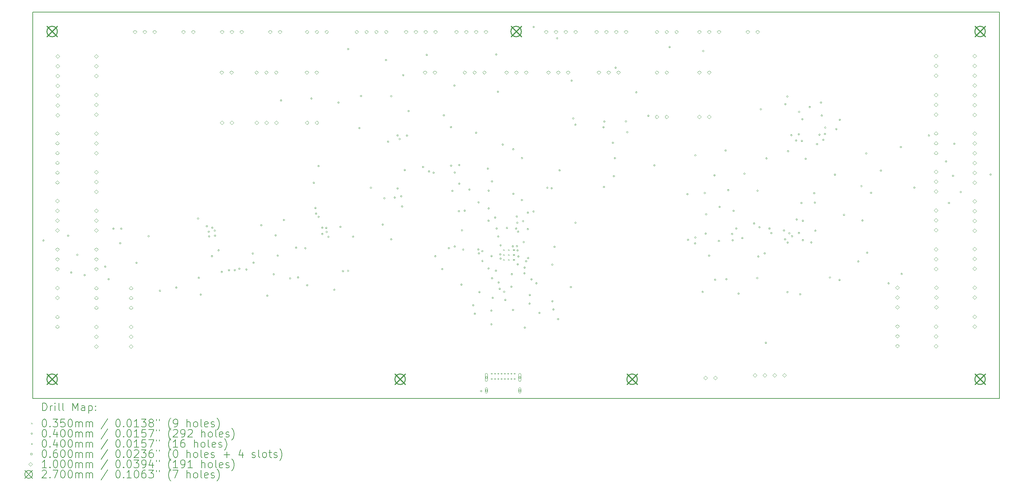
<source format=gbr>
%TF.GenerationSoftware,KiCad,Pcbnew,8.0.5*%
%TF.CreationDate,2024-09-28T19:10:56+02:00*%
%TF.ProjectId,FCU_Mainboard_v4,4643555f-4d61-4696-9e62-6f6172645f76,rev?*%
%TF.SameCoordinates,Original*%
%TF.FileFunction,Drillmap*%
%TF.FilePolarity,Positive*%
%FSLAX45Y45*%
G04 Gerber Fmt 4.5, Leading zero omitted, Abs format (unit mm)*
G04 Created by KiCad (PCBNEW 8.0.5) date 2024-09-28 19:10:56*
%MOMM*%
%LPD*%
G01*
G04 APERTURE LIST*
%ADD10C,0.150000*%
%ADD11C,0.200000*%
%ADD12C,0.100000*%
%ADD13C,0.270000*%
G04 APERTURE END LIST*
D10*
X2000000Y-1995000D02*
X27000000Y-1995000D01*
X27000000Y-11995000D01*
X2000000Y-11995000D01*
X2000000Y-1995000D01*
D11*
D12*
X14167500Y-8135000D02*
X14202500Y-8170000D01*
X14202500Y-8135000D02*
X14167500Y-8170000D01*
X14167500Y-8262500D02*
X14202500Y-8297500D01*
X14202500Y-8262500D02*
X14167500Y-8297500D01*
X14167500Y-8390000D02*
X14202500Y-8425000D01*
X14202500Y-8390000D02*
X14167500Y-8425000D01*
X14295000Y-8135000D02*
X14330000Y-8170000D01*
X14330000Y-8135000D02*
X14295000Y-8170000D01*
X14295000Y-8262500D02*
X14330000Y-8297500D01*
X14330000Y-8262500D02*
X14295000Y-8297500D01*
X14295000Y-8390000D02*
X14330000Y-8425000D01*
X14330000Y-8390000D02*
X14295000Y-8425000D01*
X14422500Y-8135000D02*
X14457500Y-8170000D01*
X14457500Y-8135000D02*
X14422500Y-8170000D01*
X14422500Y-8262500D02*
X14457500Y-8297500D01*
X14457500Y-8262500D02*
X14422500Y-8297500D01*
X14422500Y-8390000D02*
X14457500Y-8425000D01*
X14457500Y-8390000D02*
X14422500Y-8425000D01*
X2295000Y-7910000D02*
G75*
G02*
X2255000Y-7910000I-20000J0D01*
G01*
X2255000Y-7910000D02*
G75*
G02*
X2295000Y-7910000I20000J0D01*
G01*
X2935000Y-7785000D02*
G75*
G02*
X2895000Y-7785000I-20000J0D01*
G01*
X2895000Y-7785000D02*
G75*
G02*
X2935000Y-7785000I20000J0D01*
G01*
X3013070Y-8739370D02*
G75*
G02*
X2973070Y-8739370I-20000J0D01*
G01*
X2973070Y-8739370D02*
G75*
G02*
X3013070Y-8739370I20000J0D01*
G01*
X3170000Y-8280000D02*
G75*
G02*
X3130000Y-8280000I-20000J0D01*
G01*
X3130000Y-8280000D02*
G75*
G02*
X3170000Y-8280000I20000J0D01*
G01*
X3359690Y-8805150D02*
G75*
G02*
X3319690Y-8805150I-20000J0D01*
G01*
X3319690Y-8805150D02*
G75*
G02*
X3359690Y-8805150I20000J0D01*
G01*
X3893100Y-8587780D02*
G75*
G02*
X3853100Y-8587780I-20000J0D01*
G01*
X3853100Y-8587780D02*
G75*
G02*
X3893100Y-8587780I20000J0D01*
G01*
X3980000Y-8910000D02*
G75*
G02*
X3940000Y-8910000I-20000J0D01*
G01*
X3940000Y-8910000D02*
G75*
G02*
X3980000Y-8910000I20000J0D01*
G01*
X4104480Y-7604820D02*
G75*
G02*
X4064480Y-7604820I-20000J0D01*
G01*
X4064480Y-7604820D02*
G75*
G02*
X4104480Y-7604820I20000J0D01*
G01*
X4280000Y-7980000D02*
G75*
G02*
X4240000Y-7980000I-20000J0D01*
G01*
X4240000Y-7980000D02*
G75*
G02*
X4280000Y-7980000I20000J0D01*
G01*
X4306620Y-7605120D02*
G75*
G02*
X4266620Y-7605120I-20000J0D01*
G01*
X4266620Y-7605120D02*
G75*
G02*
X4306620Y-7605120I20000J0D01*
G01*
X4701980Y-8487100D02*
G75*
G02*
X4661980Y-8487100I-20000J0D01*
G01*
X4661980Y-8487100D02*
G75*
G02*
X4701980Y-8487100I20000J0D01*
G01*
X5016530Y-7798290D02*
G75*
G02*
X4976530Y-7798290I-20000J0D01*
G01*
X4976530Y-7798290D02*
G75*
G02*
X5016530Y-7798290I20000J0D01*
G01*
X5310000Y-9210000D02*
G75*
G02*
X5270000Y-9210000I-20000J0D01*
G01*
X5270000Y-9210000D02*
G75*
G02*
X5310000Y-9210000I20000J0D01*
G01*
X5732210Y-9129240D02*
G75*
G02*
X5692210Y-9129240I-20000J0D01*
G01*
X5692210Y-9129240D02*
G75*
G02*
X5732210Y-9129240I20000J0D01*
G01*
X6295000Y-7340000D02*
G75*
G02*
X6255000Y-7340000I-20000J0D01*
G01*
X6255000Y-7340000D02*
G75*
G02*
X6295000Y-7340000I20000J0D01*
G01*
X6312630Y-8874290D02*
G75*
G02*
X6272630Y-8874290I-20000J0D01*
G01*
X6272630Y-8874290D02*
G75*
G02*
X6312630Y-8874290I20000J0D01*
G01*
X6365000Y-9310000D02*
G75*
G02*
X6325000Y-9310000I-20000J0D01*
G01*
X6325000Y-9310000D02*
G75*
G02*
X6365000Y-9310000I20000J0D01*
G01*
X6520000Y-7540000D02*
G75*
G02*
X6480000Y-7540000I-20000J0D01*
G01*
X6480000Y-7540000D02*
G75*
G02*
X6520000Y-7540000I20000J0D01*
G01*
X6571970Y-7681340D02*
G75*
G02*
X6531970Y-7681340I-20000J0D01*
G01*
X6531970Y-7681340D02*
G75*
G02*
X6571970Y-7681340I20000J0D01*
G01*
X6582240Y-7801350D02*
G75*
G02*
X6542240Y-7801350I-20000J0D01*
G01*
X6542240Y-7801350D02*
G75*
G02*
X6582240Y-7801350I20000J0D01*
G01*
X6655000Y-8315000D02*
G75*
G02*
X6615000Y-8315000I-20000J0D01*
G01*
X6615000Y-8315000D02*
G75*
G02*
X6655000Y-8315000I20000J0D01*
G01*
X6660850Y-7578910D02*
G75*
G02*
X6620850Y-7578910I-20000J0D01*
G01*
X6620850Y-7578910D02*
G75*
G02*
X6660850Y-7578910I20000J0D01*
G01*
X6727360Y-7654460D02*
G75*
G02*
X6687360Y-7654460I-20000J0D01*
G01*
X6687360Y-7654460D02*
G75*
G02*
X6727360Y-7654460I20000J0D01*
G01*
X6732750Y-7785600D02*
G75*
G02*
X6692750Y-7785600I-20000J0D01*
G01*
X6692750Y-7785600D02*
G75*
G02*
X6732750Y-7785600I20000J0D01*
G01*
X6824750Y-8163490D02*
G75*
G02*
X6784750Y-8163490I-20000J0D01*
G01*
X6784750Y-8163490D02*
G75*
G02*
X6824750Y-8163490I20000J0D01*
G01*
X6907100Y-8721490D02*
G75*
G02*
X6867100Y-8721490I-20000J0D01*
G01*
X6867100Y-8721490D02*
G75*
G02*
X6907100Y-8721490I20000J0D01*
G01*
X7093740Y-8677570D02*
G75*
G02*
X7053740Y-8677570I-20000J0D01*
G01*
X7053740Y-8677570D02*
G75*
G02*
X7093740Y-8677570I20000J0D01*
G01*
X7243720Y-8677070D02*
G75*
G02*
X7203720Y-8677070I-20000J0D01*
G01*
X7203720Y-8677070D02*
G75*
G02*
X7243720Y-8677070I20000J0D01*
G01*
X7362780Y-8640910D02*
G75*
G02*
X7322780Y-8640910I-20000J0D01*
G01*
X7322780Y-8640910D02*
G75*
G02*
X7362780Y-8640910I20000J0D01*
G01*
X7545000Y-8660000D02*
G75*
G02*
X7505000Y-8660000I-20000J0D01*
G01*
X7505000Y-8660000D02*
G75*
G02*
X7545000Y-8660000I20000J0D01*
G01*
X7709679Y-8245000D02*
G75*
G02*
X7669679Y-8245000I-20000J0D01*
G01*
X7669679Y-8245000D02*
G75*
G02*
X7709679Y-8245000I20000J0D01*
G01*
X7730000Y-8485000D02*
G75*
G02*
X7690000Y-8485000I-20000J0D01*
G01*
X7690000Y-8485000D02*
G75*
G02*
X7730000Y-8485000I20000J0D01*
G01*
X7930000Y-7515000D02*
G75*
G02*
X7890000Y-7515000I-20000J0D01*
G01*
X7890000Y-7515000D02*
G75*
G02*
X7930000Y-7515000I20000J0D01*
G01*
X8085000Y-9335000D02*
G75*
G02*
X8045000Y-9335000I-20000J0D01*
G01*
X8045000Y-9335000D02*
G75*
G02*
X8085000Y-9335000I20000J0D01*
G01*
X8250000Y-8785000D02*
G75*
G02*
X8210000Y-8785000I-20000J0D01*
G01*
X8210000Y-8785000D02*
G75*
G02*
X8250000Y-8785000I20000J0D01*
G01*
X8300000Y-7775000D02*
G75*
G02*
X8260000Y-7775000I-20000J0D01*
G01*
X8260000Y-7775000D02*
G75*
G02*
X8300000Y-7775000I20000J0D01*
G01*
X8355000Y-8300000D02*
G75*
G02*
X8315000Y-8300000I-20000J0D01*
G01*
X8315000Y-8300000D02*
G75*
G02*
X8355000Y-8300000I20000J0D01*
G01*
X8440000Y-4285000D02*
G75*
G02*
X8400000Y-4285000I-20000J0D01*
G01*
X8400000Y-4285000D02*
G75*
G02*
X8440000Y-4285000I20000J0D01*
G01*
X8515000Y-7380000D02*
G75*
G02*
X8475000Y-7380000I-20000J0D01*
G01*
X8475000Y-7380000D02*
G75*
G02*
X8515000Y-7380000I20000J0D01*
G01*
X8675000Y-8890000D02*
G75*
G02*
X8635000Y-8890000I-20000J0D01*
G01*
X8635000Y-8890000D02*
G75*
G02*
X8675000Y-8890000I20000J0D01*
G01*
X8830740Y-8096770D02*
G75*
G02*
X8790740Y-8096770I-20000J0D01*
G01*
X8790740Y-8096770D02*
G75*
G02*
X8830740Y-8096770I20000J0D01*
G01*
X8881320Y-8866560D02*
G75*
G02*
X8841320Y-8866560I-20000J0D01*
G01*
X8841320Y-8866560D02*
G75*
G02*
X8881320Y-8866560I20000J0D01*
G01*
X9068810Y-8110420D02*
G75*
G02*
X9028810Y-8110420I-20000J0D01*
G01*
X9028810Y-8110420D02*
G75*
G02*
X9068810Y-8110420I20000J0D01*
G01*
X9115360Y-9065800D02*
G75*
G02*
X9075360Y-9065800I-20000J0D01*
G01*
X9075360Y-9065800D02*
G75*
G02*
X9115360Y-9065800I20000J0D01*
G01*
X9225000Y-4235000D02*
G75*
G02*
X9185000Y-4235000I-20000J0D01*
G01*
X9185000Y-4235000D02*
G75*
G02*
X9225000Y-4235000I20000J0D01*
G01*
X9288930Y-6416840D02*
G75*
G02*
X9248930Y-6416840I-20000J0D01*
G01*
X9248930Y-6416840D02*
G75*
G02*
X9288930Y-6416840I20000J0D01*
G01*
X9330180Y-7068250D02*
G75*
G02*
X9290180Y-7068250I-20000J0D01*
G01*
X9290180Y-7068250D02*
G75*
G02*
X9330180Y-7068250I20000J0D01*
G01*
X9345710Y-7213880D02*
G75*
G02*
X9305710Y-7213880I-20000J0D01*
G01*
X9305710Y-7213880D02*
G75*
G02*
X9345710Y-7213880I20000J0D01*
G01*
X9410730Y-5983470D02*
G75*
G02*
X9370730Y-5983470I-20000J0D01*
G01*
X9370730Y-5983470D02*
G75*
G02*
X9410730Y-5983470I20000J0D01*
G01*
X9412030Y-7297560D02*
G75*
G02*
X9372030Y-7297560I-20000J0D01*
G01*
X9372030Y-7297560D02*
G75*
G02*
X9412030Y-7297560I20000J0D01*
G01*
X9507360Y-7580350D02*
G75*
G02*
X9467360Y-7580350I-20000J0D01*
G01*
X9467360Y-7580350D02*
G75*
G02*
X9507360Y-7580350I20000J0D01*
G01*
X9507620Y-7739790D02*
G75*
G02*
X9467620Y-7739790I-20000J0D01*
G01*
X9467620Y-7739790D02*
G75*
G02*
X9507620Y-7739790I20000J0D01*
G01*
X9610310Y-7585430D02*
G75*
G02*
X9570310Y-7585430I-20000J0D01*
G01*
X9570310Y-7585430D02*
G75*
G02*
X9610310Y-7585430I20000J0D01*
G01*
X9622570Y-7687890D02*
G75*
G02*
X9582570Y-7687890I-20000J0D01*
G01*
X9582570Y-7687890D02*
G75*
G02*
X9622570Y-7687890I20000J0D01*
G01*
X9665820Y-7814870D02*
G75*
G02*
X9625820Y-7814870I-20000J0D01*
G01*
X9625820Y-7814870D02*
G75*
G02*
X9665820Y-7814870I20000J0D01*
G01*
X9817460Y-9184280D02*
G75*
G02*
X9777460Y-9184280I-20000J0D01*
G01*
X9777460Y-9184280D02*
G75*
G02*
X9817460Y-9184280I20000J0D01*
G01*
X9925000Y-4340000D02*
G75*
G02*
X9885000Y-4340000I-20000J0D01*
G01*
X9885000Y-4340000D02*
G75*
G02*
X9925000Y-4340000I20000J0D01*
G01*
X9975000Y-7555000D02*
G75*
G02*
X9935000Y-7555000I-20000J0D01*
G01*
X9935000Y-7555000D02*
G75*
G02*
X9975000Y-7555000I20000J0D01*
G01*
X10043250Y-8701720D02*
G75*
G02*
X10003250Y-8701720I-20000J0D01*
G01*
X10003250Y-8701720D02*
G75*
G02*
X10043250Y-8701720I20000J0D01*
G01*
X10173500Y-8695900D02*
G75*
G02*
X10133500Y-8695900I-20000J0D01*
G01*
X10133500Y-8695900D02*
G75*
G02*
X10173500Y-8695900I20000J0D01*
G01*
X10175000Y-2955000D02*
G75*
G02*
X10135000Y-2955000I-20000J0D01*
G01*
X10135000Y-2955000D02*
G75*
G02*
X10175000Y-2955000I20000J0D01*
G01*
X10303950Y-7809070D02*
G75*
G02*
X10263950Y-7809070I-20000J0D01*
G01*
X10263950Y-7809070D02*
G75*
G02*
X10303950Y-7809070I20000J0D01*
G01*
X10465000Y-5000000D02*
G75*
G02*
X10425000Y-5000000I-20000J0D01*
G01*
X10425000Y-5000000D02*
G75*
G02*
X10465000Y-5000000I20000J0D01*
G01*
X10510000Y-4170000D02*
G75*
G02*
X10470000Y-4170000I-20000J0D01*
G01*
X10470000Y-4170000D02*
G75*
G02*
X10510000Y-4170000I20000J0D01*
G01*
X10765000Y-6545000D02*
G75*
G02*
X10725000Y-6545000I-20000J0D01*
G01*
X10725000Y-6545000D02*
G75*
G02*
X10765000Y-6545000I20000J0D01*
G01*
X11070000Y-7495000D02*
G75*
G02*
X11030000Y-7495000I-20000J0D01*
G01*
X11030000Y-7495000D02*
G75*
G02*
X11070000Y-7495000I20000J0D01*
G01*
X11111740Y-6814550D02*
G75*
G02*
X11071740Y-6814550I-20000J0D01*
G01*
X11071740Y-6814550D02*
G75*
G02*
X11111740Y-6814550I20000J0D01*
G01*
X11155000Y-3240000D02*
G75*
G02*
X11115000Y-3240000I-20000J0D01*
G01*
X11115000Y-3240000D02*
G75*
G02*
X11155000Y-3240000I20000J0D01*
G01*
X11207240Y-5353050D02*
G75*
G02*
X11167240Y-5353050I-20000J0D01*
G01*
X11167240Y-5353050D02*
G75*
G02*
X11207240Y-5353050I20000J0D01*
G01*
X11290000Y-4175000D02*
G75*
G02*
X11250000Y-4175000I-20000J0D01*
G01*
X11250000Y-4175000D02*
G75*
G02*
X11290000Y-4175000I20000J0D01*
G01*
X11290000Y-7880000D02*
G75*
G02*
X11250000Y-7880000I-20000J0D01*
G01*
X11250000Y-7880000D02*
G75*
G02*
X11290000Y-7880000I20000J0D01*
G01*
X11381480Y-6797090D02*
G75*
G02*
X11341480Y-6797090I-20000J0D01*
G01*
X11341480Y-6797090D02*
G75*
G02*
X11381480Y-6797090I20000J0D01*
G01*
X11454470Y-6564770D02*
G75*
G02*
X11414470Y-6564770I-20000J0D01*
G01*
X11414470Y-6564770D02*
G75*
G02*
X11454470Y-6564770I20000J0D01*
G01*
X11455440Y-5190000D02*
G75*
G02*
X11415440Y-5190000I-20000J0D01*
G01*
X11415440Y-5190000D02*
G75*
G02*
X11455440Y-5190000I20000J0D01*
G01*
X11509520Y-5284530D02*
G75*
G02*
X11469520Y-5284530I-20000J0D01*
G01*
X11469520Y-5284530D02*
G75*
G02*
X11509520Y-5284530I20000J0D01*
G01*
X11549570Y-6764610D02*
G75*
G02*
X11509570Y-6764610I-20000J0D01*
G01*
X11509570Y-6764610D02*
G75*
G02*
X11549570Y-6764610I20000J0D01*
G01*
X11570670Y-7029040D02*
G75*
G02*
X11530670Y-7029040I-20000J0D01*
G01*
X11530670Y-7029040D02*
G75*
G02*
X11570670Y-7029040I20000J0D01*
G01*
X11600000Y-3630000D02*
G75*
G02*
X11560000Y-3630000I-20000J0D01*
G01*
X11560000Y-3630000D02*
G75*
G02*
X11600000Y-3630000I20000J0D01*
G01*
X11640000Y-6085000D02*
G75*
G02*
X11600000Y-6085000I-20000J0D01*
G01*
X11600000Y-6085000D02*
G75*
G02*
X11640000Y-6085000I20000J0D01*
G01*
X11698710Y-5194170D02*
G75*
G02*
X11658710Y-5194170I-20000J0D01*
G01*
X11658710Y-5194170D02*
G75*
G02*
X11698710Y-5194170I20000J0D01*
G01*
X11740000Y-4560000D02*
G75*
G02*
X11700000Y-4560000I-20000J0D01*
G01*
X11700000Y-4560000D02*
G75*
G02*
X11740000Y-4560000I20000J0D01*
G01*
X12113850Y-6007700D02*
G75*
G02*
X12073850Y-6007700I-20000J0D01*
G01*
X12073850Y-6007700D02*
G75*
G02*
X12113850Y-6007700I20000J0D01*
G01*
X12210000Y-3105000D02*
G75*
G02*
X12170000Y-3105000I-20000J0D01*
G01*
X12170000Y-3105000D02*
G75*
G02*
X12210000Y-3105000I20000J0D01*
G01*
X12268030Y-6123550D02*
G75*
G02*
X12228030Y-6123550I-20000J0D01*
G01*
X12228030Y-6123550D02*
G75*
G02*
X12268030Y-6123550I20000J0D01*
G01*
X12384790Y-6154830D02*
G75*
G02*
X12344790Y-6154830I-20000J0D01*
G01*
X12344790Y-6154830D02*
G75*
G02*
X12384790Y-6154830I20000J0D01*
G01*
X12430000Y-8315000D02*
G75*
G02*
X12390000Y-8315000I-20000J0D01*
G01*
X12390000Y-8315000D02*
G75*
G02*
X12430000Y-8315000I20000J0D01*
G01*
X12610000Y-8650000D02*
G75*
G02*
X12570000Y-8650000I-20000J0D01*
G01*
X12570000Y-8650000D02*
G75*
G02*
X12610000Y-8650000I20000J0D01*
G01*
X12650000Y-4670000D02*
G75*
G02*
X12610000Y-4670000I-20000J0D01*
G01*
X12610000Y-4670000D02*
G75*
G02*
X12650000Y-4670000I20000J0D01*
G01*
X12782510Y-8106550D02*
G75*
G02*
X12742510Y-8106550I-20000J0D01*
G01*
X12742510Y-8106550D02*
G75*
G02*
X12782510Y-8106550I20000J0D01*
G01*
X12835000Y-4975000D02*
G75*
G02*
X12795000Y-4975000I-20000J0D01*
G01*
X12795000Y-4975000D02*
G75*
G02*
X12835000Y-4975000I20000J0D01*
G01*
X12839350Y-5970810D02*
G75*
G02*
X12799350Y-5970810I-20000J0D01*
G01*
X12799350Y-5970810D02*
G75*
G02*
X12839350Y-5970810I20000J0D01*
G01*
X12870000Y-6625000D02*
G75*
G02*
X12830000Y-6625000I-20000J0D01*
G01*
X12830000Y-6625000D02*
G75*
G02*
X12870000Y-6625000I20000J0D01*
G01*
X12925000Y-3900000D02*
G75*
G02*
X12885000Y-3900000I-20000J0D01*
G01*
X12885000Y-3900000D02*
G75*
G02*
X12925000Y-3900000I20000J0D01*
G01*
X12931630Y-6150810D02*
G75*
G02*
X12891630Y-6150810I-20000J0D01*
G01*
X12891630Y-6150810D02*
G75*
G02*
X12931630Y-6150810I20000J0D01*
G01*
X12932050Y-8066570D02*
G75*
G02*
X12892050Y-8066570I-20000J0D01*
G01*
X12892050Y-8066570D02*
G75*
G02*
X12932050Y-8066570I20000J0D01*
G01*
X13040000Y-7150000D02*
G75*
G02*
X13000000Y-7150000I-20000J0D01*
G01*
X13000000Y-7150000D02*
G75*
G02*
X13040000Y-7150000I20000J0D01*
G01*
X13046970Y-5955880D02*
G75*
G02*
X13006970Y-5955880I-20000J0D01*
G01*
X13006970Y-5955880D02*
G75*
G02*
X13046970Y-5955880I20000J0D01*
G01*
X13050000Y-6440000D02*
G75*
G02*
X13010000Y-6440000I-20000J0D01*
G01*
X13010000Y-6440000D02*
G75*
G02*
X13050000Y-6440000I20000J0D01*
G01*
X13105000Y-9050000D02*
G75*
G02*
X13065000Y-9050000I-20000J0D01*
G01*
X13065000Y-9050000D02*
G75*
G02*
X13105000Y-9050000I20000J0D01*
G01*
X13120000Y-7645000D02*
G75*
G02*
X13080000Y-7645000I-20000J0D01*
G01*
X13080000Y-7645000D02*
G75*
G02*
X13120000Y-7645000I20000J0D01*
G01*
X13150000Y-8145000D02*
G75*
G02*
X13110000Y-8145000I-20000J0D01*
G01*
X13110000Y-8145000D02*
G75*
G02*
X13150000Y-8145000I20000J0D01*
G01*
X13190000Y-7135000D02*
G75*
G02*
X13150000Y-7135000I-20000J0D01*
G01*
X13150000Y-7135000D02*
G75*
G02*
X13190000Y-7135000I20000J0D01*
G01*
X13310000Y-6590000D02*
G75*
G02*
X13270000Y-6590000I-20000J0D01*
G01*
X13270000Y-6590000D02*
G75*
G02*
X13310000Y-6590000I20000J0D01*
G01*
X13410470Y-9587830D02*
G75*
G02*
X13370470Y-9587830I-20000J0D01*
G01*
X13370470Y-9587830D02*
G75*
G02*
X13410470Y-9587830I20000J0D01*
G01*
X13453450Y-9805450D02*
G75*
G02*
X13413450Y-9805450I-20000J0D01*
G01*
X13413450Y-9805450D02*
G75*
G02*
X13453450Y-9805450I20000J0D01*
G01*
X13485000Y-5120000D02*
G75*
G02*
X13445000Y-5120000I-20000J0D01*
G01*
X13445000Y-5120000D02*
G75*
G02*
X13485000Y-5120000I20000J0D01*
G01*
X13545000Y-8140000D02*
G75*
G02*
X13505000Y-8140000I-20000J0D01*
G01*
X13505000Y-8140000D02*
G75*
G02*
X13545000Y-8140000I20000J0D01*
G01*
X13550000Y-6920000D02*
G75*
G02*
X13510000Y-6920000I-20000J0D01*
G01*
X13510000Y-6920000D02*
G75*
G02*
X13550000Y-6920000I20000J0D01*
G01*
X13557334Y-8244273D02*
G75*
G02*
X13517334Y-8244273I-20000J0D01*
G01*
X13517334Y-8244273D02*
G75*
G02*
X13557334Y-8244273I20000J0D01*
G01*
X13570000Y-9245000D02*
G75*
G02*
X13530000Y-9245000I-20000J0D01*
G01*
X13530000Y-9245000D02*
G75*
G02*
X13570000Y-9245000I20000J0D01*
G01*
X13616180Y-11806800D02*
G75*
G02*
X13576180Y-11806800I-20000J0D01*
G01*
X13576180Y-11806800D02*
G75*
G02*
X13616180Y-11806800I20000J0D01*
G01*
X13645000Y-8185000D02*
G75*
G02*
X13605000Y-8185000I-20000J0D01*
G01*
X13605000Y-8185000D02*
G75*
G02*
X13645000Y-8185000I20000J0D01*
G01*
X13650000Y-8440000D02*
G75*
G02*
X13610000Y-8440000I-20000J0D01*
G01*
X13610000Y-8440000D02*
G75*
G02*
X13650000Y-8440000I20000J0D01*
G01*
X13790000Y-6050000D02*
G75*
G02*
X13750000Y-6050000I-20000J0D01*
G01*
X13750000Y-6050000D02*
G75*
G02*
X13790000Y-6050000I20000J0D01*
G01*
X13806900Y-8633320D02*
G75*
G02*
X13766900Y-8633320I-20000J0D01*
G01*
X13766900Y-8633320D02*
G75*
G02*
X13806900Y-8633320I20000J0D01*
G01*
X13808087Y-7396597D02*
G75*
G02*
X13768087Y-7396597I-20000J0D01*
G01*
X13768087Y-7396597D02*
G75*
G02*
X13808087Y-7396597I20000J0D01*
G01*
X13810000Y-6620000D02*
G75*
G02*
X13770000Y-6620000I-20000J0D01*
G01*
X13770000Y-6620000D02*
G75*
G02*
X13810000Y-6620000I20000J0D01*
G01*
X13810000Y-7080000D02*
G75*
G02*
X13770000Y-7080000I-20000J0D01*
G01*
X13770000Y-7080000D02*
G75*
G02*
X13810000Y-7080000I20000J0D01*
G01*
X13880000Y-9725000D02*
G75*
G02*
X13840000Y-9725000I-20000J0D01*
G01*
X13840000Y-9725000D02*
G75*
G02*
X13880000Y-9725000I20000J0D01*
G01*
X13880000Y-10080000D02*
G75*
G02*
X13840000Y-10080000I-20000J0D01*
G01*
X13840000Y-10080000D02*
G75*
G02*
X13880000Y-10080000I20000J0D01*
G01*
X13884350Y-8313790D02*
G75*
G02*
X13844350Y-8313790I-20000J0D01*
G01*
X13844350Y-8313790D02*
G75*
G02*
X13884350Y-8313790I20000J0D01*
G01*
X13895000Y-6380000D02*
G75*
G02*
X13855000Y-6380000I-20000J0D01*
G01*
X13855000Y-6380000D02*
G75*
G02*
X13895000Y-6380000I20000J0D01*
G01*
X13898330Y-8887600D02*
G75*
G02*
X13858330Y-8887600I-20000J0D01*
G01*
X13858330Y-8887600D02*
G75*
G02*
X13898330Y-8887600I20000J0D01*
G01*
X13915000Y-9395000D02*
G75*
G02*
X13875000Y-9395000I-20000J0D01*
G01*
X13875000Y-9395000D02*
G75*
G02*
X13915000Y-9395000I20000J0D01*
G01*
X13976924Y-7313736D02*
G75*
G02*
X13936924Y-7313736I-20000J0D01*
G01*
X13936924Y-7313736D02*
G75*
G02*
X13976924Y-7313736I20000J0D01*
G01*
X13998020Y-8692130D02*
G75*
G02*
X13958020Y-8692130I-20000J0D01*
G01*
X13958020Y-8692130D02*
G75*
G02*
X13998020Y-8692130I20000J0D01*
G01*
X14005000Y-3095000D02*
G75*
G02*
X13965000Y-3095000I-20000J0D01*
G01*
X13965000Y-3095000D02*
G75*
G02*
X14005000Y-3095000I20000J0D01*
G01*
X14017097Y-7598163D02*
G75*
G02*
X13977097Y-7598163I-20000J0D01*
G01*
X13977097Y-7598163D02*
G75*
G02*
X14017097Y-7598163I20000J0D01*
G01*
X14050000Y-4060000D02*
G75*
G02*
X14010000Y-4060000I-20000J0D01*
G01*
X14010000Y-4060000D02*
G75*
G02*
X14050000Y-4060000I20000J0D01*
G01*
X14056580Y-7807160D02*
G75*
G02*
X14016580Y-7807160I-20000J0D01*
G01*
X14016580Y-7807160D02*
G75*
G02*
X14056580Y-7807160I20000J0D01*
G01*
X14070000Y-8995000D02*
G75*
G02*
X14030000Y-8995000I-20000J0D01*
G01*
X14030000Y-8995000D02*
G75*
G02*
X14070000Y-8995000I20000J0D01*
G01*
X14096727Y-9160220D02*
G75*
G02*
X14056727Y-9160220I-20000J0D01*
G01*
X14056727Y-9160220D02*
G75*
G02*
X14096727Y-9160220I20000J0D01*
G01*
X14111690Y-8266930D02*
G75*
G02*
X14071690Y-8266930I-20000J0D01*
G01*
X14071690Y-8266930D02*
G75*
G02*
X14111690Y-8266930I20000J0D01*
G01*
X14119240Y-8033770D02*
G75*
G02*
X14079240Y-8033770I-20000J0D01*
G01*
X14079240Y-8033770D02*
G75*
G02*
X14119240Y-8033770I20000J0D01*
G01*
X14119420Y-8377530D02*
G75*
G02*
X14079420Y-8377530I-20000J0D01*
G01*
X14079420Y-8377530D02*
G75*
G02*
X14119420Y-8377530I20000J0D01*
G01*
X14175000Y-5425000D02*
G75*
G02*
X14135000Y-5425000I-20000J0D01*
G01*
X14135000Y-5425000D02*
G75*
G02*
X14175000Y-5425000I20000J0D01*
G01*
X14209710Y-9237830D02*
G75*
G02*
X14169710Y-9237830I-20000J0D01*
G01*
X14169710Y-9237830D02*
G75*
G02*
X14209710Y-9237830I20000J0D01*
G01*
X14240130Y-9446840D02*
G75*
G02*
X14200130Y-9446840I-20000J0D01*
G01*
X14200130Y-9446840D02*
G75*
G02*
X14240130Y-9446840I20000J0D01*
G01*
X14285000Y-7585000D02*
G75*
G02*
X14245000Y-7585000I-20000J0D01*
G01*
X14245000Y-7585000D02*
G75*
G02*
X14285000Y-7585000I20000J0D01*
G01*
X14400000Y-9105000D02*
G75*
G02*
X14360000Y-9105000I-20000J0D01*
G01*
X14360000Y-9105000D02*
G75*
G02*
X14400000Y-9105000I20000J0D01*
G01*
X14410650Y-8780720D02*
G75*
G02*
X14370650Y-8780720I-20000J0D01*
G01*
X14370650Y-8780720D02*
G75*
G02*
X14410650Y-8780720I20000J0D01*
G01*
X14435642Y-8062449D02*
G75*
G02*
X14395642Y-8062449I-20000J0D01*
G01*
X14395642Y-8062449D02*
G75*
G02*
X14435642Y-8062449I20000J0D01*
G01*
X14440000Y-9705000D02*
G75*
G02*
X14400000Y-9705000I-20000J0D01*
G01*
X14400000Y-9705000D02*
G75*
G02*
X14440000Y-9705000I20000J0D01*
G01*
X14445690Y-5547010D02*
G75*
G02*
X14405690Y-5547010I-20000J0D01*
G01*
X14405690Y-5547010D02*
G75*
G02*
X14445690Y-5547010I20000J0D01*
G01*
X14450170Y-6699650D02*
G75*
G02*
X14410170Y-6699650I-20000J0D01*
G01*
X14410170Y-6699650D02*
G75*
G02*
X14450170Y-6699650I20000J0D01*
G01*
X14520000Y-7600000D02*
G75*
G02*
X14480000Y-7600000I-20000J0D01*
G01*
X14480000Y-7600000D02*
G75*
G02*
X14520000Y-7600000I20000J0D01*
G01*
X14538567Y-7289523D02*
G75*
G02*
X14498567Y-7289523I-20000J0D01*
G01*
X14498567Y-7289523D02*
G75*
G02*
X14538567Y-7289523I20000J0D01*
G01*
X14540466Y-8056378D02*
G75*
G02*
X14500466Y-8056378I-20000J0D01*
G01*
X14500466Y-8056378D02*
G75*
G02*
X14540466Y-8056378I20000J0D01*
G01*
X14550551Y-7450000D02*
G75*
G02*
X14510551Y-7450000I-20000J0D01*
G01*
X14510551Y-7450000D02*
G75*
G02*
X14550551Y-7450000I20000J0D01*
G01*
X14556700Y-8167620D02*
G75*
G02*
X14516700Y-8167620I-20000J0D01*
G01*
X14516700Y-8167620D02*
G75*
G02*
X14556700Y-8167620I20000J0D01*
G01*
X14562590Y-8523240D02*
G75*
G02*
X14522590Y-8523240I-20000J0D01*
G01*
X14522590Y-8523240D02*
G75*
G02*
X14562590Y-8523240I20000J0D01*
G01*
X14572000Y-7680295D02*
G75*
G02*
X14532000Y-7680295I-20000J0D01*
G01*
X14532000Y-7680295D02*
G75*
G02*
X14572000Y-7680295I20000J0D01*
G01*
X14579340Y-8322940D02*
G75*
G02*
X14539340Y-8322940I-20000J0D01*
G01*
X14539340Y-8322940D02*
G75*
G02*
X14579340Y-8322940I20000J0D01*
G01*
X14669110Y-6861690D02*
G75*
G02*
X14629110Y-6861690I-20000J0D01*
G01*
X14629110Y-6861690D02*
G75*
G02*
X14669110Y-6861690I20000J0D01*
G01*
X14669580Y-5775470D02*
G75*
G02*
X14629580Y-5775470I-20000J0D01*
G01*
X14629580Y-5775470D02*
G75*
G02*
X14669580Y-5775470I20000J0D01*
G01*
X14699820Y-7408486D02*
G75*
G02*
X14659820Y-7408486I-20000J0D01*
G01*
X14659820Y-7408486D02*
G75*
G02*
X14699820Y-7408486I20000J0D01*
G01*
X14716960Y-7950360D02*
G75*
G02*
X14676960Y-7950360I-20000J0D01*
G01*
X14676960Y-7950360D02*
G75*
G02*
X14716960Y-7950360I20000J0D01*
G01*
X14735590Y-8758760D02*
G75*
G02*
X14695590Y-8758760I-20000J0D01*
G01*
X14695590Y-8758760D02*
G75*
G02*
X14735590Y-8758760I20000J0D01*
G01*
X14740400Y-8609080D02*
G75*
G02*
X14700400Y-8609080I-20000J0D01*
G01*
X14700400Y-8609080D02*
G75*
G02*
X14740400Y-8609080I20000J0D01*
G01*
X14745000Y-10165000D02*
G75*
G02*
X14705000Y-10165000I-20000J0D01*
G01*
X14705000Y-10165000D02*
G75*
G02*
X14745000Y-10165000I20000J0D01*
G01*
X14779350Y-8446650D02*
G75*
G02*
X14739350Y-8446650I-20000J0D01*
G01*
X14739350Y-8446650D02*
G75*
G02*
X14779350Y-8446650I20000J0D01*
G01*
X14823310Y-7613970D02*
G75*
G02*
X14783310Y-7613970I-20000J0D01*
G01*
X14783310Y-7613970D02*
G75*
G02*
X14823310Y-7613970I20000J0D01*
G01*
X14825000Y-7190000D02*
G75*
G02*
X14785000Y-7190000I-20000J0D01*
G01*
X14785000Y-7190000D02*
G75*
G02*
X14825000Y-7190000I20000J0D01*
G01*
X14829670Y-8363290D02*
G75*
G02*
X14789670Y-8363290I-20000J0D01*
G01*
X14789670Y-8363290D02*
G75*
G02*
X14829670Y-8363290I20000J0D01*
G01*
X14868150Y-9543310D02*
G75*
G02*
X14828150Y-9543310I-20000J0D01*
G01*
X14828150Y-9543310D02*
G75*
G02*
X14868150Y-9543310I20000J0D01*
G01*
X14875000Y-9320000D02*
G75*
G02*
X14835000Y-9320000I-20000J0D01*
G01*
X14835000Y-9320000D02*
G75*
G02*
X14875000Y-9320000I20000J0D01*
G01*
X14918210Y-8914120D02*
G75*
G02*
X14878210Y-8914120I-20000J0D01*
G01*
X14878210Y-8914120D02*
G75*
G02*
X14918210Y-8914120I20000J0D01*
G01*
X14970000Y-7160000D02*
G75*
G02*
X14930000Y-7160000I-20000J0D01*
G01*
X14930000Y-7160000D02*
G75*
G02*
X14970000Y-7160000I20000J0D01*
G01*
X14975000Y-2385000D02*
G75*
G02*
X14935000Y-2385000I-20000J0D01*
G01*
X14935000Y-2385000D02*
G75*
G02*
X14975000Y-2385000I20000J0D01*
G01*
X15043340Y-9018530D02*
G75*
G02*
X15003340Y-9018530I-20000J0D01*
G01*
X15003340Y-9018530D02*
G75*
G02*
X15043340Y-9018530I20000J0D01*
G01*
X15121820Y-9784620D02*
G75*
G02*
X15081820Y-9784620I-20000J0D01*
G01*
X15081820Y-9784620D02*
G75*
G02*
X15121820Y-9784620I20000J0D01*
G01*
X15326080Y-6545270D02*
G75*
G02*
X15286080Y-6545270I-20000J0D01*
G01*
X15286080Y-6545270D02*
G75*
G02*
X15326080Y-6545270I20000J0D01*
G01*
X15440850Y-6555870D02*
G75*
G02*
X15400850Y-6555870I-20000J0D01*
G01*
X15400850Y-6555870D02*
G75*
G02*
X15440850Y-6555870I20000J0D01*
G01*
X15455000Y-8535000D02*
G75*
G02*
X15415000Y-8535000I-20000J0D01*
G01*
X15415000Y-8535000D02*
G75*
G02*
X15455000Y-8535000I20000J0D01*
G01*
X15457520Y-9480300D02*
G75*
G02*
X15417520Y-9480300I-20000J0D01*
G01*
X15417520Y-9480300D02*
G75*
G02*
X15457520Y-9480300I20000J0D01*
G01*
X15485020Y-9694430D02*
G75*
G02*
X15445020Y-9694430I-20000J0D01*
G01*
X15445020Y-9694430D02*
G75*
G02*
X15485020Y-9694430I20000J0D01*
G01*
X15513200Y-8072410D02*
G75*
G02*
X15473200Y-8072410I-20000J0D01*
G01*
X15473200Y-8072410D02*
G75*
G02*
X15513200Y-8072410I20000J0D01*
G01*
X15580140Y-2675320D02*
G75*
G02*
X15540140Y-2675320I-20000J0D01*
G01*
X15540140Y-2675320D02*
G75*
G02*
X15580140Y-2675320I20000J0D01*
G01*
X15605000Y-9945000D02*
G75*
G02*
X15565000Y-9945000I-20000J0D01*
G01*
X15565000Y-9945000D02*
G75*
G02*
X15605000Y-9945000I20000J0D01*
G01*
X15645230Y-6092750D02*
G75*
G02*
X15605230Y-6092750I-20000J0D01*
G01*
X15605230Y-6092750D02*
G75*
G02*
X15645230Y-6092750I20000J0D01*
G01*
X15935000Y-9115000D02*
G75*
G02*
X15895000Y-9115000I-20000J0D01*
G01*
X15895000Y-9115000D02*
G75*
G02*
X15935000Y-9115000I20000J0D01*
G01*
X15957830Y-3772370D02*
G75*
G02*
X15917830Y-3772370I-20000J0D01*
G01*
X15917830Y-3772370D02*
G75*
G02*
X15957830Y-3772370I20000J0D01*
G01*
X15996890Y-4750160D02*
G75*
G02*
X15956890Y-4750160I-20000J0D01*
G01*
X15956890Y-4750160D02*
G75*
G02*
X15996890Y-4750160I20000J0D01*
G01*
X16053720Y-4912270D02*
G75*
G02*
X16013720Y-4912270I-20000J0D01*
G01*
X16013720Y-4912270D02*
G75*
G02*
X16053720Y-4912270I20000J0D01*
G01*
X16055000Y-7450000D02*
G75*
G02*
X16015000Y-7450000I-20000J0D01*
G01*
X16015000Y-7450000D02*
G75*
G02*
X16055000Y-7450000I20000J0D01*
G01*
X16780710Y-4976600D02*
G75*
G02*
X16740710Y-4976600I-20000J0D01*
G01*
X16740710Y-4976600D02*
G75*
G02*
X16780710Y-4976600I20000J0D01*
G01*
X16792630Y-6524560D02*
G75*
G02*
X16752630Y-6524560I-20000J0D01*
G01*
X16752630Y-6524560D02*
G75*
G02*
X16792630Y-6524560I20000J0D01*
G01*
X16802360Y-4830210D02*
G75*
G02*
X16762360Y-4830210I-20000J0D01*
G01*
X16762360Y-4830210D02*
G75*
G02*
X16802360Y-4830210I20000J0D01*
G01*
X17023660Y-5380440D02*
G75*
G02*
X16983660Y-5380440I-20000J0D01*
G01*
X16983660Y-5380440D02*
G75*
G02*
X17023660Y-5380440I20000J0D01*
G01*
X17048900Y-6245630D02*
G75*
G02*
X17008900Y-6245630I-20000J0D01*
G01*
X17008900Y-6245630D02*
G75*
G02*
X17048900Y-6245630I20000J0D01*
G01*
X17075000Y-5780000D02*
G75*
G02*
X17035000Y-5780000I-20000J0D01*
G01*
X17035000Y-5780000D02*
G75*
G02*
X17075000Y-5780000I20000J0D01*
G01*
X17092350Y-3436790D02*
G75*
G02*
X17052350Y-3436790I-20000J0D01*
G01*
X17052350Y-3436790D02*
G75*
G02*
X17092350Y-3436790I20000J0D01*
G01*
X17360000Y-4825000D02*
G75*
G02*
X17320000Y-4825000I-20000J0D01*
G01*
X17320000Y-4825000D02*
G75*
G02*
X17360000Y-4825000I20000J0D01*
G01*
X17395000Y-5105000D02*
G75*
G02*
X17355000Y-5105000I-20000J0D01*
G01*
X17355000Y-5105000D02*
G75*
G02*
X17395000Y-5105000I20000J0D01*
G01*
X17628520Y-4074050D02*
G75*
G02*
X17588520Y-4074050I-20000J0D01*
G01*
X17588520Y-4074050D02*
G75*
G02*
X17628520Y-4074050I20000J0D01*
G01*
X17940000Y-4680000D02*
G75*
G02*
X17900000Y-4680000I-20000J0D01*
G01*
X17900000Y-4680000D02*
G75*
G02*
X17940000Y-4680000I20000J0D01*
G01*
X18095000Y-5965000D02*
G75*
G02*
X18055000Y-5965000I-20000J0D01*
G01*
X18055000Y-5965000D02*
G75*
G02*
X18095000Y-5965000I20000J0D01*
G01*
X18491730Y-2902850D02*
G75*
G02*
X18451730Y-2902850I-20000J0D01*
G01*
X18451730Y-2902850D02*
G75*
G02*
X18491730Y-2902850I20000J0D01*
G01*
X18950000Y-6710000D02*
G75*
G02*
X18910000Y-6710000I-20000J0D01*
G01*
X18910000Y-6710000D02*
G75*
G02*
X18950000Y-6710000I20000J0D01*
G01*
X18967780Y-7892490D02*
G75*
G02*
X18927780Y-7892490I-20000J0D01*
G01*
X18927780Y-7892490D02*
G75*
G02*
X18967780Y-7892490I20000J0D01*
G01*
X19147830Y-7982280D02*
G75*
G02*
X19107830Y-7982280I-20000J0D01*
G01*
X19107830Y-7982280D02*
G75*
G02*
X19147830Y-7982280I20000J0D01*
G01*
X19154660Y-7832920D02*
G75*
G02*
X19114660Y-7832920I-20000J0D01*
G01*
X19114660Y-7832920D02*
G75*
G02*
X19154660Y-7832920I20000J0D01*
G01*
X19155000Y-5705000D02*
G75*
G02*
X19115000Y-5705000I-20000J0D01*
G01*
X19115000Y-5705000D02*
G75*
G02*
X19155000Y-5705000I20000J0D01*
G01*
X19343380Y-9238510D02*
G75*
G02*
X19303380Y-9238510I-20000J0D01*
G01*
X19303380Y-9238510D02*
G75*
G02*
X19343380Y-9238510I20000J0D01*
G01*
X19358250Y-3004640D02*
G75*
G02*
X19318250Y-3004640I-20000J0D01*
G01*
X19318250Y-3004640D02*
G75*
G02*
X19358250Y-3004640I20000J0D01*
G01*
X19400000Y-6680000D02*
G75*
G02*
X19360000Y-6680000I-20000J0D01*
G01*
X19360000Y-6680000D02*
G75*
G02*
X19400000Y-6680000I20000J0D01*
G01*
X19423220Y-7731490D02*
G75*
G02*
X19383220Y-7731490I-20000J0D01*
G01*
X19383220Y-7731490D02*
G75*
G02*
X19423220Y-7731490I20000J0D01*
G01*
X19435000Y-7230000D02*
G75*
G02*
X19395000Y-7230000I-20000J0D01*
G01*
X19395000Y-7230000D02*
G75*
G02*
X19435000Y-7230000I20000J0D01*
G01*
X19512220Y-8303290D02*
G75*
G02*
X19472220Y-8303290I-20000J0D01*
G01*
X19472220Y-8303290D02*
G75*
G02*
X19512220Y-8303290I20000J0D01*
G01*
X19650000Y-6220000D02*
G75*
G02*
X19610000Y-6220000I-20000J0D01*
G01*
X19610000Y-6220000D02*
G75*
G02*
X19650000Y-6220000I20000J0D01*
G01*
X19666320Y-8926050D02*
G75*
G02*
X19626320Y-8926050I-20000J0D01*
G01*
X19626320Y-8926050D02*
G75*
G02*
X19666320Y-8926050I20000J0D01*
G01*
X19764450Y-7922320D02*
G75*
G02*
X19724450Y-7922320I-20000J0D01*
G01*
X19724450Y-7922320D02*
G75*
G02*
X19764450Y-7922320I20000J0D01*
G01*
X19785000Y-7040000D02*
G75*
G02*
X19745000Y-7040000I-20000J0D01*
G01*
X19745000Y-7040000D02*
G75*
G02*
X19785000Y-7040000I20000J0D01*
G01*
X19940000Y-5580000D02*
G75*
G02*
X19900000Y-5580000I-20000J0D01*
G01*
X19900000Y-5580000D02*
G75*
G02*
X19940000Y-5580000I20000J0D01*
G01*
X19958060Y-8910530D02*
G75*
G02*
X19918060Y-8910530I-20000J0D01*
G01*
X19918060Y-8910530D02*
G75*
G02*
X19958060Y-8910530I20000J0D01*
G01*
X20005000Y-6605000D02*
G75*
G02*
X19965000Y-6605000I-20000J0D01*
G01*
X19965000Y-6605000D02*
G75*
G02*
X20005000Y-6605000I20000J0D01*
G01*
X20105000Y-7740000D02*
G75*
G02*
X20065000Y-7740000I-20000J0D01*
G01*
X20065000Y-7740000D02*
G75*
G02*
X20105000Y-7740000I20000J0D01*
G01*
X20121530Y-7904480D02*
G75*
G02*
X20081530Y-7904480I-20000J0D01*
G01*
X20081530Y-7904480D02*
G75*
G02*
X20121530Y-7904480I20000J0D01*
G01*
X20143540Y-7142440D02*
G75*
G02*
X20103540Y-7142440I-20000J0D01*
G01*
X20103540Y-7142440D02*
G75*
G02*
X20143540Y-7142440I20000J0D01*
G01*
X20216640Y-7597360D02*
G75*
G02*
X20176640Y-7597360I-20000J0D01*
G01*
X20176640Y-7597360D02*
G75*
G02*
X20216640Y-7597360I20000J0D01*
G01*
X20275000Y-9285000D02*
G75*
G02*
X20235000Y-9285000I-20000J0D01*
G01*
X20235000Y-9285000D02*
G75*
G02*
X20275000Y-9285000I20000J0D01*
G01*
X20370000Y-7845000D02*
G75*
G02*
X20330000Y-7845000I-20000J0D01*
G01*
X20330000Y-7845000D02*
G75*
G02*
X20370000Y-7845000I20000J0D01*
G01*
X20425000Y-6180000D02*
G75*
G02*
X20385000Y-6180000I-20000J0D01*
G01*
X20385000Y-6180000D02*
G75*
G02*
X20425000Y-6180000I20000J0D01*
G01*
X20674640Y-7467630D02*
G75*
G02*
X20634640Y-7467630I-20000J0D01*
G01*
X20634640Y-7467630D02*
G75*
G02*
X20674640Y-7467630I20000J0D01*
G01*
X20755340Y-8882180D02*
G75*
G02*
X20715340Y-8882180I-20000J0D01*
G01*
X20715340Y-8882180D02*
G75*
G02*
X20755340Y-8882180I20000J0D01*
G01*
X20765000Y-6620000D02*
G75*
G02*
X20725000Y-6620000I-20000J0D01*
G01*
X20725000Y-6620000D02*
G75*
G02*
X20765000Y-6620000I20000J0D01*
G01*
X20782960Y-8324720D02*
G75*
G02*
X20742960Y-8324720I-20000J0D01*
G01*
X20742960Y-8324720D02*
G75*
G02*
X20782960Y-8324720I20000J0D01*
G01*
X20815000Y-7565000D02*
G75*
G02*
X20775000Y-7565000I-20000J0D01*
G01*
X20775000Y-7565000D02*
G75*
G02*
X20815000Y-7565000I20000J0D01*
G01*
X20849860Y-4512180D02*
G75*
G02*
X20809860Y-4512180I-20000J0D01*
G01*
X20809860Y-4512180D02*
G75*
G02*
X20849860Y-4512180I20000J0D01*
G01*
X20948080Y-8243910D02*
G75*
G02*
X20908080Y-8243910I-20000J0D01*
G01*
X20908080Y-8243910D02*
G75*
G02*
X20948080Y-8243910I20000J0D01*
G01*
X20980000Y-10555000D02*
G75*
G02*
X20940000Y-10555000I-20000J0D01*
G01*
X20940000Y-10555000D02*
G75*
G02*
X20980000Y-10555000I20000J0D01*
G01*
X20995000Y-5785000D02*
G75*
G02*
X20955000Y-5785000I-20000J0D01*
G01*
X20955000Y-5785000D02*
G75*
G02*
X20995000Y-5785000I20000J0D01*
G01*
X21072810Y-7598770D02*
G75*
G02*
X21032810Y-7598770I-20000J0D01*
G01*
X21032810Y-7598770D02*
G75*
G02*
X21072810Y-7598770I20000J0D01*
G01*
X21120680Y-7718390D02*
G75*
G02*
X21080680Y-7718390I-20000J0D01*
G01*
X21080680Y-7718390D02*
G75*
G02*
X21120680Y-7718390I20000J0D01*
G01*
X21447196Y-7649925D02*
G75*
G02*
X21407196Y-7649925I-20000J0D01*
G01*
X21407196Y-7649925D02*
G75*
G02*
X21447196Y-7649925I20000J0D01*
G01*
X21476550Y-7880000D02*
G75*
G02*
X21436550Y-7880000I-20000J0D01*
G01*
X21436550Y-7880000D02*
G75*
G02*
X21476550Y-7880000I20000J0D01*
G01*
X21483800Y-4379640D02*
G75*
G02*
X21443800Y-4379640I-20000J0D01*
G01*
X21443800Y-4379640D02*
G75*
G02*
X21483800Y-4379640I20000J0D01*
G01*
X21534630Y-4181410D02*
G75*
G02*
X21494630Y-4181410I-20000J0D01*
G01*
X21494630Y-4181410D02*
G75*
G02*
X21534630Y-4181410I20000J0D01*
G01*
X21536680Y-9244910D02*
G75*
G02*
X21496680Y-9244910I-20000J0D01*
G01*
X21496680Y-9244910D02*
G75*
G02*
X21536680Y-9244910I20000J0D01*
G01*
X21543265Y-7961081D02*
G75*
G02*
X21503265Y-7961081I-20000J0D01*
G01*
X21503265Y-7961081D02*
G75*
G02*
X21543265Y-7961081I20000J0D01*
G01*
X21553070Y-5598360D02*
G75*
G02*
X21513070Y-5598360I-20000J0D01*
G01*
X21513070Y-5598360D02*
G75*
G02*
X21553070Y-5598360I20000J0D01*
G01*
X21585380Y-7721399D02*
G75*
G02*
X21545380Y-7721399I-20000J0D01*
G01*
X21545380Y-7721399D02*
G75*
G02*
X21585380Y-7721399I20000J0D01*
G01*
X21638160Y-5182680D02*
G75*
G02*
X21598160Y-5182680I-20000J0D01*
G01*
X21598160Y-5182680D02*
G75*
G02*
X21638160Y-5182680I20000J0D01*
G01*
X21655000Y-7800000D02*
G75*
G02*
X21615000Y-7800000I-20000J0D01*
G01*
X21615000Y-7800000D02*
G75*
G02*
X21655000Y-7800000I20000J0D01*
G01*
X21761800Y-5323510D02*
G75*
G02*
X21721800Y-5323510I-20000J0D01*
G01*
X21721800Y-5323510D02*
G75*
G02*
X21761800Y-5323510I20000J0D01*
G01*
X21776770Y-7363340D02*
G75*
G02*
X21736770Y-7363340I-20000J0D01*
G01*
X21736770Y-7363340D02*
G75*
G02*
X21776770Y-7363340I20000J0D01*
G01*
X21831310Y-5158210D02*
G75*
G02*
X21791310Y-5158210I-20000J0D01*
G01*
X21791310Y-5158210D02*
G75*
G02*
X21831310Y-5158210I20000J0D01*
G01*
X21835000Y-7715000D02*
G75*
G02*
X21795000Y-7715000I-20000J0D01*
G01*
X21795000Y-7715000D02*
G75*
G02*
X21835000Y-7715000I20000J0D01*
G01*
X21840000Y-4580000D02*
G75*
G02*
X21800000Y-4580000I-20000J0D01*
G01*
X21800000Y-4580000D02*
G75*
G02*
X21840000Y-4580000I20000J0D01*
G01*
X21866810Y-9299010D02*
G75*
G02*
X21826810Y-9299010I-20000J0D01*
G01*
X21826810Y-9299010D02*
G75*
G02*
X21866810Y-9299010I20000J0D01*
G01*
X21900000Y-6940000D02*
G75*
G02*
X21860000Y-6940000I-20000J0D01*
G01*
X21860000Y-6940000D02*
G75*
G02*
X21900000Y-6940000I20000J0D01*
G01*
X21911390Y-5332440D02*
G75*
G02*
X21871390Y-5332440I-20000J0D01*
G01*
X21871390Y-5332440D02*
G75*
G02*
X21911390Y-5332440I20000J0D01*
G01*
X21923450Y-4769860D02*
G75*
G02*
X21883450Y-4769860I-20000J0D01*
G01*
X21883450Y-4769860D02*
G75*
G02*
X21923450Y-4769860I20000J0D01*
G01*
X21935910Y-7902190D02*
G75*
G02*
X21895910Y-7902190I-20000J0D01*
G01*
X21895910Y-7902190D02*
G75*
G02*
X21935910Y-7902190I20000J0D01*
G01*
X21936460Y-7396860D02*
G75*
G02*
X21896460Y-7396860I-20000J0D01*
G01*
X21896460Y-7396860D02*
G75*
G02*
X21936460Y-7396860I20000J0D01*
G01*
X22010000Y-5795000D02*
G75*
G02*
X21970000Y-5795000I-20000J0D01*
G01*
X21970000Y-5795000D02*
G75*
G02*
X22010000Y-5795000I20000J0D01*
G01*
X22115000Y-4455000D02*
G75*
G02*
X22075000Y-4455000I-20000J0D01*
G01*
X22075000Y-4455000D02*
G75*
G02*
X22115000Y-4455000I20000J0D01*
G01*
X22153940Y-7959820D02*
G75*
G02*
X22113940Y-7959820I-20000J0D01*
G01*
X22113940Y-7959820D02*
G75*
G02*
X22153940Y-7959820I20000J0D01*
G01*
X22230000Y-6685000D02*
G75*
G02*
X22190000Y-6685000I-20000J0D01*
G01*
X22190000Y-6685000D02*
G75*
G02*
X22230000Y-6685000I20000J0D01*
G01*
X22245000Y-6930000D02*
G75*
G02*
X22205000Y-6930000I-20000J0D01*
G01*
X22205000Y-6930000D02*
G75*
G02*
X22245000Y-6930000I20000J0D01*
G01*
X22260000Y-7655000D02*
G75*
G02*
X22220000Y-7655000I-20000J0D01*
G01*
X22220000Y-7655000D02*
G75*
G02*
X22260000Y-7655000I20000J0D01*
G01*
X22303530Y-5414490D02*
G75*
G02*
X22263530Y-5414490I-20000J0D01*
G01*
X22263530Y-5414490D02*
G75*
G02*
X22303530Y-5414490I20000J0D01*
G01*
X22365680Y-5171010D02*
G75*
G02*
X22325680Y-5171010I-20000J0D01*
G01*
X22325680Y-5171010D02*
G75*
G02*
X22365680Y-5171010I20000J0D01*
G01*
X22405000Y-4340000D02*
G75*
G02*
X22365000Y-4340000I-20000J0D01*
G01*
X22365000Y-4340000D02*
G75*
G02*
X22405000Y-4340000I20000J0D01*
G01*
X22425000Y-4675000D02*
G75*
G02*
X22385000Y-4675000I-20000J0D01*
G01*
X22385000Y-4675000D02*
G75*
G02*
X22425000Y-4675000I20000J0D01*
G01*
X22464220Y-5304180D02*
G75*
G02*
X22424220Y-5304180I-20000J0D01*
G01*
X22424220Y-5304180D02*
G75*
G02*
X22464220Y-5304180I20000J0D01*
G01*
X22507500Y-5152660D02*
G75*
G02*
X22467500Y-5152660I-20000J0D01*
G01*
X22467500Y-5152660D02*
G75*
G02*
X22507500Y-5152660I20000J0D01*
G01*
X22515030Y-4986760D02*
G75*
G02*
X22475030Y-4986760I-20000J0D01*
G01*
X22475030Y-4986760D02*
G75*
G02*
X22515030Y-4986760I20000J0D01*
G01*
X22635740Y-8865680D02*
G75*
G02*
X22595740Y-8865680I-20000J0D01*
G01*
X22595740Y-8865680D02*
G75*
G02*
X22635740Y-8865680I20000J0D01*
G01*
X22765000Y-6205000D02*
G75*
G02*
X22725000Y-6205000I-20000J0D01*
G01*
X22725000Y-6205000D02*
G75*
G02*
X22765000Y-6205000I20000J0D01*
G01*
X22801420Y-5027740D02*
G75*
G02*
X22761420Y-5027740I-20000J0D01*
G01*
X22761420Y-5027740D02*
G75*
G02*
X22801420Y-5027740I20000J0D01*
G01*
X22883200Y-8931590D02*
G75*
G02*
X22843200Y-8931590I-20000J0D01*
G01*
X22843200Y-8931590D02*
G75*
G02*
X22883200Y-8931590I20000J0D01*
G01*
X22892970Y-4787270D02*
G75*
G02*
X22852970Y-4787270I-20000J0D01*
G01*
X22852970Y-4787270D02*
G75*
G02*
X22892970Y-4787270I20000J0D01*
G01*
X23000600Y-7246230D02*
G75*
G02*
X22960600Y-7246230I-20000J0D01*
G01*
X22960600Y-7246230D02*
G75*
G02*
X23000600Y-7246230I20000J0D01*
G01*
X23370550Y-8451240D02*
G75*
G02*
X23330550Y-8451240I-20000J0D01*
G01*
X23330550Y-8451240D02*
G75*
G02*
X23370550Y-8451240I20000J0D01*
G01*
X23449360Y-6503120D02*
G75*
G02*
X23409360Y-6503120I-20000J0D01*
G01*
X23409360Y-6503120D02*
G75*
G02*
X23449360Y-6503120I20000J0D01*
G01*
X23477890Y-7392170D02*
G75*
G02*
X23437890Y-7392170I-20000J0D01*
G01*
X23437890Y-7392170D02*
G75*
G02*
X23477890Y-7392170I20000J0D01*
G01*
X23575000Y-5655000D02*
G75*
G02*
X23535000Y-5655000I-20000J0D01*
G01*
X23535000Y-5655000D02*
G75*
G02*
X23575000Y-5655000I20000J0D01*
G01*
X23598800Y-8227370D02*
G75*
G02*
X23558800Y-8227370I-20000J0D01*
G01*
X23558800Y-8227370D02*
G75*
G02*
X23598800Y-8227370I20000J0D01*
G01*
X23699190Y-6675430D02*
G75*
G02*
X23659190Y-6675430I-20000J0D01*
G01*
X23659190Y-6675430D02*
G75*
G02*
X23699190Y-6675430I20000J0D01*
G01*
X23955060Y-6100130D02*
G75*
G02*
X23915060Y-6100130I-20000J0D01*
G01*
X23915060Y-6100130D02*
G75*
G02*
X23955060Y-6100130I20000J0D01*
G01*
X24152930Y-9019190D02*
G75*
G02*
X24112930Y-9019190I-20000J0D01*
G01*
X24112930Y-9019190D02*
G75*
G02*
X24152930Y-9019190I20000J0D01*
G01*
X24470000Y-5490000D02*
G75*
G02*
X24430000Y-5490000I-20000J0D01*
G01*
X24430000Y-5490000D02*
G75*
G02*
X24470000Y-5490000I20000J0D01*
G01*
X24492400Y-8774120D02*
G75*
G02*
X24452400Y-8774120I-20000J0D01*
G01*
X24452400Y-8774120D02*
G75*
G02*
X24492400Y-8774120I20000J0D01*
G01*
X24820000Y-6540000D02*
G75*
G02*
X24780000Y-6540000I-20000J0D01*
G01*
X24780000Y-6540000D02*
G75*
G02*
X24820000Y-6540000I20000J0D01*
G01*
X25193660Y-5191060D02*
G75*
G02*
X25153660Y-5191060I-20000J0D01*
G01*
X25153660Y-5191060D02*
G75*
G02*
X25193660Y-5191060I20000J0D01*
G01*
X25640000Y-5865000D02*
G75*
G02*
X25600000Y-5865000I-20000J0D01*
G01*
X25600000Y-5865000D02*
G75*
G02*
X25640000Y-5865000I20000J0D01*
G01*
X25715000Y-6940000D02*
G75*
G02*
X25675000Y-6940000I-20000J0D01*
G01*
X25675000Y-6940000D02*
G75*
G02*
X25715000Y-6940000I20000J0D01*
G01*
X25820000Y-6235000D02*
G75*
G02*
X25780000Y-6235000I-20000J0D01*
G01*
X25780000Y-6235000D02*
G75*
G02*
X25820000Y-6235000I20000J0D01*
G01*
X25855000Y-5405000D02*
G75*
G02*
X25815000Y-5405000I-20000J0D01*
G01*
X25815000Y-5405000D02*
G75*
G02*
X25855000Y-5405000I20000J0D01*
G01*
X26020000Y-6655000D02*
G75*
G02*
X25980000Y-6655000I-20000J0D01*
G01*
X25980000Y-6655000D02*
G75*
G02*
X26020000Y-6655000I20000J0D01*
G01*
X26790000Y-6200000D02*
G75*
G02*
X26750000Y-6200000I-20000J0D01*
G01*
X26750000Y-6200000D02*
G75*
G02*
X26790000Y-6200000I20000J0D01*
G01*
X13865000Y-11334000D02*
X13865000Y-11374000D01*
X13845000Y-11354000D02*
X13885000Y-11354000D01*
X13865000Y-11469000D02*
X13865000Y-11509000D01*
X13845000Y-11489000D02*
X13885000Y-11489000D01*
X13950000Y-11334000D02*
X13950000Y-11374000D01*
X13930000Y-11354000D02*
X13970000Y-11354000D01*
X13950000Y-11469000D02*
X13950000Y-11509000D01*
X13930000Y-11489000D02*
X13970000Y-11489000D01*
X14035000Y-11334000D02*
X14035000Y-11374000D01*
X14015000Y-11354000D02*
X14055000Y-11354000D01*
X14035000Y-11469000D02*
X14035000Y-11509000D01*
X14015000Y-11489000D02*
X14055000Y-11489000D01*
X14120000Y-11334000D02*
X14120000Y-11374000D01*
X14100000Y-11354000D02*
X14140000Y-11354000D01*
X14120000Y-11469000D02*
X14120000Y-11509000D01*
X14100000Y-11489000D02*
X14140000Y-11489000D01*
X14205000Y-11334000D02*
X14205000Y-11374000D01*
X14185000Y-11354000D02*
X14225000Y-11354000D01*
X14205000Y-11469000D02*
X14205000Y-11509000D01*
X14185000Y-11489000D02*
X14225000Y-11489000D01*
X14290000Y-11334000D02*
X14290000Y-11374000D01*
X14270000Y-11354000D02*
X14310000Y-11354000D01*
X14290000Y-11469000D02*
X14290000Y-11509000D01*
X14270000Y-11489000D02*
X14310000Y-11489000D01*
X14375000Y-11334000D02*
X14375000Y-11374000D01*
X14355000Y-11354000D02*
X14395000Y-11354000D01*
X14375000Y-11469000D02*
X14375000Y-11509000D01*
X14355000Y-11489000D02*
X14395000Y-11489000D01*
X14460000Y-11334000D02*
X14460000Y-11374000D01*
X14440000Y-11354000D02*
X14480000Y-11354000D01*
X14460000Y-11469000D02*
X14460000Y-11509000D01*
X14440000Y-11489000D02*
X14480000Y-11489000D01*
X13751213Y-11473213D02*
X13751213Y-11430787D01*
X13708787Y-11430787D01*
X13708787Y-11473213D01*
X13751213Y-11473213D01*
X13700000Y-11377000D02*
X13700000Y-11527000D01*
X13760000Y-11527000D02*
G75*
G02*
X13700000Y-11527000I-30000J0D01*
G01*
X13760000Y-11527000D02*
X13760000Y-11377000D01*
X13760000Y-11377000D02*
G75*
G03*
X13700000Y-11377000I-30000J0D01*
G01*
X13751213Y-11811213D02*
X13751213Y-11768787D01*
X13708787Y-11768787D01*
X13708787Y-11811213D01*
X13751213Y-11811213D01*
X13700000Y-11750000D02*
X13700000Y-11830000D01*
X13760000Y-11830000D02*
G75*
G02*
X13700000Y-11830000I-30000J0D01*
G01*
X13760000Y-11830000D02*
X13760000Y-11750000D01*
X13760000Y-11750000D02*
G75*
G03*
X13700000Y-11750000I-30000J0D01*
G01*
X14616213Y-11473213D02*
X14616213Y-11430787D01*
X14573787Y-11430787D01*
X14573787Y-11473213D01*
X14616213Y-11473213D01*
X14565000Y-11377000D02*
X14565000Y-11527000D01*
X14625000Y-11527000D02*
G75*
G02*
X14565000Y-11527000I-30000J0D01*
G01*
X14625000Y-11527000D02*
X14625000Y-11377000D01*
X14625000Y-11377000D02*
G75*
G03*
X14565000Y-11377000I-30000J0D01*
G01*
X14616213Y-11811213D02*
X14616213Y-11768787D01*
X14573787Y-11768787D01*
X14573787Y-11811213D01*
X14616213Y-11811213D01*
X14565000Y-11750000D02*
X14565000Y-11830000D01*
X14625000Y-11830000D02*
G75*
G02*
X14565000Y-11830000I-30000J0D01*
G01*
X14625000Y-11830000D02*
X14625000Y-11750000D01*
X14625000Y-11750000D02*
G75*
G03*
X14565000Y-11750000I-30000J0D01*
G01*
X2635000Y-5185000D02*
X2685000Y-5135000D01*
X2635000Y-5085000D01*
X2585000Y-5135000D01*
X2635000Y-5185000D01*
X2635000Y-5439000D02*
X2685000Y-5389000D01*
X2635000Y-5339000D01*
X2585000Y-5389000D01*
X2635000Y-5439000D01*
X2635000Y-5693000D02*
X2685000Y-5643000D01*
X2635000Y-5593000D01*
X2585000Y-5643000D01*
X2635000Y-5693000D01*
X2635000Y-5947000D02*
X2685000Y-5897000D01*
X2635000Y-5847000D01*
X2585000Y-5897000D01*
X2635000Y-5947000D01*
X2635000Y-6201000D02*
X2685000Y-6151000D01*
X2635000Y-6101000D01*
X2585000Y-6151000D01*
X2635000Y-6201000D01*
X2635000Y-6455000D02*
X2685000Y-6405000D01*
X2635000Y-6355000D01*
X2585000Y-6405000D01*
X2635000Y-6455000D01*
X2635000Y-6935000D02*
X2685000Y-6885000D01*
X2635000Y-6835000D01*
X2585000Y-6885000D01*
X2635000Y-6935000D01*
X2635000Y-7189000D02*
X2685000Y-7139000D01*
X2635000Y-7089000D01*
X2585000Y-7139000D01*
X2635000Y-7189000D01*
X2635000Y-7443000D02*
X2685000Y-7393000D01*
X2635000Y-7343000D01*
X2585000Y-7393000D01*
X2635000Y-7443000D01*
X2635000Y-7697000D02*
X2685000Y-7647000D01*
X2635000Y-7597000D01*
X2585000Y-7647000D01*
X2635000Y-7697000D01*
X2635000Y-8190000D02*
X2685000Y-8140000D01*
X2635000Y-8090000D01*
X2585000Y-8140000D01*
X2635000Y-8190000D01*
X2635000Y-8444000D02*
X2685000Y-8394000D01*
X2635000Y-8344000D01*
X2585000Y-8394000D01*
X2635000Y-8444000D01*
X2635000Y-8698000D02*
X2685000Y-8648000D01*
X2635000Y-8598000D01*
X2585000Y-8648000D01*
X2635000Y-8698000D01*
X2635000Y-9187000D02*
X2685000Y-9137000D01*
X2635000Y-9087000D01*
X2585000Y-9137000D01*
X2635000Y-9187000D01*
X2635000Y-9441000D02*
X2685000Y-9391000D01*
X2635000Y-9341000D01*
X2585000Y-9391000D01*
X2635000Y-9441000D01*
X2635000Y-9935000D02*
X2685000Y-9885000D01*
X2635000Y-9835000D01*
X2585000Y-9885000D01*
X2635000Y-9935000D01*
X2635000Y-10189000D02*
X2685000Y-10139000D01*
X2635000Y-10089000D01*
X2585000Y-10139000D01*
X2635000Y-10189000D01*
X2640000Y-3190000D02*
X2690000Y-3140000D01*
X2640000Y-3090000D01*
X2590000Y-3140000D01*
X2640000Y-3190000D01*
X2640000Y-3444000D02*
X2690000Y-3394000D01*
X2640000Y-3344000D01*
X2590000Y-3394000D01*
X2640000Y-3444000D01*
X2640000Y-3698000D02*
X2690000Y-3648000D01*
X2640000Y-3598000D01*
X2590000Y-3648000D01*
X2640000Y-3698000D01*
X2640000Y-3952000D02*
X2690000Y-3902000D01*
X2640000Y-3852000D01*
X2590000Y-3902000D01*
X2640000Y-3952000D01*
X2640000Y-4206000D02*
X2690000Y-4156000D01*
X2640000Y-4106000D01*
X2590000Y-4156000D01*
X2640000Y-4206000D01*
X2640000Y-4460000D02*
X2690000Y-4410000D01*
X2640000Y-4360000D01*
X2590000Y-4410000D01*
X2640000Y-4460000D01*
X2640000Y-4714000D02*
X2690000Y-4664000D01*
X2640000Y-4614000D01*
X2590000Y-4664000D01*
X2640000Y-4714000D01*
X3640000Y-3190000D02*
X3690000Y-3140000D01*
X3640000Y-3090000D01*
X3590000Y-3140000D01*
X3640000Y-3190000D01*
X3640000Y-3444000D02*
X3690000Y-3394000D01*
X3640000Y-3344000D01*
X3590000Y-3394000D01*
X3640000Y-3444000D01*
X3640000Y-3698000D02*
X3690000Y-3648000D01*
X3640000Y-3598000D01*
X3590000Y-3648000D01*
X3640000Y-3698000D01*
X3640000Y-4190000D02*
X3690000Y-4140000D01*
X3640000Y-4090000D01*
X3590000Y-4140000D01*
X3640000Y-4190000D01*
X3640000Y-4444000D02*
X3690000Y-4394000D01*
X3640000Y-4344000D01*
X3590000Y-4394000D01*
X3640000Y-4444000D01*
X3640000Y-4698000D02*
X3690000Y-4648000D01*
X3640000Y-4598000D01*
X3590000Y-4648000D01*
X3640000Y-4698000D01*
X3640000Y-5190000D02*
X3690000Y-5140000D01*
X3640000Y-5090000D01*
X3590000Y-5140000D01*
X3640000Y-5190000D01*
X3640000Y-5444000D02*
X3690000Y-5394000D01*
X3640000Y-5344000D01*
X3590000Y-5394000D01*
X3640000Y-5444000D01*
X3640000Y-5698000D02*
X3690000Y-5648000D01*
X3640000Y-5598000D01*
X3590000Y-5648000D01*
X3640000Y-5698000D01*
X3640000Y-6190000D02*
X3690000Y-6140000D01*
X3640000Y-6090000D01*
X3590000Y-6140000D01*
X3640000Y-6190000D01*
X3640000Y-6444000D02*
X3690000Y-6394000D01*
X3640000Y-6344000D01*
X3590000Y-6394000D01*
X3640000Y-6444000D01*
X3640000Y-6698000D02*
X3690000Y-6648000D01*
X3640000Y-6598000D01*
X3590000Y-6648000D01*
X3640000Y-6698000D01*
X3640000Y-7190000D02*
X3690000Y-7140000D01*
X3640000Y-7090000D01*
X3590000Y-7140000D01*
X3640000Y-7190000D01*
X3640000Y-7444000D02*
X3690000Y-7394000D01*
X3640000Y-7344000D01*
X3590000Y-7394000D01*
X3640000Y-7444000D01*
X3640000Y-7698000D02*
X3690000Y-7648000D01*
X3640000Y-7598000D01*
X3590000Y-7648000D01*
X3640000Y-7698000D01*
X3640000Y-8190000D02*
X3690000Y-8140000D01*
X3640000Y-8090000D01*
X3590000Y-8140000D01*
X3640000Y-8190000D01*
X3640000Y-8444000D02*
X3690000Y-8394000D01*
X3640000Y-8344000D01*
X3590000Y-8394000D01*
X3640000Y-8444000D01*
X3640000Y-8698000D02*
X3690000Y-8648000D01*
X3640000Y-8598000D01*
X3590000Y-8648000D01*
X3640000Y-8698000D01*
X3640000Y-9190000D02*
X3690000Y-9140000D01*
X3640000Y-9090000D01*
X3590000Y-9140000D01*
X3640000Y-9190000D01*
X3640000Y-9444000D02*
X3690000Y-9394000D01*
X3640000Y-9344000D01*
X3590000Y-9394000D01*
X3640000Y-9444000D01*
X3640000Y-9698000D02*
X3690000Y-9648000D01*
X3640000Y-9598000D01*
X3590000Y-9648000D01*
X3640000Y-9698000D01*
X3640000Y-10190000D02*
X3690000Y-10140000D01*
X3640000Y-10090000D01*
X3590000Y-10140000D01*
X3640000Y-10190000D01*
X3640000Y-10444000D02*
X3690000Y-10394000D01*
X3640000Y-10344000D01*
X3590000Y-10394000D01*
X3640000Y-10444000D01*
X3640000Y-10698000D02*
X3690000Y-10648000D01*
X3640000Y-10598000D01*
X3590000Y-10648000D01*
X3640000Y-10698000D01*
X4540000Y-9190000D02*
X4590000Y-9140000D01*
X4540000Y-9090000D01*
X4490000Y-9140000D01*
X4540000Y-9190000D01*
X4540000Y-9444000D02*
X4590000Y-9394000D01*
X4540000Y-9344000D01*
X4490000Y-9394000D01*
X4540000Y-9444000D01*
X4540000Y-9698000D02*
X4590000Y-9648000D01*
X4540000Y-9598000D01*
X4490000Y-9648000D01*
X4540000Y-9698000D01*
X4540000Y-10190000D02*
X4590000Y-10140000D01*
X4540000Y-10090000D01*
X4490000Y-10140000D01*
X4540000Y-10190000D01*
X4540000Y-10444000D02*
X4590000Y-10394000D01*
X4540000Y-10344000D01*
X4490000Y-10394000D01*
X4540000Y-10444000D01*
X4540000Y-10698000D02*
X4590000Y-10648000D01*
X4540000Y-10598000D01*
X4490000Y-10648000D01*
X4540000Y-10698000D01*
X4640000Y-2560000D02*
X4690000Y-2510000D01*
X4640000Y-2460000D01*
X4590000Y-2510000D01*
X4640000Y-2560000D01*
X4894000Y-2560000D02*
X4944000Y-2510000D01*
X4894000Y-2460000D01*
X4844000Y-2510000D01*
X4894000Y-2560000D01*
X5148000Y-2560000D02*
X5198000Y-2510000D01*
X5148000Y-2460000D01*
X5098000Y-2510000D01*
X5148000Y-2560000D01*
X5890000Y-2560000D02*
X5940000Y-2510000D01*
X5890000Y-2460000D01*
X5840000Y-2510000D01*
X5890000Y-2560000D01*
X6144000Y-2560000D02*
X6194000Y-2510000D01*
X6144000Y-2460000D01*
X6094000Y-2510000D01*
X6144000Y-2560000D01*
X6885000Y-3610000D02*
X6935000Y-3560000D01*
X6885000Y-3510000D01*
X6835000Y-3560000D01*
X6885000Y-3610000D01*
X6890000Y-2560000D02*
X6940000Y-2510000D01*
X6890000Y-2460000D01*
X6840000Y-2510000D01*
X6890000Y-2560000D01*
X6890000Y-4910000D02*
X6940000Y-4860000D01*
X6890000Y-4810000D01*
X6840000Y-4860000D01*
X6890000Y-4910000D01*
X7139000Y-3610000D02*
X7189000Y-3560000D01*
X7139000Y-3510000D01*
X7089000Y-3560000D01*
X7139000Y-3610000D01*
X7144000Y-2560000D02*
X7194000Y-2510000D01*
X7144000Y-2460000D01*
X7094000Y-2510000D01*
X7144000Y-2560000D01*
X7144000Y-4910000D02*
X7194000Y-4860000D01*
X7144000Y-4810000D01*
X7094000Y-4860000D01*
X7144000Y-4910000D01*
X7398000Y-2560000D02*
X7448000Y-2510000D01*
X7398000Y-2460000D01*
X7348000Y-2510000D01*
X7398000Y-2560000D01*
X7785000Y-3610000D02*
X7835000Y-3560000D01*
X7785000Y-3510000D01*
X7735000Y-3560000D01*
X7785000Y-3610000D01*
X7790000Y-4910000D02*
X7840000Y-4860000D01*
X7790000Y-4810000D01*
X7740000Y-4860000D01*
X7790000Y-4910000D01*
X8039000Y-3610000D02*
X8089000Y-3560000D01*
X8039000Y-3510000D01*
X7989000Y-3560000D01*
X8039000Y-3610000D01*
X8044000Y-4910000D02*
X8094000Y-4860000D01*
X8044000Y-4810000D01*
X7994000Y-4860000D01*
X8044000Y-4910000D01*
X8140000Y-2560000D02*
X8190000Y-2510000D01*
X8140000Y-2460000D01*
X8090000Y-2510000D01*
X8140000Y-2560000D01*
X8293000Y-3610000D02*
X8343000Y-3560000D01*
X8293000Y-3510000D01*
X8243000Y-3560000D01*
X8293000Y-3610000D01*
X8298000Y-4910000D02*
X8348000Y-4860000D01*
X8298000Y-4810000D01*
X8248000Y-4860000D01*
X8298000Y-4910000D01*
X8394000Y-2560000D02*
X8444000Y-2510000D01*
X8394000Y-2460000D01*
X8344000Y-2510000D01*
X8394000Y-2560000D01*
X9085000Y-3610000D02*
X9135000Y-3560000D01*
X9085000Y-3510000D01*
X9035000Y-3560000D01*
X9085000Y-3610000D01*
X9090000Y-2560000D02*
X9140000Y-2510000D01*
X9090000Y-2460000D01*
X9040000Y-2510000D01*
X9090000Y-2560000D01*
X9090000Y-4910000D02*
X9140000Y-4860000D01*
X9090000Y-4810000D01*
X9040000Y-4860000D01*
X9090000Y-4910000D01*
X9339000Y-3610000D02*
X9389000Y-3560000D01*
X9339000Y-3510000D01*
X9289000Y-3560000D01*
X9339000Y-3610000D01*
X9344000Y-2560000D02*
X9394000Y-2510000D01*
X9344000Y-2460000D01*
X9294000Y-2510000D01*
X9344000Y-2560000D01*
X9344000Y-4910000D02*
X9394000Y-4860000D01*
X9344000Y-4810000D01*
X9294000Y-4860000D01*
X9344000Y-4910000D01*
X9598000Y-2560000D02*
X9648000Y-2510000D01*
X9598000Y-2460000D01*
X9548000Y-2510000D01*
X9598000Y-2560000D01*
X10376000Y-2560000D02*
X10426000Y-2510000D01*
X10376000Y-2460000D01*
X10326000Y-2510000D01*
X10376000Y-2560000D01*
X10630000Y-2560000D02*
X10680000Y-2510000D01*
X10630000Y-2460000D01*
X10580000Y-2510000D01*
X10630000Y-2560000D01*
X10884000Y-2560000D02*
X10934000Y-2510000D01*
X10884000Y-2460000D01*
X10834000Y-2510000D01*
X10884000Y-2560000D01*
X11138000Y-2560000D02*
X11188000Y-2510000D01*
X11138000Y-2460000D01*
X11088000Y-2510000D01*
X11138000Y-2560000D01*
X11653000Y-2560000D02*
X11703000Y-2510000D01*
X11653000Y-2460000D01*
X11603000Y-2510000D01*
X11653000Y-2560000D01*
X11907000Y-2560000D02*
X11957000Y-2510000D01*
X11907000Y-2460000D01*
X11857000Y-2510000D01*
X11907000Y-2560000D01*
X12140000Y-3610000D02*
X12190000Y-3560000D01*
X12140000Y-3510000D01*
X12090000Y-3560000D01*
X12140000Y-3610000D01*
X12161000Y-2560000D02*
X12211000Y-2510000D01*
X12161000Y-2460000D01*
X12111000Y-2510000D01*
X12161000Y-2560000D01*
X12394000Y-3610000D02*
X12444000Y-3560000D01*
X12394000Y-3510000D01*
X12344000Y-3560000D01*
X12394000Y-3610000D01*
X12415000Y-2560000D02*
X12465000Y-2510000D01*
X12415000Y-2460000D01*
X12365000Y-2510000D01*
X12415000Y-2560000D01*
X12954000Y-2560000D02*
X13004000Y-2510000D01*
X12954000Y-2460000D01*
X12904000Y-2510000D01*
X12954000Y-2560000D01*
X13170000Y-3610000D02*
X13220000Y-3560000D01*
X13170000Y-3510000D01*
X13120000Y-3560000D01*
X13170000Y-3610000D01*
X13208000Y-2560000D02*
X13258000Y-2510000D01*
X13208000Y-2460000D01*
X13158000Y-2510000D01*
X13208000Y-2560000D01*
X13424000Y-3610000D02*
X13474000Y-3560000D01*
X13424000Y-3510000D01*
X13374000Y-3560000D01*
X13424000Y-3610000D01*
X13462000Y-2560000D02*
X13512000Y-2510000D01*
X13462000Y-2460000D01*
X13412000Y-2510000D01*
X13462000Y-2560000D01*
X13678000Y-3610000D02*
X13728000Y-3560000D01*
X13678000Y-3510000D01*
X13628000Y-3560000D01*
X13678000Y-3610000D01*
X13716000Y-2560000D02*
X13766000Y-2510000D01*
X13716000Y-2460000D01*
X13666000Y-2510000D01*
X13716000Y-2560000D01*
X14249000Y-3610000D02*
X14299000Y-3560000D01*
X14249000Y-3510000D01*
X14199000Y-3560000D01*
X14249000Y-3610000D01*
X14503000Y-3610000D02*
X14553000Y-3560000D01*
X14503000Y-3510000D01*
X14453000Y-3560000D01*
X14503000Y-3610000D01*
X14757000Y-3610000D02*
X14807000Y-3560000D01*
X14757000Y-3510000D01*
X14707000Y-3560000D01*
X14757000Y-3610000D01*
X15273000Y-2560000D02*
X15323000Y-2510000D01*
X15273000Y-2460000D01*
X15223000Y-2510000D01*
X15273000Y-2560000D01*
X15334000Y-3610000D02*
X15384000Y-3560000D01*
X15334000Y-3510000D01*
X15284000Y-3560000D01*
X15334000Y-3610000D01*
X15527000Y-2560000D02*
X15577000Y-2510000D01*
X15527000Y-2460000D01*
X15477000Y-2510000D01*
X15527000Y-2560000D01*
X15588000Y-3610000D02*
X15638000Y-3560000D01*
X15588000Y-3510000D01*
X15538000Y-3560000D01*
X15588000Y-3610000D01*
X15781000Y-2560000D02*
X15831000Y-2510000D01*
X15781000Y-2460000D01*
X15731000Y-2510000D01*
X15781000Y-2560000D01*
X15842000Y-3610000D02*
X15892000Y-3560000D01*
X15842000Y-3510000D01*
X15792000Y-3560000D01*
X15842000Y-3610000D01*
X16035000Y-2560000D02*
X16085000Y-2510000D01*
X16035000Y-2460000D01*
X15985000Y-2510000D01*
X16035000Y-2560000D01*
X16576000Y-2560000D02*
X16626000Y-2510000D01*
X16576000Y-2460000D01*
X16526000Y-2510000D01*
X16576000Y-2560000D01*
X16640000Y-3610000D02*
X16690000Y-3560000D01*
X16640000Y-3510000D01*
X16590000Y-3560000D01*
X16640000Y-3610000D01*
X16830000Y-2560000D02*
X16880000Y-2510000D01*
X16830000Y-2460000D01*
X16780000Y-2510000D01*
X16830000Y-2560000D01*
X16894000Y-3610000D02*
X16944000Y-3560000D01*
X16894000Y-3510000D01*
X16844000Y-3560000D01*
X16894000Y-3610000D01*
X17084000Y-2560000D02*
X17134000Y-2510000D01*
X17084000Y-2460000D01*
X17034000Y-2510000D01*
X17084000Y-2560000D01*
X17148000Y-3610000D02*
X17198000Y-3560000D01*
X17148000Y-3510000D01*
X17098000Y-3560000D01*
X17148000Y-3610000D01*
X17338000Y-2560000D02*
X17388000Y-2510000D01*
X17338000Y-2460000D01*
X17288000Y-2510000D01*
X17338000Y-2560000D01*
X18140000Y-2560000D02*
X18190000Y-2510000D01*
X18140000Y-2460000D01*
X18090000Y-2510000D01*
X18140000Y-2560000D01*
X18140000Y-3610000D02*
X18190000Y-3560000D01*
X18140000Y-3510000D01*
X18090000Y-3560000D01*
X18140000Y-3610000D01*
X18140000Y-4760000D02*
X18190000Y-4710000D01*
X18140000Y-4660000D01*
X18090000Y-4710000D01*
X18140000Y-4760000D01*
X18394000Y-2560000D02*
X18444000Y-2510000D01*
X18394000Y-2460000D01*
X18344000Y-2510000D01*
X18394000Y-2560000D01*
X18394000Y-3610000D02*
X18444000Y-3560000D01*
X18394000Y-3510000D01*
X18344000Y-3560000D01*
X18394000Y-3610000D01*
X18394000Y-4760000D02*
X18444000Y-4710000D01*
X18394000Y-4660000D01*
X18344000Y-4710000D01*
X18394000Y-4760000D01*
X18648000Y-2560000D02*
X18698000Y-2510000D01*
X18648000Y-2460000D01*
X18598000Y-2510000D01*
X18648000Y-2560000D01*
X19240000Y-2560000D02*
X19290000Y-2510000D01*
X19240000Y-2460000D01*
X19190000Y-2510000D01*
X19240000Y-2560000D01*
X19240000Y-3610000D02*
X19290000Y-3560000D01*
X19240000Y-3510000D01*
X19190000Y-3560000D01*
X19240000Y-3610000D01*
X19240000Y-4760000D02*
X19290000Y-4710000D01*
X19240000Y-4660000D01*
X19190000Y-4710000D01*
X19240000Y-4760000D01*
X19397500Y-11515000D02*
X19447500Y-11465000D01*
X19397500Y-11415000D01*
X19347500Y-11465000D01*
X19397500Y-11515000D01*
X19494000Y-2560000D02*
X19544000Y-2510000D01*
X19494000Y-2460000D01*
X19444000Y-2510000D01*
X19494000Y-2560000D01*
X19494000Y-3610000D02*
X19544000Y-3560000D01*
X19494000Y-3510000D01*
X19444000Y-3560000D01*
X19494000Y-3610000D01*
X19494000Y-4760000D02*
X19544000Y-4710000D01*
X19494000Y-4660000D01*
X19444000Y-4710000D01*
X19494000Y-4760000D01*
X19651500Y-11515000D02*
X19701500Y-11465000D01*
X19651500Y-11415000D01*
X19601500Y-11465000D01*
X19651500Y-11515000D01*
X19748000Y-2560000D02*
X19798000Y-2510000D01*
X19748000Y-2460000D01*
X19698000Y-2510000D01*
X19748000Y-2560000D01*
X20490000Y-2560000D02*
X20540000Y-2510000D01*
X20490000Y-2460000D01*
X20440000Y-2510000D01*
X20490000Y-2560000D01*
X20678000Y-11445000D02*
X20728000Y-11395000D01*
X20678000Y-11345000D01*
X20628000Y-11395000D01*
X20678000Y-11445000D01*
X20744000Y-2560000D02*
X20794000Y-2510000D01*
X20744000Y-2460000D01*
X20694000Y-2510000D01*
X20744000Y-2560000D01*
X20932000Y-11445000D02*
X20982000Y-11395000D01*
X20932000Y-11345000D01*
X20882000Y-11395000D01*
X20932000Y-11445000D01*
X21186000Y-11445000D02*
X21236000Y-11395000D01*
X21186000Y-11345000D01*
X21136000Y-11395000D01*
X21186000Y-11445000D01*
X21440000Y-11445000D02*
X21490000Y-11395000D01*
X21440000Y-11345000D01*
X21390000Y-11395000D01*
X21440000Y-11445000D01*
X24360000Y-9175000D02*
X24410000Y-9125000D01*
X24360000Y-9075000D01*
X24310000Y-9125000D01*
X24360000Y-9175000D01*
X24360000Y-9429000D02*
X24410000Y-9379000D01*
X24360000Y-9329000D01*
X24310000Y-9379000D01*
X24360000Y-9429000D01*
X24360000Y-9683000D02*
X24410000Y-9633000D01*
X24360000Y-9583000D01*
X24310000Y-9633000D01*
X24360000Y-9683000D01*
X24360000Y-10180000D02*
X24410000Y-10130000D01*
X24360000Y-10080000D01*
X24310000Y-10130000D01*
X24360000Y-10180000D01*
X24360000Y-10434000D02*
X24410000Y-10384000D01*
X24360000Y-10334000D01*
X24310000Y-10384000D01*
X24360000Y-10434000D01*
X24360000Y-10688000D02*
X24410000Y-10638000D01*
X24360000Y-10588000D01*
X24310000Y-10638000D01*
X24360000Y-10688000D01*
X25360000Y-3185000D02*
X25410000Y-3135000D01*
X25360000Y-3085000D01*
X25310000Y-3135000D01*
X25360000Y-3185000D01*
X25360000Y-3439000D02*
X25410000Y-3389000D01*
X25360000Y-3339000D01*
X25310000Y-3389000D01*
X25360000Y-3439000D01*
X25360000Y-3693000D02*
X25410000Y-3643000D01*
X25360000Y-3593000D01*
X25310000Y-3643000D01*
X25360000Y-3693000D01*
X25360000Y-4190000D02*
X25410000Y-4140000D01*
X25360000Y-4090000D01*
X25310000Y-4140000D01*
X25360000Y-4190000D01*
X25360000Y-4444000D02*
X25410000Y-4394000D01*
X25360000Y-4344000D01*
X25310000Y-4394000D01*
X25360000Y-4444000D01*
X25360000Y-4698000D02*
X25410000Y-4648000D01*
X25360000Y-4598000D01*
X25310000Y-4648000D01*
X25360000Y-4698000D01*
X25360000Y-5185000D02*
X25410000Y-5135000D01*
X25360000Y-5085000D01*
X25310000Y-5135000D01*
X25360000Y-5185000D01*
X25360000Y-5439000D02*
X25410000Y-5389000D01*
X25360000Y-5339000D01*
X25310000Y-5389000D01*
X25360000Y-5439000D01*
X25360000Y-5693000D02*
X25410000Y-5643000D01*
X25360000Y-5593000D01*
X25310000Y-5643000D01*
X25360000Y-5693000D01*
X25360000Y-6180000D02*
X25410000Y-6130000D01*
X25360000Y-6080000D01*
X25310000Y-6130000D01*
X25360000Y-6180000D01*
X25360000Y-6434000D02*
X25410000Y-6384000D01*
X25360000Y-6334000D01*
X25310000Y-6384000D01*
X25360000Y-6434000D01*
X25360000Y-6688000D02*
X25410000Y-6638000D01*
X25360000Y-6588000D01*
X25310000Y-6638000D01*
X25360000Y-6688000D01*
X25360000Y-7180000D02*
X25410000Y-7130000D01*
X25360000Y-7080000D01*
X25310000Y-7130000D01*
X25360000Y-7180000D01*
X25360000Y-7434000D02*
X25410000Y-7384000D01*
X25360000Y-7334000D01*
X25310000Y-7384000D01*
X25360000Y-7434000D01*
X25360000Y-7688000D02*
X25410000Y-7638000D01*
X25360000Y-7588000D01*
X25310000Y-7638000D01*
X25360000Y-7688000D01*
X25360000Y-8185000D02*
X25410000Y-8135000D01*
X25360000Y-8085000D01*
X25310000Y-8135000D01*
X25360000Y-8185000D01*
X25360000Y-8439000D02*
X25410000Y-8389000D01*
X25360000Y-8339000D01*
X25310000Y-8389000D01*
X25360000Y-8439000D01*
X25360000Y-8693000D02*
X25410000Y-8643000D01*
X25360000Y-8593000D01*
X25310000Y-8643000D01*
X25360000Y-8693000D01*
X25360000Y-10185000D02*
X25410000Y-10135000D01*
X25360000Y-10085000D01*
X25310000Y-10135000D01*
X25360000Y-10185000D01*
X25360000Y-10439000D02*
X25410000Y-10389000D01*
X25360000Y-10339000D01*
X25310000Y-10389000D01*
X25360000Y-10439000D01*
X25360000Y-10693000D02*
X25410000Y-10643000D01*
X25360000Y-10593000D01*
X25310000Y-10643000D01*
X25360000Y-10693000D01*
X25365000Y-9180000D02*
X25415000Y-9130000D01*
X25365000Y-9080000D01*
X25315000Y-9130000D01*
X25365000Y-9180000D01*
X25365000Y-9434000D02*
X25415000Y-9384000D01*
X25365000Y-9334000D01*
X25315000Y-9384000D01*
X25365000Y-9434000D01*
X25365000Y-9688000D02*
X25415000Y-9638000D01*
X25365000Y-9588000D01*
X25315000Y-9638000D01*
X25365000Y-9688000D01*
X26360000Y-3186000D02*
X26410000Y-3136000D01*
X26360000Y-3086000D01*
X26310000Y-3136000D01*
X26360000Y-3186000D01*
X26360000Y-3440000D02*
X26410000Y-3390000D01*
X26360000Y-3340000D01*
X26310000Y-3390000D01*
X26360000Y-3440000D01*
X26360000Y-3694000D02*
X26410000Y-3644000D01*
X26360000Y-3594000D01*
X26310000Y-3644000D01*
X26360000Y-3694000D01*
X26360000Y-3948000D02*
X26410000Y-3898000D01*
X26360000Y-3848000D01*
X26310000Y-3898000D01*
X26360000Y-3948000D01*
X26360000Y-4202000D02*
X26410000Y-4152000D01*
X26360000Y-4102000D01*
X26310000Y-4152000D01*
X26360000Y-4202000D01*
X26360000Y-4456000D02*
X26410000Y-4406000D01*
X26360000Y-4356000D01*
X26310000Y-4406000D01*
X26360000Y-4456000D01*
X26360000Y-4710000D02*
X26410000Y-4660000D01*
X26360000Y-4610000D01*
X26310000Y-4660000D01*
X26360000Y-4710000D01*
X26360000Y-5190000D02*
X26410000Y-5140000D01*
X26360000Y-5090000D01*
X26310000Y-5140000D01*
X26360000Y-5190000D01*
X26360000Y-5444000D02*
X26410000Y-5394000D01*
X26360000Y-5344000D01*
X26310000Y-5394000D01*
X26360000Y-5444000D01*
X26360000Y-5698000D02*
X26410000Y-5648000D01*
X26360000Y-5598000D01*
X26310000Y-5648000D01*
X26360000Y-5698000D01*
X26360000Y-5952000D02*
X26410000Y-5902000D01*
X26360000Y-5852000D01*
X26310000Y-5902000D01*
X26360000Y-5952000D01*
X26360000Y-6206000D02*
X26410000Y-6156000D01*
X26360000Y-6106000D01*
X26310000Y-6156000D01*
X26360000Y-6206000D01*
X26360000Y-6460000D02*
X26410000Y-6410000D01*
X26360000Y-6360000D01*
X26310000Y-6410000D01*
X26360000Y-6460000D01*
X26360000Y-6940000D02*
X26410000Y-6890000D01*
X26360000Y-6840000D01*
X26310000Y-6890000D01*
X26360000Y-6940000D01*
X26360000Y-7194000D02*
X26410000Y-7144000D01*
X26360000Y-7094000D01*
X26310000Y-7144000D01*
X26360000Y-7194000D01*
X26360000Y-7448000D02*
X26410000Y-7398000D01*
X26360000Y-7348000D01*
X26310000Y-7398000D01*
X26360000Y-7448000D01*
X26360000Y-7702000D02*
X26410000Y-7652000D01*
X26360000Y-7602000D01*
X26310000Y-7652000D01*
X26360000Y-7702000D01*
X26360000Y-8180000D02*
X26410000Y-8130000D01*
X26360000Y-8080000D01*
X26310000Y-8130000D01*
X26360000Y-8180000D01*
X26360000Y-8434000D02*
X26410000Y-8384000D01*
X26360000Y-8334000D01*
X26310000Y-8384000D01*
X26360000Y-8434000D01*
X26360000Y-8688000D02*
X26410000Y-8638000D01*
X26360000Y-8588000D01*
X26310000Y-8638000D01*
X26360000Y-8688000D01*
X26360000Y-9180000D02*
X26410000Y-9130000D01*
X26360000Y-9080000D01*
X26310000Y-9130000D01*
X26360000Y-9180000D01*
X26360000Y-9434000D02*
X26410000Y-9384000D01*
X26360000Y-9334000D01*
X26310000Y-9384000D01*
X26360000Y-9434000D01*
X26360000Y-9930000D02*
X26410000Y-9880000D01*
X26360000Y-9830000D01*
X26310000Y-9880000D01*
X26360000Y-9930000D01*
X26360000Y-10184000D02*
X26410000Y-10134000D01*
X26360000Y-10084000D01*
X26310000Y-10134000D01*
X26360000Y-10184000D01*
D13*
X2365000Y-2365000D02*
X2635000Y-2635000D01*
X2635000Y-2365000D02*
X2365000Y-2635000D01*
X2635000Y-2500000D02*
G75*
G02*
X2365000Y-2500000I-135000J0D01*
G01*
X2365000Y-2500000D02*
G75*
G02*
X2635000Y-2500000I135000J0D01*
G01*
X2365000Y-11365000D02*
X2635000Y-11635000D01*
X2635000Y-11365000D02*
X2365000Y-11635000D01*
X2635000Y-11500000D02*
G75*
G02*
X2365000Y-11500000I-135000J0D01*
G01*
X2365000Y-11500000D02*
G75*
G02*
X2635000Y-11500000I135000J0D01*
G01*
X11365000Y-11365000D02*
X11635000Y-11635000D01*
X11635000Y-11365000D02*
X11365000Y-11635000D01*
X11635000Y-11500000D02*
G75*
G02*
X11365000Y-11500000I-135000J0D01*
G01*
X11365000Y-11500000D02*
G75*
G02*
X11635000Y-11500000I135000J0D01*
G01*
X14365000Y-2365000D02*
X14635000Y-2635000D01*
X14635000Y-2365000D02*
X14365000Y-2635000D01*
X14635000Y-2500000D02*
G75*
G02*
X14365000Y-2500000I-135000J0D01*
G01*
X14365000Y-2500000D02*
G75*
G02*
X14635000Y-2500000I135000J0D01*
G01*
X17365000Y-11365000D02*
X17635000Y-11635000D01*
X17635000Y-11365000D02*
X17365000Y-11635000D01*
X17635000Y-11500000D02*
G75*
G02*
X17365000Y-11500000I-135000J0D01*
G01*
X17365000Y-11500000D02*
G75*
G02*
X17635000Y-11500000I135000J0D01*
G01*
X26365000Y-2365000D02*
X26635000Y-2635000D01*
X26635000Y-2365000D02*
X26365000Y-2635000D01*
X26635000Y-2500000D02*
G75*
G02*
X26365000Y-2500000I-135000J0D01*
G01*
X26365000Y-2500000D02*
G75*
G02*
X26635000Y-2500000I135000J0D01*
G01*
X26365000Y-11365000D02*
X26635000Y-11635000D01*
X26635000Y-11365000D02*
X26365000Y-11635000D01*
X26635000Y-11500000D02*
G75*
G02*
X26365000Y-11500000I-135000J0D01*
G01*
X26365000Y-11500000D02*
G75*
G02*
X26635000Y-11500000I135000J0D01*
G01*
D11*
X2253277Y-12313984D02*
X2253277Y-12113984D01*
X2253277Y-12113984D02*
X2300896Y-12113984D01*
X2300896Y-12113984D02*
X2329467Y-12123508D01*
X2329467Y-12123508D02*
X2348515Y-12142555D01*
X2348515Y-12142555D02*
X2358039Y-12161603D01*
X2358039Y-12161603D02*
X2367563Y-12199698D01*
X2367563Y-12199698D02*
X2367563Y-12228269D01*
X2367563Y-12228269D02*
X2358039Y-12266365D01*
X2358039Y-12266365D02*
X2348515Y-12285412D01*
X2348515Y-12285412D02*
X2329467Y-12304460D01*
X2329467Y-12304460D02*
X2300896Y-12313984D01*
X2300896Y-12313984D02*
X2253277Y-12313984D01*
X2453277Y-12313984D02*
X2453277Y-12180650D01*
X2453277Y-12218746D02*
X2462801Y-12199698D01*
X2462801Y-12199698D02*
X2472324Y-12190174D01*
X2472324Y-12190174D02*
X2491372Y-12180650D01*
X2491372Y-12180650D02*
X2510420Y-12180650D01*
X2577086Y-12313984D02*
X2577086Y-12180650D01*
X2577086Y-12113984D02*
X2567563Y-12123508D01*
X2567563Y-12123508D02*
X2577086Y-12133031D01*
X2577086Y-12133031D02*
X2586610Y-12123508D01*
X2586610Y-12123508D02*
X2577086Y-12113984D01*
X2577086Y-12113984D02*
X2577086Y-12133031D01*
X2700896Y-12313984D02*
X2681848Y-12304460D01*
X2681848Y-12304460D02*
X2672324Y-12285412D01*
X2672324Y-12285412D02*
X2672324Y-12113984D01*
X2805658Y-12313984D02*
X2786610Y-12304460D01*
X2786610Y-12304460D02*
X2777086Y-12285412D01*
X2777086Y-12285412D02*
X2777086Y-12113984D01*
X3034229Y-12313984D02*
X3034229Y-12113984D01*
X3034229Y-12113984D02*
X3100896Y-12256841D01*
X3100896Y-12256841D02*
X3167562Y-12113984D01*
X3167562Y-12113984D02*
X3167562Y-12313984D01*
X3348515Y-12313984D02*
X3348515Y-12209222D01*
X3348515Y-12209222D02*
X3338991Y-12190174D01*
X3338991Y-12190174D02*
X3319943Y-12180650D01*
X3319943Y-12180650D02*
X3281848Y-12180650D01*
X3281848Y-12180650D02*
X3262801Y-12190174D01*
X3348515Y-12304460D02*
X3329467Y-12313984D01*
X3329467Y-12313984D02*
X3281848Y-12313984D01*
X3281848Y-12313984D02*
X3262801Y-12304460D01*
X3262801Y-12304460D02*
X3253277Y-12285412D01*
X3253277Y-12285412D02*
X3253277Y-12266365D01*
X3253277Y-12266365D02*
X3262801Y-12247317D01*
X3262801Y-12247317D02*
X3281848Y-12237793D01*
X3281848Y-12237793D02*
X3329467Y-12237793D01*
X3329467Y-12237793D02*
X3348515Y-12228269D01*
X3443753Y-12180650D02*
X3443753Y-12380650D01*
X3443753Y-12190174D02*
X3462801Y-12180650D01*
X3462801Y-12180650D02*
X3500896Y-12180650D01*
X3500896Y-12180650D02*
X3519943Y-12190174D01*
X3519943Y-12190174D02*
X3529467Y-12199698D01*
X3529467Y-12199698D02*
X3538991Y-12218746D01*
X3538991Y-12218746D02*
X3538991Y-12275888D01*
X3538991Y-12275888D02*
X3529467Y-12294936D01*
X3529467Y-12294936D02*
X3519943Y-12304460D01*
X3519943Y-12304460D02*
X3500896Y-12313984D01*
X3500896Y-12313984D02*
X3462801Y-12313984D01*
X3462801Y-12313984D02*
X3443753Y-12304460D01*
X3624705Y-12294936D02*
X3634229Y-12304460D01*
X3634229Y-12304460D02*
X3624705Y-12313984D01*
X3624705Y-12313984D02*
X3615182Y-12304460D01*
X3615182Y-12304460D02*
X3624705Y-12294936D01*
X3624705Y-12294936D02*
X3624705Y-12313984D01*
X3624705Y-12190174D02*
X3634229Y-12199698D01*
X3634229Y-12199698D02*
X3624705Y-12209222D01*
X3624705Y-12209222D02*
X3615182Y-12199698D01*
X3615182Y-12199698D02*
X3624705Y-12190174D01*
X3624705Y-12190174D02*
X3624705Y-12209222D01*
D12*
X1957500Y-12625000D02*
X1992500Y-12660000D01*
X1992500Y-12625000D02*
X1957500Y-12660000D01*
D11*
X2291372Y-12533984D02*
X2310420Y-12533984D01*
X2310420Y-12533984D02*
X2329467Y-12543508D01*
X2329467Y-12543508D02*
X2338991Y-12553031D01*
X2338991Y-12553031D02*
X2348515Y-12572079D01*
X2348515Y-12572079D02*
X2358039Y-12610174D01*
X2358039Y-12610174D02*
X2358039Y-12657793D01*
X2358039Y-12657793D02*
X2348515Y-12695888D01*
X2348515Y-12695888D02*
X2338991Y-12714936D01*
X2338991Y-12714936D02*
X2329467Y-12724460D01*
X2329467Y-12724460D02*
X2310420Y-12733984D01*
X2310420Y-12733984D02*
X2291372Y-12733984D01*
X2291372Y-12733984D02*
X2272324Y-12724460D01*
X2272324Y-12724460D02*
X2262801Y-12714936D01*
X2262801Y-12714936D02*
X2253277Y-12695888D01*
X2253277Y-12695888D02*
X2243753Y-12657793D01*
X2243753Y-12657793D02*
X2243753Y-12610174D01*
X2243753Y-12610174D02*
X2253277Y-12572079D01*
X2253277Y-12572079D02*
X2262801Y-12553031D01*
X2262801Y-12553031D02*
X2272324Y-12543508D01*
X2272324Y-12543508D02*
X2291372Y-12533984D01*
X2443753Y-12714936D02*
X2453277Y-12724460D01*
X2453277Y-12724460D02*
X2443753Y-12733984D01*
X2443753Y-12733984D02*
X2434229Y-12724460D01*
X2434229Y-12724460D02*
X2443753Y-12714936D01*
X2443753Y-12714936D02*
X2443753Y-12733984D01*
X2519944Y-12533984D02*
X2643753Y-12533984D01*
X2643753Y-12533984D02*
X2577086Y-12610174D01*
X2577086Y-12610174D02*
X2605658Y-12610174D01*
X2605658Y-12610174D02*
X2624705Y-12619698D01*
X2624705Y-12619698D02*
X2634229Y-12629222D01*
X2634229Y-12629222D02*
X2643753Y-12648269D01*
X2643753Y-12648269D02*
X2643753Y-12695888D01*
X2643753Y-12695888D02*
X2634229Y-12714936D01*
X2634229Y-12714936D02*
X2624705Y-12724460D01*
X2624705Y-12724460D02*
X2605658Y-12733984D01*
X2605658Y-12733984D02*
X2548515Y-12733984D01*
X2548515Y-12733984D02*
X2529467Y-12724460D01*
X2529467Y-12724460D02*
X2519944Y-12714936D01*
X2824705Y-12533984D02*
X2729467Y-12533984D01*
X2729467Y-12533984D02*
X2719944Y-12629222D01*
X2719944Y-12629222D02*
X2729467Y-12619698D01*
X2729467Y-12619698D02*
X2748515Y-12610174D01*
X2748515Y-12610174D02*
X2796134Y-12610174D01*
X2796134Y-12610174D02*
X2815182Y-12619698D01*
X2815182Y-12619698D02*
X2824705Y-12629222D01*
X2824705Y-12629222D02*
X2834229Y-12648269D01*
X2834229Y-12648269D02*
X2834229Y-12695888D01*
X2834229Y-12695888D02*
X2824705Y-12714936D01*
X2824705Y-12714936D02*
X2815182Y-12724460D01*
X2815182Y-12724460D02*
X2796134Y-12733984D01*
X2796134Y-12733984D02*
X2748515Y-12733984D01*
X2748515Y-12733984D02*
X2729467Y-12724460D01*
X2729467Y-12724460D02*
X2719944Y-12714936D01*
X2958039Y-12533984D02*
X2977086Y-12533984D01*
X2977086Y-12533984D02*
X2996134Y-12543508D01*
X2996134Y-12543508D02*
X3005658Y-12553031D01*
X3005658Y-12553031D02*
X3015182Y-12572079D01*
X3015182Y-12572079D02*
X3024705Y-12610174D01*
X3024705Y-12610174D02*
X3024705Y-12657793D01*
X3024705Y-12657793D02*
X3015182Y-12695888D01*
X3015182Y-12695888D02*
X3005658Y-12714936D01*
X3005658Y-12714936D02*
X2996134Y-12724460D01*
X2996134Y-12724460D02*
X2977086Y-12733984D01*
X2977086Y-12733984D02*
X2958039Y-12733984D01*
X2958039Y-12733984D02*
X2938991Y-12724460D01*
X2938991Y-12724460D02*
X2929467Y-12714936D01*
X2929467Y-12714936D02*
X2919943Y-12695888D01*
X2919943Y-12695888D02*
X2910420Y-12657793D01*
X2910420Y-12657793D02*
X2910420Y-12610174D01*
X2910420Y-12610174D02*
X2919943Y-12572079D01*
X2919943Y-12572079D02*
X2929467Y-12553031D01*
X2929467Y-12553031D02*
X2938991Y-12543508D01*
X2938991Y-12543508D02*
X2958039Y-12533984D01*
X3110420Y-12733984D02*
X3110420Y-12600650D01*
X3110420Y-12619698D02*
X3119943Y-12610174D01*
X3119943Y-12610174D02*
X3138991Y-12600650D01*
X3138991Y-12600650D02*
X3167563Y-12600650D01*
X3167563Y-12600650D02*
X3186610Y-12610174D01*
X3186610Y-12610174D02*
X3196134Y-12629222D01*
X3196134Y-12629222D02*
X3196134Y-12733984D01*
X3196134Y-12629222D02*
X3205658Y-12610174D01*
X3205658Y-12610174D02*
X3224705Y-12600650D01*
X3224705Y-12600650D02*
X3253277Y-12600650D01*
X3253277Y-12600650D02*
X3272324Y-12610174D01*
X3272324Y-12610174D02*
X3281848Y-12629222D01*
X3281848Y-12629222D02*
X3281848Y-12733984D01*
X3377086Y-12733984D02*
X3377086Y-12600650D01*
X3377086Y-12619698D02*
X3386610Y-12610174D01*
X3386610Y-12610174D02*
X3405658Y-12600650D01*
X3405658Y-12600650D02*
X3434229Y-12600650D01*
X3434229Y-12600650D02*
X3453277Y-12610174D01*
X3453277Y-12610174D02*
X3462801Y-12629222D01*
X3462801Y-12629222D02*
X3462801Y-12733984D01*
X3462801Y-12629222D02*
X3472324Y-12610174D01*
X3472324Y-12610174D02*
X3491372Y-12600650D01*
X3491372Y-12600650D02*
X3519943Y-12600650D01*
X3519943Y-12600650D02*
X3538991Y-12610174D01*
X3538991Y-12610174D02*
X3548515Y-12629222D01*
X3548515Y-12629222D02*
X3548515Y-12733984D01*
X3938991Y-12524460D02*
X3767563Y-12781603D01*
X4196134Y-12533984D02*
X4215182Y-12533984D01*
X4215182Y-12533984D02*
X4234229Y-12543508D01*
X4234229Y-12543508D02*
X4243753Y-12553031D01*
X4243753Y-12553031D02*
X4253277Y-12572079D01*
X4253277Y-12572079D02*
X4262801Y-12610174D01*
X4262801Y-12610174D02*
X4262801Y-12657793D01*
X4262801Y-12657793D02*
X4253277Y-12695888D01*
X4253277Y-12695888D02*
X4243753Y-12714936D01*
X4243753Y-12714936D02*
X4234229Y-12724460D01*
X4234229Y-12724460D02*
X4215182Y-12733984D01*
X4215182Y-12733984D02*
X4196134Y-12733984D01*
X4196134Y-12733984D02*
X4177086Y-12724460D01*
X4177086Y-12724460D02*
X4167563Y-12714936D01*
X4167563Y-12714936D02*
X4158039Y-12695888D01*
X4158039Y-12695888D02*
X4148515Y-12657793D01*
X4148515Y-12657793D02*
X4148515Y-12610174D01*
X4148515Y-12610174D02*
X4158039Y-12572079D01*
X4158039Y-12572079D02*
X4167563Y-12553031D01*
X4167563Y-12553031D02*
X4177086Y-12543508D01*
X4177086Y-12543508D02*
X4196134Y-12533984D01*
X4348515Y-12714936D02*
X4358039Y-12724460D01*
X4358039Y-12724460D02*
X4348515Y-12733984D01*
X4348515Y-12733984D02*
X4338991Y-12724460D01*
X4338991Y-12724460D02*
X4348515Y-12714936D01*
X4348515Y-12714936D02*
X4348515Y-12733984D01*
X4481848Y-12533984D02*
X4500896Y-12533984D01*
X4500896Y-12533984D02*
X4519944Y-12543508D01*
X4519944Y-12543508D02*
X4529468Y-12553031D01*
X4529468Y-12553031D02*
X4538991Y-12572079D01*
X4538991Y-12572079D02*
X4548515Y-12610174D01*
X4548515Y-12610174D02*
X4548515Y-12657793D01*
X4548515Y-12657793D02*
X4538991Y-12695888D01*
X4538991Y-12695888D02*
X4529468Y-12714936D01*
X4529468Y-12714936D02*
X4519944Y-12724460D01*
X4519944Y-12724460D02*
X4500896Y-12733984D01*
X4500896Y-12733984D02*
X4481848Y-12733984D01*
X4481848Y-12733984D02*
X4462801Y-12724460D01*
X4462801Y-12724460D02*
X4453277Y-12714936D01*
X4453277Y-12714936D02*
X4443753Y-12695888D01*
X4443753Y-12695888D02*
X4434229Y-12657793D01*
X4434229Y-12657793D02*
X4434229Y-12610174D01*
X4434229Y-12610174D02*
X4443753Y-12572079D01*
X4443753Y-12572079D02*
X4453277Y-12553031D01*
X4453277Y-12553031D02*
X4462801Y-12543508D01*
X4462801Y-12543508D02*
X4481848Y-12533984D01*
X4738991Y-12733984D02*
X4624706Y-12733984D01*
X4681848Y-12733984D02*
X4681848Y-12533984D01*
X4681848Y-12533984D02*
X4662801Y-12562555D01*
X4662801Y-12562555D02*
X4643753Y-12581603D01*
X4643753Y-12581603D02*
X4624706Y-12591127D01*
X4805658Y-12533984D02*
X4929468Y-12533984D01*
X4929468Y-12533984D02*
X4862801Y-12610174D01*
X4862801Y-12610174D02*
X4891372Y-12610174D01*
X4891372Y-12610174D02*
X4910420Y-12619698D01*
X4910420Y-12619698D02*
X4919944Y-12629222D01*
X4919944Y-12629222D02*
X4929468Y-12648269D01*
X4929468Y-12648269D02*
X4929468Y-12695888D01*
X4929468Y-12695888D02*
X4919944Y-12714936D01*
X4919944Y-12714936D02*
X4910420Y-12724460D01*
X4910420Y-12724460D02*
X4891372Y-12733984D01*
X4891372Y-12733984D02*
X4834229Y-12733984D01*
X4834229Y-12733984D02*
X4815182Y-12724460D01*
X4815182Y-12724460D02*
X4805658Y-12714936D01*
X5043753Y-12619698D02*
X5024706Y-12610174D01*
X5024706Y-12610174D02*
X5015182Y-12600650D01*
X5015182Y-12600650D02*
X5005658Y-12581603D01*
X5005658Y-12581603D02*
X5005658Y-12572079D01*
X5005658Y-12572079D02*
X5015182Y-12553031D01*
X5015182Y-12553031D02*
X5024706Y-12543508D01*
X5024706Y-12543508D02*
X5043753Y-12533984D01*
X5043753Y-12533984D02*
X5081849Y-12533984D01*
X5081849Y-12533984D02*
X5100896Y-12543508D01*
X5100896Y-12543508D02*
X5110420Y-12553031D01*
X5110420Y-12553031D02*
X5119944Y-12572079D01*
X5119944Y-12572079D02*
X5119944Y-12581603D01*
X5119944Y-12581603D02*
X5110420Y-12600650D01*
X5110420Y-12600650D02*
X5100896Y-12610174D01*
X5100896Y-12610174D02*
X5081849Y-12619698D01*
X5081849Y-12619698D02*
X5043753Y-12619698D01*
X5043753Y-12619698D02*
X5024706Y-12629222D01*
X5024706Y-12629222D02*
X5015182Y-12638746D01*
X5015182Y-12638746D02*
X5005658Y-12657793D01*
X5005658Y-12657793D02*
X5005658Y-12695888D01*
X5005658Y-12695888D02*
X5015182Y-12714936D01*
X5015182Y-12714936D02*
X5024706Y-12724460D01*
X5024706Y-12724460D02*
X5043753Y-12733984D01*
X5043753Y-12733984D02*
X5081849Y-12733984D01*
X5081849Y-12733984D02*
X5100896Y-12724460D01*
X5100896Y-12724460D02*
X5110420Y-12714936D01*
X5110420Y-12714936D02*
X5119944Y-12695888D01*
X5119944Y-12695888D02*
X5119944Y-12657793D01*
X5119944Y-12657793D02*
X5110420Y-12638746D01*
X5110420Y-12638746D02*
X5100896Y-12629222D01*
X5100896Y-12629222D02*
X5081849Y-12619698D01*
X5196134Y-12533984D02*
X5196134Y-12572079D01*
X5272325Y-12533984D02*
X5272325Y-12572079D01*
X5567563Y-12810174D02*
X5558039Y-12800650D01*
X5558039Y-12800650D02*
X5538991Y-12772079D01*
X5538991Y-12772079D02*
X5529468Y-12753031D01*
X5529468Y-12753031D02*
X5519944Y-12724460D01*
X5519944Y-12724460D02*
X5510420Y-12676841D01*
X5510420Y-12676841D02*
X5510420Y-12638746D01*
X5510420Y-12638746D02*
X5519944Y-12591127D01*
X5519944Y-12591127D02*
X5529468Y-12562555D01*
X5529468Y-12562555D02*
X5538991Y-12543508D01*
X5538991Y-12543508D02*
X5558039Y-12514936D01*
X5558039Y-12514936D02*
X5567563Y-12505412D01*
X5653277Y-12733984D02*
X5691372Y-12733984D01*
X5691372Y-12733984D02*
X5710420Y-12724460D01*
X5710420Y-12724460D02*
X5719944Y-12714936D01*
X5719944Y-12714936D02*
X5738991Y-12686365D01*
X5738991Y-12686365D02*
X5748515Y-12648269D01*
X5748515Y-12648269D02*
X5748515Y-12572079D01*
X5748515Y-12572079D02*
X5738991Y-12553031D01*
X5738991Y-12553031D02*
X5729468Y-12543508D01*
X5729468Y-12543508D02*
X5710420Y-12533984D01*
X5710420Y-12533984D02*
X5672325Y-12533984D01*
X5672325Y-12533984D02*
X5653277Y-12543508D01*
X5653277Y-12543508D02*
X5643753Y-12553031D01*
X5643753Y-12553031D02*
X5634229Y-12572079D01*
X5634229Y-12572079D02*
X5634229Y-12619698D01*
X5634229Y-12619698D02*
X5643753Y-12638746D01*
X5643753Y-12638746D02*
X5653277Y-12648269D01*
X5653277Y-12648269D02*
X5672325Y-12657793D01*
X5672325Y-12657793D02*
X5710420Y-12657793D01*
X5710420Y-12657793D02*
X5729468Y-12648269D01*
X5729468Y-12648269D02*
X5738991Y-12638746D01*
X5738991Y-12638746D02*
X5748515Y-12619698D01*
X5986610Y-12733984D02*
X5986610Y-12533984D01*
X6072325Y-12733984D02*
X6072325Y-12629222D01*
X6072325Y-12629222D02*
X6062801Y-12610174D01*
X6062801Y-12610174D02*
X6043753Y-12600650D01*
X6043753Y-12600650D02*
X6015182Y-12600650D01*
X6015182Y-12600650D02*
X5996134Y-12610174D01*
X5996134Y-12610174D02*
X5986610Y-12619698D01*
X6196134Y-12733984D02*
X6177087Y-12724460D01*
X6177087Y-12724460D02*
X6167563Y-12714936D01*
X6167563Y-12714936D02*
X6158039Y-12695888D01*
X6158039Y-12695888D02*
X6158039Y-12638746D01*
X6158039Y-12638746D02*
X6167563Y-12619698D01*
X6167563Y-12619698D02*
X6177087Y-12610174D01*
X6177087Y-12610174D02*
X6196134Y-12600650D01*
X6196134Y-12600650D02*
X6224706Y-12600650D01*
X6224706Y-12600650D02*
X6243753Y-12610174D01*
X6243753Y-12610174D02*
X6253277Y-12619698D01*
X6253277Y-12619698D02*
X6262801Y-12638746D01*
X6262801Y-12638746D02*
X6262801Y-12695888D01*
X6262801Y-12695888D02*
X6253277Y-12714936D01*
X6253277Y-12714936D02*
X6243753Y-12724460D01*
X6243753Y-12724460D02*
X6224706Y-12733984D01*
X6224706Y-12733984D02*
X6196134Y-12733984D01*
X6377087Y-12733984D02*
X6358039Y-12724460D01*
X6358039Y-12724460D02*
X6348515Y-12705412D01*
X6348515Y-12705412D02*
X6348515Y-12533984D01*
X6529468Y-12724460D02*
X6510420Y-12733984D01*
X6510420Y-12733984D02*
X6472325Y-12733984D01*
X6472325Y-12733984D02*
X6453277Y-12724460D01*
X6453277Y-12724460D02*
X6443753Y-12705412D01*
X6443753Y-12705412D02*
X6443753Y-12629222D01*
X6443753Y-12629222D02*
X6453277Y-12610174D01*
X6453277Y-12610174D02*
X6472325Y-12600650D01*
X6472325Y-12600650D02*
X6510420Y-12600650D01*
X6510420Y-12600650D02*
X6529468Y-12610174D01*
X6529468Y-12610174D02*
X6538991Y-12629222D01*
X6538991Y-12629222D02*
X6538991Y-12648269D01*
X6538991Y-12648269D02*
X6443753Y-12667317D01*
X6615182Y-12724460D02*
X6634230Y-12733984D01*
X6634230Y-12733984D02*
X6672325Y-12733984D01*
X6672325Y-12733984D02*
X6691372Y-12724460D01*
X6691372Y-12724460D02*
X6700896Y-12705412D01*
X6700896Y-12705412D02*
X6700896Y-12695888D01*
X6700896Y-12695888D02*
X6691372Y-12676841D01*
X6691372Y-12676841D02*
X6672325Y-12667317D01*
X6672325Y-12667317D02*
X6643753Y-12667317D01*
X6643753Y-12667317D02*
X6624706Y-12657793D01*
X6624706Y-12657793D02*
X6615182Y-12638746D01*
X6615182Y-12638746D02*
X6615182Y-12629222D01*
X6615182Y-12629222D02*
X6624706Y-12610174D01*
X6624706Y-12610174D02*
X6643753Y-12600650D01*
X6643753Y-12600650D02*
X6672325Y-12600650D01*
X6672325Y-12600650D02*
X6691372Y-12610174D01*
X6767563Y-12810174D02*
X6777087Y-12800650D01*
X6777087Y-12800650D02*
X6796134Y-12772079D01*
X6796134Y-12772079D02*
X6805658Y-12753031D01*
X6805658Y-12753031D02*
X6815182Y-12724460D01*
X6815182Y-12724460D02*
X6824706Y-12676841D01*
X6824706Y-12676841D02*
X6824706Y-12638746D01*
X6824706Y-12638746D02*
X6815182Y-12591127D01*
X6815182Y-12591127D02*
X6805658Y-12562555D01*
X6805658Y-12562555D02*
X6796134Y-12543508D01*
X6796134Y-12543508D02*
X6777087Y-12514936D01*
X6777087Y-12514936D02*
X6767563Y-12505412D01*
D12*
X1992500Y-12906500D02*
G75*
G02*
X1952500Y-12906500I-20000J0D01*
G01*
X1952500Y-12906500D02*
G75*
G02*
X1992500Y-12906500I20000J0D01*
G01*
D11*
X2291372Y-12797984D02*
X2310420Y-12797984D01*
X2310420Y-12797984D02*
X2329467Y-12807508D01*
X2329467Y-12807508D02*
X2338991Y-12817031D01*
X2338991Y-12817031D02*
X2348515Y-12836079D01*
X2348515Y-12836079D02*
X2358039Y-12874174D01*
X2358039Y-12874174D02*
X2358039Y-12921793D01*
X2358039Y-12921793D02*
X2348515Y-12959888D01*
X2348515Y-12959888D02*
X2338991Y-12978936D01*
X2338991Y-12978936D02*
X2329467Y-12988460D01*
X2329467Y-12988460D02*
X2310420Y-12997984D01*
X2310420Y-12997984D02*
X2291372Y-12997984D01*
X2291372Y-12997984D02*
X2272324Y-12988460D01*
X2272324Y-12988460D02*
X2262801Y-12978936D01*
X2262801Y-12978936D02*
X2253277Y-12959888D01*
X2253277Y-12959888D02*
X2243753Y-12921793D01*
X2243753Y-12921793D02*
X2243753Y-12874174D01*
X2243753Y-12874174D02*
X2253277Y-12836079D01*
X2253277Y-12836079D02*
X2262801Y-12817031D01*
X2262801Y-12817031D02*
X2272324Y-12807508D01*
X2272324Y-12807508D02*
X2291372Y-12797984D01*
X2443753Y-12978936D02*
X2453277Y-12988460D01*
X2453277Y-12988460D02*
X2443753Y-12997984D01*
X2443753Y-12997984D02*
X2434229Y-12988460D01*
X2434229Y-12988460D02*
X2443753Y-12978936D01*
X2443753Y-12978936D02*
X2443753Y-12997984D01*
X2624705Y-12864650D02*
X2624705Y-12997984D01*
X2577086Y-12788460D02*
X2529467Y-12931317D01*
X2529467Y-12931317D02*
X2653277Y-12931317D01*
X2767563Y-12797984D02*
X2786610Y-12797984D01*
X2786610Y-12797984D02*
X2805658Y-12807508D01*
X2805658Y-12807508D02*
X2815182Y-12817031D01*
X2815182Y-12817031D02*
X2824705Y-12836079D01*
X2824705Y-12836079D02*
X2834229Y-12874174D01*
X2834229Y-12874174D02*
X2834229Y-12921793D01*
X2834229Y-12921793D02*
X2824705Y-12959888D01*
X2824705Y-12959888D02*
X2815182Y-12978936D01*
X2815182Y-12978936D02*
X2805658Y-12988460D01*
X2805658Y-12988460D02*
X2786610Y-12997984D01*
X2786610Y-12997984D02*
X2767563Y-12997984D01*
X2767563Y-12997984D02*
X2748515Y-12988460D01*
X2748515Y-12988460D02*
X2738991Y-12978936D01*
X2738991Y-12978936D02*
X2729467Y-12959888D01*
X2729467Y-12959888D02*
X2719944Y-12921793D01*
X2719944Y-12921793D02*
X2719944Y-12874174D01*
X2719944Y-12874174D02*
X2729467Y-12836079D01*
X2729467Y-12836079D02*
X2738991Y-12817031D01*
X2738991Y-12817031D02*
X2748515Y-12807508D01*
X2748515Y-12807508D02*
X2767563Y-12797984D01*
X2958039Y-12797984D02*
X2977086Y-12797984D01*
X2977086Y-12797984D02*
X2996134Y-12807508D01*
X2996134Y-12807508D02*
X3005658Y-12817031D01*
X3005658Y-12817031D02*
X3015182Y-12836079D01*
X3015182Y-12836079D02*
X3024705Y-12874174D01*
X3024705Y-12874174D02*
X3024705Y-12921793D01*
X3024705Y-12921793D02*
X3015182Y-12959888D01*
X3015182Y-12959888D02*
X3005658Y-12978936D01*
X3005658Y-12978936D02*
X2996134Y-12988460D01*
X2996134Y-12988460D02*
X2977086Y-12997984D01*
X2977086Y-12997984D02*
X2958039Y-12997984D01*
X2958039Y-12997984D02*
X2938991Y-12988460D01*
X2938991Y-12988460D02*
X2929467Y-12978936D01*
X2929467Y-12978936D02*
X2919943Y-12959888D01*
X2919943Y-12959888D02*
X2910420Y-12921793D01*
X2910420Y-12921793D02*
X2910420Y-12874174D01*
X2910420Y-12874174D02*
X2919943Y-12836079D01*
X2919943Y-12836079D02*
X2929467Y-12817031D01*
X2929467Y-12817031D02*
X2938991Y-12807508D01*
X2938991Y-12807508D02*
X2958039Y-12797984D01*
X3110420Y-12997984D02*
X3110420Y-12864650D01*
X3110420Y-12883698D02*
X3119943Y-12874174D01*
X3119943Y-12874174D02*
X3138991Y-12864650D01*
X3138991Y-12864650D02*
X3167563Y-12864650D01*
X3167563Y-12864650D02*
X3186610Y-12874174D01*
X3186610Y-12874174D02*
X3196134Y-12893222D01*
X3196134Y-12893222D02*
X3196134Y-12997984D01*
X3196134Y-12893222D02*
X3205658Y-12874174D01*
X3205658Y-12874174D02*
X3224705Y-12864650D01*
X3224705Y-12864650D02*
X3253277Y-12864650D01*
X3253277Y-12864650D02*
X3272324Y-12874174D01*
X3272324Y-12874174D02*
X3281848Y-12893222D01*
X3281848Y-12893222D02*
X3281848Y-12997984D01*
X3377086Y-12997984D02*
X3377086Y-12864650D01*
X3377086Y-12883698D02*
X3386610Y-12874174D01*
X3386610Y-12874174D02*
X3405658Y-12864650D01*
X3405658Y-12864650D02*
X3434229Y-12864650D01*
X3434229Y-12864650D02*
X3453277Y-12874174D01*
X3453277Y-12874174D02*
X3462801Y-12893222D01*
X3462801Y-12893222D02*
X3462801Y-12997984D01*
X3462801Y-12893222D02*
X3472324Y-12874174D01*
X3472324Y-12874174D02*
X3491372Y-12864650D01*
X3491372Y-12864650D02*
X3519943Y-12864650D01*
X3519943Y-12864650D02*
X3538991Y-12874174D01*
X3538991Y-12874174D02*
X3548515Y-12893222D01*
X3548515Y-12893222D02*
X3548515Y-12997984D01*
X3938991Y-12788460D02*
X3767563Y-13045603D01*
X4196134Y-12797984D02*
X4215182Y-12797984D01*
X4215182Y-12797984D02*
X4234229Y-12807508D01*
X4234229Y-12807508D02*
X4243753Y-12817031D01*
X4243753Y-12817031D02*
X4253277Y-12836079D01*
X4253277Y-12836079D02*
X4262801Y-12874174D01*
X4262801Y-12874174D02*
X4262801Y-12921793D01*
X4262801Y-12921793D02*
X4253277Y-12959888D01*
X4253277Y-12959888D02*
X4243753Y-12978936D01*
X4243753Y-12978936D02*
X4234229Y-12988460D01*
X4234229Y-12988460D02*
X4215182Y-12997984D01*
X4215182Y-12997984D02*
X4196134Y-12997984D01*
X4196134Y-12997984D02*
X4177086Y-12988460D01*
X4177086Y-12988460D02*
X4167563Y-12978936D01*
X4167563Y-12978936D02*
X4158039Y-12959888D01*
X4158039Y-12959888D02*
X4148515Y-12921793D01*
X4148515Y-12921793D02*
X4148515Y-12874174D01*
X4148515Y-12874174D02*
X4158039Y-12836079D01*
X4158039Y-12836079D02*
X4167563Y-12817031D01*
X4167563Y-12817031D02*
X4177086Y-12807508D01*
X4177086Y-12807508D02*
X4196134Y-12797984D01*
X4348515Y-12978936D02*
X4358039Y-12988460D01*
X4358039Y-12988460D02*
X4348515Y-12997984D01*
X4348515Y-12997984D02*
X4338991Y-12988460D01*
X4338991Y-12988460D02*
X4348515Y-12978936D01*
X4348515Y-12978936D02*
X4348515Y-12997984D01*
X4481848Y-12797984D02*
X4500896Y-12797984D01*
X4500896Y-12797984D02*
X4519944Y-12807508D01*
X4519944Y-12807508D02*
X4529468Y-12817031D01*
X4529468Y-12817031D02*
X4538991Y-12836079D01*
X4538991Y-12836079D02*
X4548515Y-12874174D01*
X4548515Y-12874174D02*
X4548515Y-12921793D01*
X4548515Y-12921793D02*
X4538991Y-12959888D01*
X4538991Y-12959888D02*
X4529468Y-12978936D01*
X4529468Y-12978936D02*
X4519944Y-12988460D01*
X4519944Y-12988460D02*
X4500896Y-12997984D01*
X4500896Y-12997984D02*
X4481848Y-12997984D01*
X4481848Y-12997984D02*
X4462801Y-12988460D01*
X4462801Y-12988460D02*
X4453277Y-12978936D01*
X4453277Y-12978936D02*
X4443753Y-12959888D01*
X4443753Y-12959888D02*
X4434229Y-12921793D01*
X4434229Y-12921793D02*
X4434229Y-12874174D01*
X4434229Y-12874174D02*
X4443753Y-12836079D01*
X4443753Y-12836079D02*
X4453277Y-12817031D01*
X4453277Y-12817031D02*
X4462801Y-12807508D01*
X4462801Y-12807508D02*
X4481848Y-12797984D01*
X4738991Y-12997984D02*
X4624706Y-12997984D01*
X4681848Y-12997984D02*
X4681848Y-12797984D01*
X4681848Y-12797984D02*
X4662801Y-12826555D01*
X4662801Y-12826555D02*
X4643753Y-12845603D01*
X4643753Y-12845603D02*
X4624706Y-12855127D01*
X4919944Y-12797984D02*
X4824706Y-12797984D01*
X4824706Y-12797984D02*
X4815182Y-12893222D01*
X4815182Y-12893222D02*
X4824706Y-12883698D01*
X4824706Y-12883698D02*
X4843753Y-12874174D01*
X4843753Y-12874174D02*
X4891372Y-12874174D01*
X4891372Y-12874174D02*
X4910420Y-12883698D01*
X4910420Y-12883698D02*
X4919944Y-12893222D01*
X4919944Y-12893222D02*
X4929468Y-12912269D01*
X4929468Y-12912269D02*
X4929468Y-12959888D01*
X4929468Y-12959888D02*
X4919944Y-12978936D01*
X4919944Y-12978936D02*
X4910420Y-12988460D01*
X4910420Y-12988460D02*
X4891372Y-12997984D01*
X4891372Y-12997984D02*
X4843753Y-12997984D01*
X4843753Y-12997984D02*
X4824706Y-12988460D01*
X4824706Y-12988460D02*
X4815182Y-12978936D01*
X4996134Y-12797984D02*
X5129468Y-12797984D01*
X5129468Y-12797984D02*
X5043753Y-12997984D01*
X5196134Y-12797984D02*
X5196134Y-12836079D01*
X5272325Y-12797984D02*
X5272325Y-12836079D01*
X5567563Y-13074174D02*
X5558039Y-13064650D01*
X5558039Y-13064650D02*
X5538991Y-13036079D01*
X5538991Y-13036079D02*
X5529468Y-13017031D01*
X5529468Y-13017031D02*
X5519944Y-12988460D01*
X5519944Y-12988460D02*
X5510420Y-12940841D01*
X5510420Y-12940841D02*
X5510420Y-12902746D01*
X5510420Y-12902746D02*
X5519944Y-12855127D01*
X5519944Y-12855127D02*
X5529468Y-12826555D01*
X5529468Y-12826555D02*
X5538991Y-12807508D01*
X5538991Y-12807508D02*
X5558039Y-12778936D01*
X5558039Y-12778936D02*
X5567563Y-12769412D01*
X5634229Y-12817031D02*
X5643753Y-12807508D01*
X5643753Y-12807508D02*
X5662801Y-12797984D01*
X5662801Y-12797984D02*
X5710420Y-12797984D01*
X5710420Y-12797984D02*
X5729468Y-12807508D01*
X5729468Y-12807508D02*
X5738991Y-12817031D01*
X5738991Y-12817031D02*
X5748515Y-12836079D01*
X5748515Y-12836079D02*
X5748515Y-12855127D01*
X5748515Y-12855127D02*
X5738991Y-12883698D01*
X5738991Y-12883698D02*
X5624706Y-12997984D01*
X5624706Y-12997984D02*
X5748515Y-12997984D01*
X5843753Y-12997984D02*
X5881848Y-12997984D01*
X5881848Y-12997984D02*
X5900896Y-12988460D01*
X5900896Y-12988460D02*
X5910420Y-12978936D01*
X5910420Y-12978936D02*
X5929468Y-12950365D01*
X5929468Y-12950365D02*
X5938991Y-12912269D01*
X5938991Y-12912269D02*
X5938991Y-12836079D01*
X5938991Y-12836079D02*
X5929468Y-12817031D01*
X5929468Y-12817031D02*
X5919944Y-12807508D01*
X5919944Y-12807508D02*
X5900896Y-12797984D01*
X5900896Y-12797984D02*
X5862801Y-12797984D01*
X5862801Y-12797984D02*
X5843753Y-12807508D01*
X5843753Y-12807508D02*
X5834229Y-12817031D01*
X5834229Y-12817031D02*
X5824706Y-12836079D01*
X5824706Y-12836079D02*
X5824706Y-12883698D01*
X5824706Y-12883698D02*
X5834229Y-12902746D01*
X5834229Y-12902746D02*
X5843753Y-12912269D01*
X5843753Y-12912269D02*
X5862801Y-12921793D01*
X5862801Y-12921793D02*
X5900896Y-12921793D01*
X5900896Y-12921793D02*
X5919944Y-12912269D01*
X5919944Y-12912269D02*
X5929468Y-12902746D01*
X5929468Y-12902746D02*
X5938991Y-12883698D01*
X6015182Y-12817031D02*
X6024706Y-12807508D01*
X6024706Y-12807508D02*
X6043753Y-12797984D01*
X6043753Y-12797984D02*
X6091372Y-12797984D01*
X6091372Y-12797984D02*
X6110420Y-12807508D01*
X6110420Y-12807508D02*
X6119944Y-12817031D01*
X6119944Y-12817031D02*
X6129468Y-12836079D01*
X6129468Y-12836079D02*
X6129468Y-12855127D01*
X6129468Y-12855127D02*
X6119944Y-12883698D01*
X6119944Y-12883698D02*
X6005658Y-12997984D01*
X6005658Y-12997984D02*
X6129468Y-12997984D01*
X6367563Y-12997984D02*
X6367563Y-12797984D01*
X6453277Y-12997984D02*
X6453277Y-12893222D01*
X6453277Y-12893222D02*
X6443753Y-12874174D01*
X6443753Y-12874174D02*
X6424706Y-12864650D01*
X6424706Y-12864650D02*
X6396134Y-12864650D01*
X6396134Y-12864650D02*
X6377087Y-12874174D01*
X6377087Y-12874174D02*
X6367563Y-12883698D01*
X6577087Y-12997984D02*
X6558039Y-12988460D01*
X6558039Y-12988460D02*
X6548515Y-12978936D01*
X6548515Y-12978936D02*
X6538991Y-12959888D01*
X6538991Y-12959888D02*
X6538991Y-12902746D01*
X6538991Y-12902746D02*
X6548515Y-12883698D01*
X6548515Y-12883698D02*
X6558039Y-12874174D01*
X6558039Y-12874174D02*
X6577087Y-12864650D01*
X6577087Y-12864650D02*
X6605658Y-12864650D01*
X6605658Y-12864650D02*
X6624706Y-12874174D01*
X6624706Y-12874174D02*
X6634230Y-12883698D01*
X6634230Y-12883698D02*
X6643753Y-12902746D01*
X6643753Y-12902746D02*
X6643753Y-12959888D01*
X6643753Y-12959888D02*
X6634230Y-12978936D01*
X6634230Y-12978936D02*
X6624706Y-12988460D01*
X6624706Y-12988460D02*
X6605658Y-12997984D01*
X6605658Y-12997984D02*
X6577087Y-12997984D01*
X6758039Y-12997984D02*
X6738991Y-12988460D01*
X6738991Y-12988460D02*
X6729468Y-12969412D01*
X6729468Y-12969412D02*
X6729468Y-12797984D01*
X6910420Y-12988460D02*
X6891372Y-12997984D01*
X6891372Y-12997984D02*
X6853277Y-12997984D01*
X6853277Y-12997984D02*
X6834230Y-12988460D01*
X6834230Y-12988460D02*
X6824706Y-12969412D01*
X6824706Y-12969412D02*
X6824706Y-12893222D01*
X6824706Y-12893222D02*
X6834230Y-12874174D01*
X6834230Y-12874174D02*
X6853277Y-12864650D01*
X6853277Y-12864650D02*
X6891372Y-12864650D01*
X6891372Y-12864650D02*
X6910420Y-12874174D01*
X6910420Y-12874174D02*
X6919944Y-12893222D01*
X6919944Y-12893222D02*
X6919944Y-12912269D01*
X6919944Y-12912269D02*
X6824706Y-12931317D01*
X6996134Y-12988460D02*
X7015182Y-12997984D01*
X7015182Y-12997984D02*
X7053277Y-12997984D01*
X7053277Y-12997984D02*
X7072325Y-12988460D01*
X7072325Y-12988460D02*
X7081849Y-12969412D01*
X7081849Y-12969412D02*
X7081849Y-12959888D01*
X7081849Y-12959888D02*
X7072325Y-12940841D01*
X7072325Y-12940841D02*
X7053277Y-12931317D01*
X7053277Y-12931317D02*
X7024706Y-12931317D01*
X7024706Y-12931317D02*
X7005658Y-12921793D01*
X7005658Y-12921793D02*
X6996134Y-12902746D01*
X6996134Y-12902746D02*
X6996134Y-12893222D01*
X6996134Y-12893222D02*
X7005658Y-12874174D01*
X7005658Y-12874174D02*
X7024706Y-12864650D01*
X7024706Y-12864650D02*
X7053277Y-12864650D01*
X7053277Y-12864650D02*
X7072325Y-12874174D01*
X7148515Y-13074174D02*
X7158039Y-13064650D01*
X7158039Y-13064650D02*
X7177087Y-13036079D01*
X7177087Y-13036079D02*
X7186611Y-13017031D01*
X7186611Y-13017031D02*
X7196134Y-12988460D01*
X7196134Y-12988460D02*
X7205658Y-12940841D01*
X7205658Y-12940841D02*
X7205658Y-12902746D01*
X7205658Y-12902746D02*
X7196134Y-12855127D01*
X7196134Y-12855127D02*
X7186611Y-12826555D01*
X7186611Y-12826555D02*
X7177087Y-12807508D01*
X7177087Y-12807508D02*
X7158039Y-12778936D01*
X7158039Y-12778936D02*
X7148515Y-12769412D01*
D12*
X1972500Y-13150500D02*
X1972500Y-13190500D01*
X1952500Y-13170500D02*
X1992500Y-13170500D01*
D11*
X2291372Y-13061984D02*
X2310420Y-13061984D01*
X2310420Y-13061984D02*
X2329467Y-13071508D01*
X2329467Y-13071508D02*
X2338991Y-13081031D01*
X2338991Y-13081031D02*
X2348515Y-13100079D01*
X2348515Y-13100079D02*
X2358039Y-13138174D01*
X2358039Y-13138174D02*
X2358039Y-13185793D01*
X2358039Y-13185793D02*
X2348515Y-13223888D01*
X2348515Y-13223888D02*
X2338991Y-13242936D01*
X2338991Y-13242936D02*
X2329467Y-13252460D01*
X2329467Y-13252460D02*
X2310420Y-13261984D01*
X2310420Y-13261984D02*
X2291372Y-13261984D01*
X2291372Y-13261984D02*
X2272324Y-13252460D01*
X2272324Y-13252460D02*
X2262801Y-13242936D01*
X2262801Y-13242936D02*
X2253277Y-13223888D01*
X2253277Y-13223888D02*
X2243753Y-13185793D01*
X2243753Y-13185793D02*
X2243753Y-13138174D01*
X2243753Y-13138174D02*
X2253277Y-13100079D01*
X2253277Y-13100079D02*
X2262801Y-13081031D01*
X2262801Y-13081031D02*
X2272324Y-13071508D01*
X2272324Y-13071508D02*
X2291372Y-13061984D01*
X2443753Y-13242936D02*
X2453277Y-13252460D01*
X2453277Y-13252460D02*
X2443753Y-13261984D01*
X2443753Y-13261984D02*
X2434229Y-13252460D01*
X2434229Y-13252460D02*
X2443753Y-13242936D01*
X2443753Y-13242936D02*
X2443753Y-13261984D01*
X2624705Y-13128650D02*
X2624705Y-13261984D01*
X2577086Y-13052460D02*
X2529467Y-13195317D01*
X2529467Y-13195317D02*
X2653277Y-13195317D01*
X2767563Y-13061984D02*
X2786610Y-13061984D01*
X2786610Y-13061984D02*
X2805658Y-13071508D01*
X2805658Y-13071508D02*
X2815182Y-13081031D01*
X2815182Y-13081031D02*
X2824705Y-13100079D01*
X2824705Y-13100079D02*
X2834229Y-13138174D01*
X2834229Y-13138174D02*
X2834229Y-13185793D01*
X2834229Y-13185793D02*
X2824705Y-13223888D01*
X2824705Y-13223888D02*
X2815182Y-13242936D01*
X2815182Y-13242936D02*
X2805658Y-13252460D01*
X2805658Y-13252460D02*
X2786610Y-13261984D01*
X2786610Y-13261984D02*
X2767563Y-13261984D01*
X2767563Y-13261984D02*
X2748515Y-13252460D01*
X2748515Y-13252460D02*
X2738991Y-13242936D01*
X2738991Y-13242936D02*
X2729467Y-13223888D01*
X2729467Y-13223888D02*
X2719944Y-13185793D01*
X2719944Y-13185793D02*
X2719944Y-13138174D01*
X2719944Y-13138174D02*
X2729467Y-13100079D01*
X2729467Y-13100079D02*
X2738991Y-13081031D01*
X2738991Y-13081031D02*
X2748515Y-13071508D01*
X2748515Y-13071508D02*
X2767563Y-13061984D01*
X2958039Y-13061984D02*
X2977086Y-13061984D01*
X2977086Y-13061984D02*
X2996134Y-13071508D01*
X2996134Y-13071508D02*
X3005658Y-13081031D01*
X3005658Y-13081031D02*
X3015182Y-13100079D01*
X3015182Y-13100079D02*
X3024705Y-13138174D01*
X3024705Y-13138174D02*
X3024705Y-13185793D01*
X3024705Y-13185793D02*
X3015182Y-13223888D01*
X3015182Y-13223888D02*
X3005658Y-13242936D01*
X3005658Y-13242936D02*
X2996134Y-13252460D01*
X2996134Y-13252460D02*
X2977086Y-13261984D01*
X2977086Y-13261984D02*
X2958039Y-13261984D01*
X2958039Y-13261984D02*
X2938991Y-13252460D01*
X2938991Y-13252460D02*
X2929467Y-13242936D01*
X2929467Y-13242936D02*
X2919943Y-13223888D01*
X2919943Y-13223888D02*
X2910420Y-13185793D01*
X2910420Y-13185793D02*
X2910420Y-13138174D01*
X2910420Y-13138174D02*
X2919943Y-13100079D01*
X2919943Y-13100079D02*
X2929467Y-13081031D01*
X2929467Y-13081031D02*
X2938991Y-13071508D01*
X2938991Y-13071508D02*
X2958039Y-13061984D01*
X3110420Y-13261984D02*
X3110420Y-13128650D01*
X3110420Y-13147698D02*
X3119943Y-13138174D01*
X3119943Y-13138174D02*
X3138991Y-13128650D01*
X3138991Y-13128650D02*
X3167563Y-13128650D01*
X3167563Y-13128650D02*
X3186610Y-13138174D01*
X3186610Y-13138174D02*
X3196134Y-13157222D01*
X3196134Y-13157222D02*
X3196134Y-13261984D01*
X3196134Y-13157222D02*
X3205658Y-13138174D01*
X3205658Y-13138174D02*
X3224705Y-13128650D01*
X3224705Y-13128650D02*
X3253277Y-13128650D01*
X3253277Y-13128650D02*
X3272324Y-13138174D01*
X3272324Y-13138174D02*
X3281848Y-13157222D01*
X3281848Y-13157222D02*
X3281848Y-13261984D01*
X3377086Y-13261984D02*
X3377086Y-13128650D01*
X3377086Y-13147698D02*
X3386610Y-13138174D01*
X3386610Y-13138174D02*
X3405658Y-13128650D01*
X3405658Y-13128650D02*
X3434229Y-13128650D01*
X3434229Y-13128650D02*
X3453277Y-13138174D01*
X3453277Y-13138174D02*
X3462801Y-13157222D01*
X3462801Y-13157222D02*
X3462801Y-13261984D01*
X3462801Y-13157222D02*
X3472324Y-13138174D01*
X3472324Y-13138174D02*
X3491372Y-13128650D01*
X3491372Y-13128650D02*
X3519943Y-13128650D01*
X3519943Y-13128650D02*
X3538991Y-13138174D01*
X3538991Y-13138174D02*
X3548515Y-13157222D01*
X3548515Y-13157222D02*
X3548515Y-13261984D01*
X3938991Y-13052460D02*
X3767563Y-13309603D01*
X4196134Y-13061984D02*
X4215182Y-13061984D01*
X4215182Y-13061984D02*
X4234229Y-13071508D01*
X4234229Y-13071508D02*
X4243753Y-13081031D01*
X4243753Y-13081031D02*
X4253277Y-13100079D01*
X4253277Y-13100079D02*
X4262801Y-13138174D01*
X4262801Y-13138174D02*
X4262801Y-13185793D01*
X4262801Y-13185793D02*
X4253277Y-13223888D01*
X4253277Y-13223888D02*
X4243753Y-13242936D01*
X4243753Y-13242936D02*
X4234229Y-13252460D01*
X4234229Y-13252460D02*
X4215182Y-13261984D01*
X4215182Y-13261984D02*
X4196134Y-13261984D01*
X4196134Y-13261984D02*
X4177086Y-13252460D01*
X4177086Y-13252460D02*
X4167563Y-13242936D01*
X4167563Y-13242936D02*
X4158039Y-13223888D01*
X4158039Y-13223888D02*
X4148515Y-13185793D01*
X4148515Y-13185793D02*
X4148515Y-13138174D01*
X4148515Y-13138174D02*
X4158039Y-13100079D01*
X4158039Y-13100079D02*
X4167563Y-13081031D01*
X4167563Y-13081031D02*
X4177086Y-13071508D01*
X4177086Y-13071508D02*
X4196134Y-13061984D01*
X4348515Y-13242936D02*
X4358039Y-13252460D01*
X4358039Y-13252460D02*
X4348515Y-13261984D01*
X4348515Y-13261984D02*
X4338991Y-13252460D01*
X4338991Y-13252460D02*
X4348515Y-13242936D01*
X4348515Y-13242936D02*
X4348515Y-13261984D01*
X4481848Y-13061984D02*
X4500896Y-13061984D01*
X4500896Y-13061984D02*
X4519944Y-13071508D01*
X4519944Y-13071508D02*
X4529468Y-13081031D01*
X4529468Y-13081031D02*
X4538991Y-13100079D01*
X4538991Y-13100079D02*
X4548515Y-13138174D01*
X4548515Y-13138174D02*
X4548515Y-13185793D01*
X4548515Y-13185793D02*
X4538991Y-13223888D01*
X4538991Y-13223888D02*
X4529468Y-13242936D01*
X4529468Y-13242936D02*
X4519944Y-13252460D01*
X4519944Y-13252460D02*
X4500896Y-13261984D01*
X4500896Y-13261984D02*
X4481848Y-13261984D01*
X4481848Y-13261984D02*
X4462801Y-13252460D01*
X4462801Y-13252460D02*
X4453277Y-13242936D01*
X4453277Y-13242936D02*
X4443753Y-13223888D01*
X4443753Y-13223888D02*
X4434229Y-13185793D01*
X4434229Y-13185793D02*
X4434229Y-13138174D01*
X4434229Y-13138174D02*
X4443753Y-13100079D01*
X4443753Y-13100079D02*
X4453277Y-13081031D01*
X4453277Y-13081031D02*
X4462801Y-13071508D01*
X4462801Y-13071508D02*
X4481848Y-13061984D01*
X4738991Y-13261984D02*
X4624706Y-13261984D01*
X4681848Y-13261984D02*
X4681848Y-13061984D01*
X4681848Y-13061984D02*
X4662801Y-13090555D01*
X4662801Y-13090555D02*
X4643753Y-13109603D01*
X4643753Y-13109603D02*
X4624706Y-13119127D01*
X4919944Y-13061984D02*
X4824706Y-13061984D01*
X4824706Y-13061984D02*
X4815182Y-13157222D01*
X4815182Y-13157222D02*
X4824706Y-13147698D01*
X4824706Y-13147698D02*
X4843753Y-13138174D01*
X4843753Y-13138174D02*
X4891372Y-13138174D01*
X4891372Y-13138174D02*
X4910420Y-13147698D01*
X4910420Y-13147698D02*
X4919944Y-13157222D01*
X4919944Y-13157222D02*
X4929468Y-13176269D01*
X4929468Y-13176269D02*
X4929468Y-13223888D01*
X4929468Y-13223888D02*
X4919944Y-13242936D01*
X4919944Y-13242936D02*
X4910420Y-13252460D01*
X4910420Y-13252460D02*
X4891372Y-13261984D01*
X4891372Y-13261984D02*
X4843753Y-13261984D01*
X4843753Y-13261984D02*
X4824706Y-13252460D01*
X4824706Y-13252460D02*
X4815182Y-13242936D01*
X4996134Y-13061984D02*
X5129468Y-13061984D01*
X5129468Y-13061984D02*
X5043753Y-13261984D01*
X5196134Y-13061984D02*
X5196134Y-13100079D01*
X5272325Y-13061984D02*
X5272325Y-13100079D01*
X5567563Y-13338174D02*
X5558039Y-13328650D01*
X5558039Y-13328650D02*
X5538991Y-13300079D01*
X5538991Y-13300079D02*
X5529468Y-13281031D01*
X5529468Y-13281031D02*
X5519944Y-13252460D01*
X5519944Y-13252460D02*
X5510420Y-13204841D01*
X5510420Y-13204841D02*
X5510420Y-13166746D01*
X5510420Y-13166746D02*
X5519944Y-13119127D01*
X5519944Y-13119127D02*
X5529468Y-13090555D01*
X5529468Y-13090555D02*
X5538991Y-13071508D01*
X5538991Y-13071508D02*
X5558039Y-13042936D01*
X5558039Y-13042936D02*
X5567563Y-13033412D01*
X5748515Y-13261984D02*
X5634229Y-13261984D01*
X5691372Y-13261984D02*
X5691372Y-13061984D01*
X5691372Y-13061984D02*
X5672325Y-13090555D01*
X5672325Y-13090555D02*
X5653277Y-13109603D01*
X5653277Y-13109603D02*
X5634229Y-13119127D01*
X5919944Y-13061984D02*
X5881848Y-13061984D01*
X5881848Y-13061984D02*
X5862801Y-13071508D01*
X5862801Y-13071508D02*
X5853277Y-13081031D01*
X5853277Y-13081031D02*
X5834229Y-13109603D01*
X5834229Y-13109603D02*
X5824706Y-13147698D01*
X5824706Y-13147698D02*
X5824706Y-13223888D01*
X5824706Y-13223888D02*
X5834229Y-13242936D01*
X5834229Y-13242936D02*
X5843753Y-13252460D01*
X5843753Y-13252460D02*
X5862801Y-13261984D01*
X5862801Y-13261984D02*
X5900896Y-13261984D01*
X5900896Y-13261984D02*
X5919944Y-13252460D01*
X5919944Y-13252460D02*
X5929468Y-13242936D01*
X5929468Y-13242936D02*
X5938991Y-13223888D01*
X5938991Y-13223888D02*
X5938991Y-13176269D01*
X5938991Y-13176269D02*
X5929468Y-13157222D01*
X5929468Y-13157222D02*
X5919944Y-13147698D01*
X5919944Y-13147698D02*
X5900896Y-13138174D01*
X5900896Y-13138174D02*
X5862801Y-13138174D01*
X5862801Y-13138174D02*
X5843753Y-13147698D01*
X5843753Y-13147698D02*
X5834229Y-13157222D01*
X5834229Y-13157222D02*
X5824706Y-13176269D01*
X6177087Y-13261984D02*
X6177087Y-13061984D01*
X6262801Y-13261984D02*
X6262801Y-13157222D01*
X6262801Y-13157222D02*
X6253277Y-13138174D01*
X6253277Y-13138174D02*
X6234230Y-13128650D01*
X6234230Y-13128650D02*
X6205658Y-13128650D01*
X6205658Y-13128650D02*
X6186610Y-13138174D01*
X6186610Y-13138174D02*
X6177087Y-13147698D01*
X6386610Y-13261984D02*
X6367563Y-13252460D01*
X6367563Y-13252460D02*
X6358039Y-13242936D01*
X6358039Y-13242936D02*
X6348515Y-13223888D01*
X6348515Y-13223888D02*
X6348515Y-13166746D01*
X6348515Y-13166746D02*
X6358039Y-13147698D01*
X6358039Y-13147698D02*
X6367563Y-13138174D01*
X6367563Y-13138174D02*
X6386610Y-13128650D01*
X6386610Y-13128650D02*
X6415182Y-13128650D01*
X6415182Y-13128650D02*
X6434230Y-13138174D01*
X6434230Y-13138174D02*
X6443753Y-13147698D01*
X6443753Y-13147698D02*
X6453277Y-13166746D01*
X6453277Y-13166746D02*
X6453277Y-13223888D01*
X6453277Y-13223888D02*
X6443753Y-13242936D01*
X6443753Y-13242936D02*
X6434230Y-13252460D01*
X6434230Y-13252460D02*
X6415182Y-13261984D01*
X6415182Y-13261984D02*
X6386610Y-13261984D01*
X6567563Y-13261984D02*
X6548515Y-13252460D01*
X6548515Y-13252460D02*
X6538991Y-13233412D01*
X6538991Y-13233412D02*
X6538991Y-13061984D01*
X6719944Y-13252460D02*
X6700896Y-13261984D01*
X6700896Y-13261984D02*
X6662801Y-13261984D01*
X6662801Y-13261984D02*
X6643753Y-13252460D01*
X6643753Y-13252460D02*
X6634230Y-13233412D01*
X6634230Y-13233412D02*
X6634230Y-13157222D01*
X6634230Y-13157222D02*
X6643753Y-13138174D01*
X6643753Y-13138174D02*
X6662801Y-13128650D01*
X6662801Y-13128650D02*
X6700896Y-13128650D01*
X6700896Y-13128650D02*
X6719944Y-13138174D01*
X6719944Y-13138174D02*
X6729468Y-13157222D01*
X6729468Y-13157222D02*
X6729468Y-13176269D01*
X6729468Y-13176269D02*
X6634230Y-13195317D01*
X6805658Y-13252460D02*
X6824706Y-13261984D01*
X6824706Y-13261984D02*
X6862801Y-13261984D01*
X6862801Y-13261984D02*
X6881849Y-13252460D01*
X6881849Y-13252460D02*
X6891372Y-13233412D01*
X6891372Y-13233412D02*
X6891372Y-13223888D01*
X6891372Y-13223888D02*
X6881849Y-13204841D01*
X6881849Y-13204841D02*
X6862801Y-13195317D01*
X6862801Y-13195317D02*
X6834230Y-13195317D01*
X6834230Y-13195317D02*
X6815182Y-13185793D01*
X6815182Y-13185793D02*
X6805658Y-13166746D01*
X6805658Y-13166746D02*
X6805658Y-13157222D01*
X6805658Y-13157222D02*
X6815182Y-13138174D01*
X6815182Y-13138174D02*
X6834230Y-13128650D01*
X6834230Y-13128650D02*
X6862801Y-13128650D01*
X6862801Y-13128650D02*
X6881849Y-13138174D01*
X6958039Y-13338174D02*
X6967563Y-13328650D01*
X6967563Y-13328650D02*
X6986611Y-13300079D01*
X6986611Y-13300079D02*
X6996134Y-13281031D01*
X6996134Y-13281031D02*
X7005658Y-13252460D01*
X7005658Y-13252460D02*
X7015182Y-13204841D01*
X7015182Y-13204841D02*
X7015182Y-13166746D01*
X7015182Y-13166746D02*
X7005658Y-13119127D01*
X7005658Y-13119127D02*
X6996134Y-13090555D01*
X6996134Y-13090555D02*
X6986611Y-13071508D01*
X6986611Y-13071508D02*
X6967563Y-13042936D01*
X6967563Y-13042936D02*
X6958039Y-13033412D01*
D12*
X1983713Y-13455713D02*
X1983713Y-13413287D01*
X1941287Y-13413287D01*
X1941287Y-13455713D01*
X1983713Y-13455713D01*
D11*
X2291372Y-13325984D02*
X2310420Y-13325984D01*
X2310420Y-13325984D02*
X2329467Y-13335508D01*
X2329467Y-13335508D02*
X2338991Y-13345031D01*
X2338991Y-13345031D02*
X2348515Y-13364079D01*
X2348515Y-13364079D02*
X2358039Y-13402174D01*
X2358039Y-13402174D02*
X2358039Y-13449793D01*
X2358039Y-13449793D02*
X2348515Y-13487888D01*
X2348515Y-13487888D02*
X2338991Y-13506936D01*
X2338991Y-13506936D02*
X2329467Y-13516460D01*
X2329467Y-13516460D02*
X2310420Y-13525984D01*
X2310420Y-13525984D02*
X2291372Y-13525984D01*
X2291372Y-13525984D02*
X2272324Y-13516460D01*
X2272324Y-13516460D02*
X2262801Y-13506936D01*
X2262801Y-13506936D02*
X2253277Y-13487888D01*
X2253277Y-13487888D02*
X2243753Y-13449793D01*
X2243753Y-13449793D02*
X2243753Y-13402174D01*
X2243753Y-13402174D02*
X2253277Y-13364079D01*
X2253277Y-13364079D02*
X2262801Y-13345031D01*
X2262801Y-13345031D02*
X2272324Y-13335508D01*
X2272324Y-13335508D02*
X2291372Y-13325984D01*
X2443753Y-13506936D02*
X2453277Y-13516460D01*
X2453277Y-13516460D02*
X2443753Y-13525984D01*
X2443753Y-13525984D02*
X2434229Y-13516460D01*
X2434229Y-13516460D02*
X2443753Y-13506936D01*
X2443753Y-13506936D02*
X2443753Y-13525984D01*
X2624705Y-13325984D02*
X2586610Y-13325984D01*
X2586610Y-13325984D02*
X2567563Y-13335508D01*
X2567563Y-13335508D02*
X2558039Y-13345031D01*
X2558039Y-13345031D02*
X2538991Y-13373603D01*
X2538991Y-13373603D02*
X2529467Y-13411698D01*
X2529467Y-13411698D02*
X2529467Y-13487888D01*
X2529467Y-13487888D02*
X2538991Y-13506936D01*
X2538991Y-13506936D02*
X2548515Y-13516460D01*
X2548515Y-13516460D02*
X2567563Y-13525984D01*
X2567563Y-13525984D02*
X2605658Y-13525984D01*
X2605658Y-13525984D02*
X2624705Y-13516460D01*
X2624705Y-13516460D02*
X2634229Y-13506936D01*
X2634229Y-13506936D02*
X2643753Y-13487888D01*
X2643753Y-13487888D02*
X2643753Y-13440269D01*
X2643753Y-13440269D02*
X2634229Y-13421222D01*
X2634229Y-13421222D02*
X2624705Y-13411698D01*
X2624705Y-13411698D02*
X2605658Y-13402174D01*
X2605658Y-13402174D02*
X2567563Y-13402174D01*
X2567563Y-13402174D02*
X2548515Y-13411698D01*
X2548515Y-13411698D02*
X2538991Y-13421222D01*
X2538991Y-13421222D02*
X2529467Y-13440269D01*
X2767563Y-13325984D02*
X2786610Y-13325984D01*
X2786610Y-13325984D02*
X2805658Y-13335508D01*
X2805658Y-13335508D02*
X2815182Y-13345031D01*
X2815182Y-13345031D02*
X2824705Y-13364079D01*
X2824705Y-13364079D02*
X2834229Y-13402174D01*
X2834229Y-13402174D02*
X2834229Y-13449793D01*
X2834229Y-13449793D02*
X2824705Y-13487888D01*
X2824705Y-13487888D02*
X2815182Y-13506936D01*
X2815182Y-13506936D02*
X2805658Y-13516460D01*
X2805658Y-13516460D02*
X2786610Y-13525984D01*
X2786610Y-13525984D02*
X2767563Y-13525984D01*
X2767563Y-13525984D02*
X2748515Y-13516460D01*
X2748515Y-13516460D02*
X2738991Y-13506936D01*
X2738991Y-13506936D02*
X2729467Y-13487888D01*
X2729467Y-13487888D02*
X2719944Y-13449793D01*
X2719944Y-13449793D02*
X2719944Y-13402174D01*
X2719944Y-13402174D02*
X2729467Y-13364079D01*
X2729467Y-13364079D02*
X2738991Y-13345031D01*
X2738991Y-13345031D02*
X2748515Y-13335508D01*
X2748515Y-13335508D02*
X2767563Y-13325984D01*
X2958039Y-13325984D02*
X2977086Y-13325984D01*
X2977086Y-13325984D02*
X2996134Y-13335508D01*
X2996134Y-13335508D02*
X3005658Y-13345031D01*
X3005658Y-13345031D02*
X3015182Y-13364079D01*
X3015182Y-13364079D02*
X3024705Y-13402174D01*
X3024705Y-13402174D02*
X3024705Y-13449793D01*
X3024705Y-13449793D02*
X3015182Y-13487888D01*
X3015182Y-13487888D02*
X3005658Y-13506936D01*
X3005658Y-13506936D02*
X2996134Y-13516460D01*
X2996134Y-13516460D02*
X2977086Y-13525984D01*
X2977086Y-13525984D02*
X2958039Y-13525984D01*
X2958039Y-13525984D02*
X2938991Y-13516460D01*
X2938991Y-13516460D02*
X2929467Y-13506936D01*
X2929467Y-13506936D02*
X2919943Y-13487888D01*
X2919943Y-13487888D02*
X2910420Y-13449793D01*
X2910420Y-13449793D02*
X2910420Y-13402174D01*
X2910420Y-13402174D02*
X2919943Y-13364079D01*
X2919943Y-13364079D02*
X2929467Y-13345031D01*
X2929467Y-13345031D02*
X2938991Y-13335508D01*
X2938991Y-13335508D02*
X2958039Y-13325984D01*
X3110420Y-13525984D02*
X3110420Y-13392650D01*
X3110420Y-13411698D02*
X3119943Y-13402174D01*
X3119943Y-13402174D02*
X3138991Y-13392650D01*
X3138991Y-13392650D02*
X3167563Y-13392650D01*
X3167563Y-13392650D02*
X3186610Y-13402174D01*
X3186610Y-13402174D02*
X3196134Y-13421222D01*
X3196134Y-13421222D02*
X3196134Y-13525984D01*
X3196134Y-13421222D02*
X3205658Y-13402174D01*
X3205658Y-13402174D02*
X3224705Y-13392650D01*
X3224705Y-13392650D02*
X3253277Y-13392650D01*
X3253277Y-13392650D02*
X3272324Y-13402174D01*
X3272324Y-13402174D02*
X3281848Y-13421222D01*
X3281848Y-13421222D02*
X3281848Y-13525984D01*
X3377086Y-13525984D02*
X3377086Y-13392650D01*
X3377086Y-13411698D02*
X3386610Y-13402174D01*
X3386610Y-13402174D02*
X3405658Y-13392650D01*
X3405658Y-13392650D02*
X3434229Y-13392650D01*
X3434229Y-13392650D02*
X3453277Y-13402174D01*
X3453277Y-13402174D02*
X3462801Y-13421222D01*
X3462801Y-13421222D02*
X3462801Y-13525984D01*
X3462801Y-13421222D02*
X3472324Y-13402174D01*
X3472324Y-13402174D02*
X3491372Y-13392650D01*
X3491372Y-13392650D02*
X3519943Y-13392650D01*
X3519943Y-13392650D02*
X3538991Y-13402174D01*
X3538991Y-13402174D02*
X3548515Y-13421222D01*
X3548515Y-13421222D02*
X3548515Y-13525984D01*
X3938991Y-13316460D02*
X3767563Y-13573603D01*
X4196134Y-13325984D02*
X4215182Y-13325984D01*
X4215182Y-13325984D02*
X4234229Y-13335508D01*
X4234229Y-13335508D02*
X4243753Y-13345031D01*
X4243753Y-13345031D02*
X4253277Y-13364079D01*
X4253277Y-13364079D02*
X4262801Y-13402174D01*
X4262801Y-13402174D02*
X4262801Y-13449793D01*
X4262801Y-13449793D02*
X4253277Y-13487888D01*
X4253277Y-13487888D02*
X4243753Y-13506936D01*
X4243753Y-13506936D02*
X4234229Y-13516460D01*
X4234229Y-13516460D02*
X4215182Y-13525984D01*
X4215182Y-13525984D02*
X4196134Y-13525984D01*
X4196134Y-13525984D02*
X4177086Y-13516460D01*
X4177086Y-13516460D02*
X4167563Y-13506936D01*
X4167563Y-13506936D02*
X4158039Y-13487888D01*
X4158039Y-13487888D02*
X4148515Y-13449793D01*
X4148515Y-13449793D02*
X4148515Y-13402174D01*
X4148515Y-13402174D02*
X4158039Y-13364079D01*
X4158039Y-13364079D02*
X4167563Y-13345031D01*
X4167563Y-13345031D02*
X4177086Y-13335508D01*
X4177086Y-13335508D02*
X4196134Y-13325984D01*
X4348515Y-13506936D02*
X4358039Y-13516460D01*
X4358039Y-13516460D02*
X4348515Y-13525984D01*
X4348515Y-13525984D02*
X4338991Y-13516460D01*
X4338991Y-13516460D02*
X4348515Y-13506936D01*
X4348515Y-13506936D02*
X4348515Y-13525984D01*
X4481848Y-13325984D02*
X4500896Y-13325984D01*
X4500896Y-13325984D02*
X4519944Y-13335508D01*
X4519944Y-13335508D02*
X4529468Y-13345031D01*
X4529468Y-13345031D02*
X4538991Y-13364079D01*
X4538991Y-13364079D02*
X4548515Y-13402174D01*
X4548515Y-13402174D02*
X4548515Y-13449793D01*
X4548515Y-13449793D02*
X4538991Y-13487888D01*
X4538991Y-13487888D02*
X4529468Y-13506936D01*
X4529468Y-13506936D02*
X4519944Y-13516460D01*
X4519944Y-13516460D02*
X4500896Y-13525984D01*
X4500896Y-13525984D02*
X4481848Y-13525984D01*
X4481848Y-13525984D02*
X4462801Y-13516460D01*
X4462801Y-13516460D02*
X4453277Y-13506936D01*
X4453277Y-13506936D02*
X4443753Y-13487888D01*
X4443753Y-13487888D02*
X4434229Y-13449793D01*
X4434229Y-13449793D02*
X4434229Y-13402174D01*
X4434229Y-13402174D02*
X4443753Y-13364079D01*
X4443753Y-13364079D02*
X4453277Y-13345031D01*
X4453277Y-13345031D02*
X4462801Y-13335508D01*
X4462801Y-13335508D02*
X4481848Y-13325984D01*
X4624706Y-13345031D02*
X4634229Y-13335508D01*
X4634229Y-13335508D02*
X4653277Y-13325984D01*
X4653277Y-13325984D02*
X4700896Y-13325984D01*
X4700896Y-13325984D02*
X4719944Y-13335508D01*
X4719944Y-13335508D02*
X4729468Y-13345031D01*
X4729468Y-13345031D02*
X4738991Y-13364079D01*
X4738991Y-13364079D02*
X4738991Y-13383127D01*
X4738991Y-13383127D02*
X4729468Y-13411698D01*
X4729468Y-13411698D02*
X4615182Y-13525984D01*
X4615182Y-13525984D02*
X4738991Y-13525984D01*
X4805658Y-13325984D02*
X4929468Y-13325984D01*
X4929468Y-13325984D02*
X4862801Y-13402174D01*
X4862801Y-13402174D02*
X4891372Y-13402174D01*
X4891372Y-13402174D02*
X4910420Y-13411698D01*
X4910420Y-13411698D02*
X4919944Y-13421222D01*
X4919944Y-13421222D02*
X4929468Y-13440269D01*
X4929468Y-13440269D02*
X4929468Y-13487888D01*
X4929468Y-13487888D02*
X4919944Y-13506936D01*
X4919944Y-13506936D02*
X4910420Y-13516460D01*
X4910420Y-13516460D02*
X4891372Y-13525984D01*
X4891372Y-13525984D02*
X4834229Y-13525984D01*
X4834229Y-13525984D02*
X4815182Y-13516460D01*
X4815182Y-13516460D02*
X4805658Y-13506936D01*
X5100896Y-13325984D02*
X5062801Y-13325984D01*
X5062801Y-13325984D02*
X5043753Y-13335508D01*
X5043753Y-13335508D02*
X5034229Y-13345031D01*
X5034229Y-13345031D02*
X5015182Y-13373603D01*
X5015182Y-13373603D02*
X5005658Y-13411698D01*
X5005658Y-13411698D02*
X5005658Y-13487888D01*
X5005658Y-13487888D02*
X5015182Y-13506936D01*
X5015182Y-13506936D02*
X5024706Y-13516460D01*
X5024706Y-13516460D02*
X5043753Y-13525984D01*
X5043753Y-13525984D02*
X5081849Y-13525984D01*
X5081849Y-13525984D02*
X5100896Y-13516460D01*
X5100896Y-13516460D02*
X5110420Y-13506936D01*
X5110420Y-13506936D02*
X5119944Y-13487888D01*
X5119944Y-13487888D02*
X5119944Y-13440269D01*
X5119944Y-13440269D02*
X5110420Y-13421222D01*
X5110420Y-13421222D02*
X5100896Y-13411698D01*
X5100896Y-13411698D02*
X5081849Y-13402174D01*
X5081849Y-13402174D02*
X5043753Y-13402174D01*
X5043753Y-13402174D02*
X5024706Y-13411698D01*
X5024706Y-13411698D02*
X5015182Y-13421222D01*
X5015182Y-13421222D02*
X5005658Y-13440269D01*
X5196134Y-13325984D02*
X5196134Y-13364079D01*
X5272325Y-13325984D02*
X5272325Y-13364079D01*
X5567563Y-13602174D02*
X5558039Y-13592650D01*
X5558039Y-13592650D02*
X5538991Y-13564079D01*
X5538991Y-13564079D02*
X5529468Y-13545031D01*
X5529468Y-13545031D02*
X5519944Y-13516460D01*
X5519944Y-13516460D02*
X5510420Y-13468841D01*
X5510420Y-13468841D02*
X5510420Y-13430746D01*
X5510420Y-13430746D02*
X5519944Y-13383127D01*
X5519944Y-13383127D02*
X5529468Y-13354555D01*
X5529468Y-13354555D02*
X5538991Y-13335508D01*
X5538991Y-13335508D02*
X5558039Y-13306936D01*
X5558039Y-13306936D02*
X5567563Y-13297412D01*
X5681848Y-13325984D02*
X5700896Y-13325984D01*
X5700896Y-13325984D02*
X5719944Y-13335508D01*
X5719944Y-13335508D02*
X5729468Y-13345031D01*
X5729468Y-13345031D02*
X5738991Y-13364079D01*
X5738991Y-13364079D02*
X5748515Y-13402174D01*
X5748515Y-13402174D02*
X5748515Y-13449793D01*
X5748515Y-13449793D02*
X5738991Y-13487888D01*
X5738991Y-13487888D02*
X5729468Y-13506936D01*
X5729468Y-13506936D02*
X5719944Y-13516460D01*
X5719944Y-13516460D02*
X5700896Y-13525984D01*
X5700896Y-13525984D02*
X5681848Y-13525984D01*
X5681848Y-13525984D02*
X5662801Y-13516460D01*
X5662801Y-13516460D02*
X5653277Y-13506936D01*
X5653277Y-13506936D02*
X5643753Y-13487888D01*
X5643753Y-13487888D02*
X5634229Y-13449793D01*
X5634229Y-13449793D02*
X5634229Y-13402174D01*
X5634229Y-13402174D02*
X5643753Y-13364079D01*
X5643753Y-13364079D02*
X5653277Y-13345031D01*
X5653277Y-13345031D02*
X5662801Y-13335508D01*
X5662801Y-13335508D02*
X5681848Y-13325984D01*
X5986610Y-13525984D02*
X5986610Y-13325984D01*
X6072325Y-13525984D02*
X6072325Y-13421222D01*
X6072325Y-13421222D02*
X6062801Y-13402174D01*
X6062801Y-13402174D02*
X6043753Y-13392650D01*
X6043753Y-13392650D02*
X6015182Y-13392650D01*
X6015182Y-13392650D02*
X5996134Y-13402174D01*
X5996134Y-13402174D02*
X5986610Y-13411698D01*
X6196134Y-13525984D02*
X6177087Y-13516460D01*
X6177087Y-13516460D02*
X6167563Y-13506936D01*
X6167563Y-13506936D02*
X6158039Y-13487888D01*
X6158039Y-13487888D02*
X6158039Y-13430746D01*
X6158039Y-13430746D02*
X6167563Y-13411698D01*
X6167563Y-13411698D02*
X6177087Y-13402174D01*
X6177087Y-13402174D02*
X6196134Y-13392650D01*
X6196134Y-13392650D02*
X6224706Y-13392650D01*
X6224706Y-13392650D02*
X6243753Y-13402174D01*
X6243753Y-13402174D02*
X6253277Y-13411698D01*
X6253277Y-13411698D02*
X6262801Y-13430746D01*
X6262801Y-13430746D02*
X6262801Y-13487888D01*
X6262801Y-13487888D02*
X6253277Y-13506936D01*
X6253277Y-13506936D02*
X6243753Y-13516460D01*
X6243753Y-13516460D02*
X6224706Y-13525984D01*
X6224706Y-13525984D02*
X6196134Y-13525984D01*
X6377087Y-13525984D02*
X6358039Y-13516460D01*
X6358039Y-13516460D02*
X6348515Y-13497412D01*
X6348515Y-13497412D02*
X6348515Y-13325984D01*
X6529468Y-13516460D02*
X6510420Y-13525984D01*
X6510420Y-13525984D02*
X6472325Y-13525984D01*
X6472325Y-13525984D02*
X6453277Y-13516460D01*
X6453277Y-13516460D02*
X6443753Y-13497412D01*
X6443753Y-13497412D02*
X6443753Y-13421222D01*
X6443753Y-13421222D02*
X6453277Y-13402174D01*
X6453277Y-13402174D02*
X6472325Y-13392650D01*
X6472325Y-13392650D02*
X6510420Y-13392650D01*
X6510420Y-13392650D02*
X6529468Y-13402174D01*
X6529468Y-13402174D02*
X6538991Y-13421222D01*
X6538991Y-13421222D02*
X6538991Y-13440269D01*
X6538991Y-13440269D02*
X6443753Y-13459317D01*
X6615182Y-13516460D02*
X6634230Y-13525984D01*
X6634230Y-13525984D02*
X6672325Y-13525984D01*
X6672325Y-13525984D02*
X6691372Y-13516460D01*
X6691372Y-13516460D02*
X6700896Y-13497412D01*
X6700896Y-13497412D02*
X6700896Y-13487888D01*
X6700896Y-13487888D02*
X6691372Y-13468841D01*
X6691372Y-13468841D02*
X6672325Y-13459317D01*
X6672325Y-13459317D02*
X6643753Y-13459317D01*
X6643753Y-13459317D02*
X6624706Y-13449793D01*
X6624706Y-13449793D02*
X6615182Y-13430746D01*
X6615182Y-13430746D02*
X6615182Y-13421222D01*
X6615182Y-13421222D02*
X6624706Y-13402174D01*
X6624706Y-13402174D02*
X6643753Y-13392650D01*
X6643753Y-13392650D02*
X6672325Y-13392650D01*
X6672325Y-13392650D02*
X6691372Y-13402174D01*
X6938992Y-13449793D02*
X7091373Y-13449793D01*
X7015182Y-13525984D02*
X7015182Y-13373603D01*
X7424706Y-13392650D02*
X7424706Y-13525984D01*
X7377087Y-13316460D02*
X7329468Y-13459317D01*
X7329468Y-13459317D02*
X7453277Y-13459317D01*
X7672325Y-13516460D02*
X7691373Y-13525984D01*
X7691373Y-13525984D02*
X7729468Y-13525984D01*
X7729468Y-13525984D02*
X7748515Y-13516460D01*
X7748515Y-13516460D02*
X7758039Y-13497412D01*
X7758039Y-13497412D02*
X7758039Y-13487888D01*
X7758039Y-13487888D02*
X7748515Y-13468841D01*
X7748515Y-13468841D02*
X7729468Y-13459317D01*
X7729468Y-13459317D02*
X7700896Y-13459317D01*
X7700896Y-13459317D02*
X7681849Y-13449793D01*
X7681849Y-13449793D02*
X7672325Y-13430746D01*
X7672325Y-13430746D02*
X7672325Y-13421222D01*
X7672325Y-13421222D02*
X7681849Y-13402174D01*
X7681849Y-13402174D02*
X7700896Y-13392650D01*
X7700896Y-13392650D02*
X7729468Y-13392650D01*
X7729468Y-13392650D02*
X7748515Y-13402174D01*
X7872325Y-13525984D02*
X7853277Y-13516460D01*
X7853277Y-13516460D02*
X7843754Y-13497412D01*
X7843754Y-13497412D02*
X7843754Y-13325984D01*
X7977087Y-13525984D02*
X7958039Y-13516460D01*
X7958039Y-13516460D02*
X7948515Y-13506936D01*
X7948515Y-13506936D02*
X7938992Y-13487888D01*
X7938992Y-13487888D02*
X7938992Y-13430746D01*
X7938992Y-13430746D02*
X7948515Y-13411698D01*
X7948515Y-13411698D02*
X7958039Y-13402174D01*
X7958039Y-13402174D02*
X7977087Y-13392650D01*
X7977087Y-13392650D02*
X8005658Y-13392650D01*
X8005658Y-13392650D02*
X8024706Y-13402174D01*
X8024706Y-13402174D02*
X8034230Y-13411698D01*
X8034230Y-13411698D02*
X8043754Y-13430746D01*
X8043754Y-13430746D02*
X8043754Y-13487888D01*
X8043754Y-13487888D02*
X8034230Y-13506936D01*
X8034230Y-13506936D02*
X8024706Y-13516460D01*
X8024706Y-13516460D02*
X8005658Y-13525984D01*
X8005658Y-13525984D02*
X7977087Y-13525984D01*
X8100896Y-13392650D02*
X8177087Y-13392650D01*
X8129468Y-13325984D02*
X8129468Y-13497412D01*
X8129468Y-13497412D02*
X8138992Y-13516460D01*
X8138992Y-13516460D02*
X8158039Y-13525984D01*
X8158039Y-13525984D02*
X8177087Y-13525984D01*
X8234230Y-13516460D02*
X8253277Y-13525984D01*
X8253277Y-13525984D02*
X8291373Y-13525984D01*
X8291373Y-13525984D02*
X8310420Y-13516460D01*
X8310420Y-13516460D02*
X8319944Y-13497412D01*
X8319944Y-13497412D02*
X8319944Y-13487888D01*
X8319944Y-13487888D02*
X8310420Y-13468841D01*
X8310420Y-13468841D02*
X8291373Y-13459317D01*
X8291373Y-13459317D02*
X8262801Y-13459317D01*
X8262801Y-13459317D02*
X8243754Y-13449793D01*
X8243754Y-13449793D02*
X8234230Y-13430746D01*
X8234230Y-13430746D02*
X8234230Y-13421222D01*
X8234230Y-13421222D02*
X8243754Y-13402174D01*
X8243754Y-13402174D02*
X8262801Y-13392650D01*
X8262801Y-13392650D02*
X8291373Y-13392650D01*
X8291373Y-13392650D02*
X8310420Y-13402174D01*
X8386611Y-13602174D02*
X8396135Y-13592650D01*
X8396135Y-13592650D02*
X8415182Y-13564079D01*
X8415182Y-13564079D02*
X8424706Y-13545031D01*
X8424706Y-13545031D02*
X8434230Y-13516460D01*
X8434230Y-13516460D02*
X8443754Y-13468841D01*
X8443754Y-13468841D02*
X8443754Y-13430746D01*
X8443754Y-13430746D02*
X8434230Y-13383127D01*
X8434230Y-13383127D02*
X8424706Y-13354555D01*
X8424706Y-13354555D02*
X8415182Y-13335508D01*
X8415182Y-13335508D02*
X8396135Y-13306936D01*
X8396135Y-13306936D02*
X8386611Y-13297412D01*
D12*
X1942500Y-13748500D02*
X1992500Y-13698500D01*
X1942500Y-13648500D01*
X1892500Y-13698500D01*
X1942500Y-13748500D01*
D11*
X2358039Y-13789984D02*
X2243753Y-13789984D01*
X2300896Y-13789984D02*
X2300896Y-13589984D01*
X2300896Y-13589984D02*
X2281848Y-13618555D01*
X2281848Y-13618555D02*
X2262801Y-13637603D01*
X2262801Y-13637603D02*
X2243753Y-13647127D01*
X2443753Y-13770936D02*
X2453277Y-13780460D01*
X2453277Y-13780460D02*
X2443753Y-13789984D01*
X2443753Y-13789984D02*
X2434229Y-13780460D01*
X2434229Y-13780460D02*
X2443753Y-13770936D01*
X2443753Y-13770936D02*
X2443753Y-13789984D01*
X2577086Y-13589984D02*
X2596134Y-13589984D01*
X2596134Y-13589984D02*
X2615182Y-13599508D01*
X2615182Y-13599508D02*
X2624705Y-13609031D01*
X2624705Y-13609031D02*
X2634229Y-13628079D01*
X2634229Y-13628079D02*
X2643753Y-13666174D01*
X2643753Y-13666174D02*
X2643753Y-13713793D01*
X2643753Y-13713793D02*
X2634229Y-13751888D01*
X2634229Y-13751888D02*
X2624705Y-13770936D01*
X2624705Y-13770936D02*
X2615182Y-13780460D01*
X2615182Y-13780460D02*
X2596134Y-13789984D01*
X2596134Y-13789984D02*
X2577086Y-13789984D01*
X2577086Y-13789984D02*
X2558039Y-13780460D01*
X2558039Y-13780460D02*
X2548515Y-13770936D01*
X2548515Y-13770936D02*
X2538991Y-13751888D01*
X2538991Y-13751888D02*
X2529467Y-13713793D01*
X2529467Y-13713793D02*
X2529467Y-13666174D01*
X2529467Y-13666174D02*
X2538991Y-13628079D01*
X2538991Y-13628079D02*
X2548515Y-13609031D01*
X2548515Y-13609031D02*
X2558039Y-13599508D01*
X2558039Y-13599508D02*
X2577086Y-13589984D01*
X2767563Y-13589984D02*
X2786610Y-13589984D01*
X2786610Y-13589984D02*
X2805658Y-13599508D01*
X2805658Y-13599508D02*
X2815182Y-13609031D01*
X2815182Y-13609031D02*
X2824705Y-13628079D01*
X2824705Y-13628079D02*
X2834229Y-13666174D01*
X2834229Y-13666174D02*
X2834229Y-13713793D01*
X2834229Y-13713793D02*
X2824705Y-13751888D01*
X2824705Y-13751888D02*
X2815182Y-13770936D01*
X2815182Y-13770936D02*
X2805658Y-13780460D01*
X2805658Y-13780460D02*
X2786610Y-13789984D01*
X2786610Y-13789984D02*
X2767563Y-13789984D01*
X2767563Y-13789984D02*
X2748515Y-13780460D01*
X2748515Y-13780460D02*
X2738991Y-13770936D01*
X2738991Y-13770936D02*
X2729467Y-13751888D01*
X2729467Y-13751888D02*
X2719944Y-13713793D01*
X2719944Y-13713793D02*
X2719944Y-13666174D01*
X2719944Y-13666174D02*
X2729467Y-13628079D01*
X2729467Y-13628079D02*
X2738991Y-13609031D01*
X2738991Y-13609031D02*
X2748515Y-13599508D01*
X2748515Y-13599508D02*
X2767563Y-13589984D01*
X2958039Y-13589984D02*
X2977086Y-13589984D01*
X2977086Y-13589984D02*
X2996134Y-13599508D01*
X2996134Y-13599508D02*
X3005658Y-13609031D01*
X3005658Y-13609031D02*
X3015182Y-13628079D01*
X3015182Y-13628079D02*
X3024705Y-13666174D01*
X3024705Y-13666174D02*
X3024705Y-13713793D01*
X3024705Y-13713793D02*
X3015182Y-13751888D01*
X3015182Y-13751888D02*
X3005658Y-13770936D01*
X3005658Y-13770936D02*
X2996134Y-13780460D01*
X2996134Y-13780460D02*
X2977086Y-13789984D01*
X2977086Y-13789984D02*
X2958039Y-13789984D01*
X2958039Y-13789984D02*
X2938991Y-13780460D01*
X2938991Y-13780460D02*
X2929467Y-13770936D01*
X2929467Y-13770936D02*
X2919943Y-13751888D01*
X2919943Y-13751888D02*
X2910420Y-13713793D01*
X2910420Y-13713793D02*
X2910420Y-13666174D01*
X2910420Y-13666174D02*
X2919943Y-13628079D01*
X2919943Y-13628079D02*
X2929467Y-13609031D01*
X2929467Y-13609031D02*
X2938991Y-13599508D01*
X2938991Y-13599508D02*
X2958039Y-13589984D01*
X3110420Y-13789984D02*
X3110420Y-13656650D01*
X3110420Y-13675698D02*
X3119943Y-13666174D01*
X3119943Y-13666174D02*
X3138991Y-13656650D01*
X3138991Y-13656650D02*
X3167563Y-13656650D01*
X3167563Y-13656650D02*
X3186610Y-13666174D01*
X3186610Y-13666174D02*
X3196134Y-13685222D01*
X3196134Y-13685222D02*
X3196134Y-13789984D01*
X3196134Y-13685222D02*
X3205658Y-13666174D01*
X3205658Y-13666174D02*
X3224705Y-13656650D01*
X3224705Y-13656650D02*
X3253277Y-13656650D01*
X3253277Y-13656650D02*
X3272324Y-13666174D01*
X3272324Y-13666174D02*
X3281848Y-13685222D01*
X3281848Y-13685222D02*
X3281848Y-13789984D01*
X3377086Y-13789984D02*
X3377086Y-13656650D01*
X3377086Y-13675698D02*
X3386610Y-13666174D01*
X3386610Y-13666174D02*
X3405658Y-13656650D01*
X3405658Y-13656650D02*
X3434229Y-13656650D01*
X3434229Y-13656650D02*
X3453277Y-13666174D01*
X3453277Y-13666174D02*
X3462801Y-13685222D01*
X3462801Y-13685222D02*
X3462801Y-13789984D01*
X3462801Y-13685222D02*
X3472324Y-13666174D01*
X3472324Y-13666174D02*
X3491372Y-13656650D01*
X3491372Y-13656650D02*
X3519943Y-13656650D01*
X3519943Y-13656650D02*
X3538991Y-13666174D01*
X3538991Y-13666174D02*
X3548515Y-13685222D01*
X3548515Y-13685222D02*
X3548515Y-13789984D01*
X3938991Y-13580460D02*
X3767563Y-13837603D01*
X4196134Y-13589984D02*
X4215182Y-13589984D01*
X4215182Y-13589984D02*
X4234229Y-13599508D01*
X4234229Y-13599508D02*
X4243753Y-13609031D01*
X4243753Y-13609031D02*
X4253277Y-13628079D01*
X4253277Y-13628079D02*
X4262801Y-13666174D01*
X4262801Y-13666174D02*
X4262801Y-13713793D01*
X4262801Y-13713793D02*
X4253277Y-13751888D01*
X4253277Y-13751888D02*
X4243753Y-13770936D01*
X4243753Y-13770936D02*
X4234229Y-13780460D01*
X4234229Y-13780460D02*
X4215182Y-13789984D01*
X4215182Y-13789984D02*
X4196134Y-13789984D01*
X4196134Y-13789984D02*
X4177086Y-13780460D01*
X4177086Y-13780460D02*
X4167563Y-13770936D01*
X4167563Y-13770936D02*
X4158039Y-13751888D01*
X4158039Y-13751888D02*
X4148515Y-13713793D01*
X4148515Y-13713793D02*
X4148515Y-13666174D01*
X4148515Y-13666174D02*
X4158039Y-13628079D01*
X4158039Y-13628079D02*
X4167563Y-13609031D01*
X4167563Y-13609031D02*
X4177086Y-13599508D01*
X4177086Y-13599508D02*
X4196134Y-13589984D01*
X4348515Y-13770936D02*
X4358039Y-13780460D01*
X4358039Y-13780460D02*
X4348515Y-13789984D01*
X4348515Y-13789984D02*
X4338991Y-13780460D01*
X4338991Y-13780460D02*
X4348515Y-13770936D01*
X4348515Y-13770936D02*
X4348515Y-13789984D01*
X4481848Y-13589984D02*
X4500896Y-13589984D01*
X4500896Y-13589984D02*
X4519944Y-13599508D01*
X4519944Y-13599508D02*
X4529468Y-13609031D01*
X4529468Y-13609031D02*
X4538991Y-13628079D01*
X4538991Y-13628079D02*
X4548515Y-13666174D01*
X4548515Y-13666174D02*
X4548515Y-13713793D01*
X4548515Y-13713793D02*
X4538991Y-13751888D01*
X4538991Y-13751888D02*
X4529468Y-13770936D01*
X4529468Y-13770936D02*
X4519944Y-13780460D01*
X4519944Y-13780460D02*
X4500896Y-13789984D01*
X4500896Y-13789984D02*
X4481848Y-13789984D01*
X4481848Y-13789984D02*
X4462801Y-13780460D01*
X4462801Y-13780460D02*
X4453277Y-13770936D01*
X4453277Y-13770936D02*
X4443753Y-13751888D01*
X4443753Y-13751888D02*
X4434229Y-13713793D01*
X4434229Y-13713793D02*
X4434229Y-13666174D01*
X4434229Y-13666174D02*
X4443753Y-13628079D01*
X4443753Y-13628079D02*
X4453277Y-13609031D01*
X4453277Y-13609031D02*
X4462801Y-13599508D01*
X4462801Y-13599508D02*
X4481848Y-13589984D01*
X4615182Y-13589984D02*
X4738991Y-13589984D01*
X4738991Y-13589984D02*
X4672325Y-13666174D01*
X4672325Y-13666174D02*
X4700896Y-13666174D01*
X4700896Y-13666174D02*
X4719944Y-13675698D01*
X4719944Y-13675698D02*
X4729468Y-13685222D01*
X4729468Y-13685222D02*
X4738991Y-13704269D01*
X4738991Y-13704269D02*
X4738991Y-13751888D01*
X4738991Y-13751888D02*
X4729468Y-13770936D01*
X4729468Y-13770936D02*
X4719944Y-13780460D01*
X4719944Y-13780460D02*
X4700896Y-13789984D01*
X4700896Y-13789984D02*
X4643753Y-13789984D01*
X4643753Y-13789984D02*
X4624706Y-13780460D01*
X4624706Y-13780460D02*
X4615182Y-13770936D01*
X4834229Y-13789984D02*
X4872325Y-13789984D01*
X4872325Y-13789984D02*
X4891372Y-13780460D01*
X4891372Y-13780460D02*
X4900896Y-13770936D01*
X4900896Y-13770936D02*
X4919944Y-13742365D01*
X4919944Y-13742365D02*
X4929468Y-13704269D01*
X4929468Y-13704269D02*
X4929468Y-13628079D01*
X4929468Y-13628079D02*
X4919944Y-13609031D01*
X4919944Y-13609031D02*
X4910420Y-13599508D01*
X4910420Y-13599508D02*
X4891372Y-13589984D01*
X4891372Y-13589984D02*
X4853277Y-13589984D01*
X4853277Y-13589984D02*
X4834229Y-13599508D01*
X4834229Y-13599508D02*
X4824706Y-13609031D01*
X4824706Y-13609031D02*
X4815182Y-13628079D01*
X4815182Y-13628079D02*
X4815182Y-13675698D01*
X4815182Y-13675698D02*
X4824706Y-13694746D01*
X4824706Y-13694746D02*
X4834229Y-13704269D01*
X4834229Y-13704269D02*
X4853277Y-13713793D01*
X4853277Y-13713793D02*
X4891372Y-13713793D01*
X4891372Y-13713793D02*
X4910420Y-13704269D01*
X4910420Y-13704269D02*
X4919944Y-13694746D01*
X4919944Y-13694746D02*
X4929468Y-13675698D01*
X5100896Y-13656650D02*
X5100896Y-13789984D01*
X5053277Y-13580460D02*
X5005658Y-13723317D01*
X5005658Y-13723317D02*
X5129468Y-13723317D01*
X5196134Y-13589984D02*
X5196134Y-13628079D01*
X5272325Y-13589984D02*
X5272325Y-13628079D01*
X5567563Y-13866174D02*
X5558039Y-13856650D01*
X5558039Y-13856650D02*
X5538991Y-13828079D01*
X5538991Y-13828079D02*
X5529468Y-13809031D01*
X5529468Y-13809031D02*
X5519944Y-13780460D01*
X5519944Y-13780460D02*
X5510420Y-13732841D01*
X5510420Y-13732841D02*
X5510420Y-13694746D01*
X5510420Y-13694746D02*
X5519944Y-13647127D01*
X5519944Y-13647127D02*
X5529468Y-13618555D01*
X5529468Y-13618555D02*
X5538991Y-13599508D01*
X5538991Y-13599508D02*
X5558039Y-13570936D01*
X5558039Y-13570936D02*
X5567563Y-13561412D01*
X5748515Y-13789984D02*
X5634229Y-13789984D01*
X5691372Y-13789984D02*
X5691372Y-13589984D01*
X5691372Y-13589984D02*
X5672325Y-13618555D01*
X5672325Y-13618555D02*
X5653277Y-13637603D01*
X5653277Y-13637603D02*
X5634229Y-13647127D01*
X5843753Y-13789984D02*
X5881848Y-13789984D01*
X5881848Y-13789984D02*
X5900896Y-13780460D01*
X5900896Y-13780460D02*
X5910420Y-13770936D01*
X5910420Y-13770936D02*
X5929468Y-13742365D01*
X5929468Y-13742365D02*
X5938991Y-13704269D01*
X5938991Y-13704269D02*
X5938991Y-13628079D01*
X5938991Y-13628079D02*
X5929468Y-13609031D01*
X5929468Y-13609031D02*
X5919944Y-13599508D01*
X5919944Y-13599508D02*
X5900896Y-13589984D01*
X5900896Y-13589984D02*
X5862801Y-13589984D01*
X5862801Y-13589984D02*
X5843753Y-13599508D01*
X5843753Y-13599508D02*
X5834229Y-13609031D01*
X5834229Y-13609031D02*
X5824706Y-13628079D01*
X5824706Y-13628079D02*
X5824706Y-13675698D01*
X5824706Y-13675698D02*
X5834229Y-13694746D01*
X5834229Y-13694746D02*
X5843753Y-13704269D01*
X5843753Y-13704269D02*
X5862801Y-13713793D01*
X5862801Y-13713793D02*
X5900896Y-13713793D01*
X5900896Y-13713793D02*
X5919944Y-13704269D01*
X5919944Y-13704269D02*
X5929468Y-13694746D01*
X5929468Y-13694746D02*
X5938991Y-13675698D01*
X6129468Y-13789984D02*
X6015182Y-13789984D01*
X6072325Y-13789984D02*
X6072325Y-13589984D01*
X6072325Y-13589984D02*
X6053277Y-13618555D01*
X6053277Y-13618555D02*
X6034229Y-13637603D01*
X6034229Y-13637603D02*
X6015182Y-13647127D01*
X6367563Y-13789984D02*
X6367563Y-13589984D01*
X6453277Y-13789984D02*
X6453277Y-13685222D01*
X6453277Y-13685222D02*
X6443753Y-13666174D01*
X6443753Y-13666174D02*
X6424706Y-13656650D01*
X6424706Y-13656650D02*
X6396134Y-13656650D01*
X6396134Y-13656650D02*
X6377087Y-13666174D01*
X6377087Y-13666174D02*
X6367563Y-13675698D01*
X6577087Y-13789984D02*
X6558039Y-13780460D01*
X6558039Y-13780460D02*
X6548515Y-13770936D01*
X6548515Y-13770936D02*
X6538991Y-13751888D01*
X6538991Y-13751888D02*
X6538991Y-13694746D01*
X6538991Y-13694746D02*
X6548515Y-13675698D01*
X6548515Y-13675698D02*
X6558039Y-13666174D01*
X6558039Y-13666174D02*
X6577087Y-13656650D01*
X6577087Y-13656650D02*
X6605658Y-13656650D01*
X6605658Y-13656650D02*
X6624706Y-13666174D01*
X6624706Y-13666174D02*
X6634230Y-13675698D01*
X6634230Y-13675698D02*
X6643753Y-13694746D01*
X6643753Y-13694746D02*
X6643753Y-13751888D01*
X6643753Y-13751888D02*
X6634230Y-13770936D01*
X6634230Y-13770936D02*
X6624706Y-13780460D01*
X6624706Y-13780460D02*
X6605658Y-13789984D01*
X6605658Y-13789984D02*
X6577087Y-13789984D01*
X6758039Y-13789984D02*
X6738991Y-13780460D01*
X6738991Y-13780460D02*
X6729468Y-13761412D01*
X6729468Y-13761412D02*
X6729468Y-13589984D01*
X6910420Y-13780460D02*
X6891372Y-13789984D01*
X6891372Y-13789984D02*
X6853277Y-13789984D01*
X6853277Y-13789984D02*
X6834230Y-13780460D01*
X6834230Y-13780460D02*
X6824706Y-13761412D01*
X6824706Y-13761412D02*
X6824706Y-13685222D01*
X6824706Y-13685222D02*
X6834230Y-13666174D01*
X6834230Y-13666174D02*
X6853277Y-13656650D01*
X6853277Y-13656650D02*
X6891372Y-13656650D01*
X6891372Y-13656650D02*
X6910420Y-13666174D01*
X6910420Y-13666174D02*
X6919944Y-13685222D01*
X6919944Y-13685222D02*
X6919944Y-13704269D01*
X6919944Y-13704269D02*
X6824706Y-13723317D01*
X6996134Y-13780460D02*
X7015182Y-13789984D01*
X7015182Y-13789984D02*
X7053277Y-13789984D01*
X7053277Y-13789984D02*
X7072325Y-13780460D01*
X7072325Y-13780460D02*
X7081849Y-13761412D01*
X7081849Y-13761412D02*
X7081849Y-13751888D01*
X7081849Y-13751888D02*
X7072325Y-13732841D01*
X7072325Y-13732841D02*
X7053277Y-13723317D01*
X7053277Y-13723317D02*
X7024706Y-13723317D01*
X7024706Y-13723317D02*
X7005658Y-13713793D01*
X7005658Y-13713793D02*
X6996134Y-13694746D01*
X6996134Y-13694746D02*
X6996134Y-13685222D01*
X6996134Y-13685222D02*
X7005658Y-13666174D01*
X7005658Y-13666174D02*
X7024706Y-13656650D01*
X7024706Y-13656650D02*
X7053277Y-13656650D01*
X7053277Y-13656650D02*
X7072325Y-13666174D01*
X7148515Y-13866174D02*
X7158039Y-13856650D01*
X7158039Y-13856650D02*
X7177087Y-13828079D01*
X7177087Y-13828079D02*
X7186611Y-13809031D01*
X7186611Y-13809031D02*
X7196134Y-13780460D01*
X7196134Y-13780460D02*
X7205658Y-13732841D01*
X7205658Y-13732841D02*
X7205658Y-13694746D01*
X7205658Y-13694746D02*
X7196134Y-13647127D01*
X7196134Y-13647127D02*
X7186611Y-13618555D01*
X7186611Y-13618555D02*
X7177087Y-13599508D01*
X7177087Y-13599508D02*
X7158039Y-13570936D01*
X7158039Y-13570936D02*
X7148515Y-13561412D01*
X1792500Y-13862500D02*
X1992500Y-14062500D01*
X1992500Y-13862500D02*
X1792500Y-14062500D01*
X1992500Y-13962500D02*
G75*
G02*
X1792500Y-13962500I-100000J0D01*
G01*
X1792500Y-13962500D02*
G75*
G02*
X1992500Y-13962500I100000J0D01*
G01*
X2243753Y-13873031D02*
X2253277Y-13863508D01*
X2253277Y-13863508D02*
X2272324Y-13853984D01*
X2272324Y-13853984D02*
X2319944Y-13853984D01*
X2319944Y-13853984D02*
X2338991Y-13863508D01*
X2338991Y-13863508D02*
X2348515Y-13873031D01*
X2348515Y-13873031D02*
X2358039Y-13892079D01*
X2358039Y-13892079D02*
X2358039Y-13911127D01*
X2358039Y-13911127D02*
X2348515Y-13939698D01*
X2348515Y-13939698D02*
X2234229Y-14053984D01*
X2234229Y-14053984D02*
X2358039Y-14053984D01*
X2443753Y-14034936D02*
X2453277Y-14044460D01*
X2453277Y-14044460D02*
X2443753Y-14053984D01*
X2443753Y-14053984D02*
X2434229Y-14044460D01*
X2434229Y-14044460D02*
X2443753Y-14034936D01*
X2443753Y-14034936D02*
X2443753Y-14053984D01*
X2519944Y-13853984D02*
X2653277Y-13853984D01*
X2653277Y-13853984D02*
X2567563Y-14053984D01*
X2767563Y-13853984D02*
X2786610Y-13853984D01*
X2786610Y-13853984D02*
X2805658Y-13863508D01*
X2805658Y-13863508D02*
X2815182Y-13873031D01*
X2815182Y-13873031D02*
X2824705Y-13892079D01*
X2824705Y-13892079D02*
X2834229Y-13930174D01*
X2834229Y-13930174D02*
X2834229Y-13977793D01*
X2834229Y-13977793D02*
X2824705Y-14015888D01*
X2824705Y-14015888D02*
X2815182Y-14034936D01*
X2815182Y-14034936D02*
X2805658Y-14044460D01*
X2805658Y-14044460D02*
X2786610Y-14053984D01*
X2786610Y-14053984D02*
X2767563Y-14053984D01*
X2767563Y-14053984D02*
X2748515Y-14044460D01*
X2748515Y-14044460D02*
X2738991Y-14034936D01*
X2738991Y-14034936D02*
X2729467Y-14015888D01*
X2729467Y-14015888D02*
X2719944Y-13977793D01*
X2719944Y-13977793D02*
X2719944Y-13930174D01*
X2719944Y-13930174D02*
X2729467Y-13892079D01*
X2729467Y-13892079D02*
X2738991Y-13873031D01*
X2738991Y-13873031D02*
X2748515Y-13863508D01*
X2748515Y-13863508D02*
X2767563Y-13853984D01*
X2958039Y-13853984D02*
X2977086Y-13853984D01*
X2977086Y-13853984D02*
X2996134Y-13863508D01*
X2996134Y-13863508D02*
X3005658Y-13873031D01*
X3005658Y-13873031D02*
X3015182Y-13892079D01*
X3015182Y-13892079D02*
X3024705Y-13930174D01*
X3024705Y-13930174D02*
X3024705Y-13977793D01*
X3024705Y-13977793D02*
X3015182Y-14015888D01*
X3015182Y-14015888D02*
X3005658Y-14034936D01*
X3005658Y-14034936D02*
X2996134Y-14044460D01*
X2996134Y-14044460D02*
X2977086Y-14053984D01*
X2977086Y-14053984D02*
X2958039Y-14053984D01*
X2958039Y-14053984D02*
X2938991Y-14044460D01*
X2938991Y-14044460D02*
X2929467Y-14034936D01*
X2929467Y-14034936D02*
X2919943Y-14015888D01*
X2919943Y-14015888D02*
X2910420Y-13977793D01*
X2910420Y-13977793D02*
X2910420Y-13930174D01*
X2910420Y-13930174D02*
X2919943Y-13892079D01*
X2919943Y-13892079D02*
X2929467Y-13873031D01*
X2929467Y-13873031D02*
X2938991Y-13863508D01*
X2938991Y-13863508D02*
X2958039Y-13853984D01*
X3110420Y-14053984D02*
X3110420Y-13920650D01*
X3110420Y-13939698D02*
X3119943Y-13930174D01*
X3119943Y-13930174D02*
X3138991Y-13920650D01*
X3138991Y-13920650D02*
X3167563Y-13920650D01*
X3167563Y-13920650D02*
X3186610Y-13930174D01*
X3186610Y-13930174D02*
X3196134Y-13949222D01*
X3196134Y-13949222D02*
X3196134Y-14053984D01*
X3196134Y-13949222D02*
X3205658Y-13930174D01*
X3205658Y-13930174D02*
X3224705Y-13920650D01*
X3224705Y-13920650D02*
X3253277Y-13920650D01*
X3253277Y-13920650D02*
X3272324Y-13930174D01*
X3272324Y-13930174D02*
X3281848Y-13949222D01*
X3281848Y-13949222D02*
X3281848Y-14053984D01*
X3377086Y-14053984D02*
X3377086Y-13920650D01*
X3377086Y-13939698D02*
X3386610Y-13930174D01*
X3386610Y-13930174D02*
X3405658Y-13920650D01*
X3405658Y-13920650D02*
X3434229Y-13920650D01*
X3434229Y-13920650D02*
X3453277Y-13930174D01*
X3453277Y-13930174D02*
X3462801Y-13949222D01*
X3462801Y-13949222D02*
X3462801Y-14053984D01*
X3462801Y-13949222D02*
X3472324Y-13930174D01*
X3472324Y-13930174D02*
X3491372Y-13920650D01*
X3491372Y-13920650D02*
X3519943Y-13920650D01*
X3519943Y-13920650D02*
X3538991Y-13930174D01*
X3538991Y-13930174D02*
X3548515Y-13949222D01*
X3548515Y-13949222D02*
X3548515Y-14053984D01*
X3938991Y-13844460D02*
X3767563Y-14101603D01*
X4196134Y-13853984D02*
X4215182Y-13853984D01*
X4215182Y-13853984D02*
X4234229Y-13863508D01*
X4234229Y-13863508D02*
X4243753Y-13873031D01*
X4243753Y-13873031D02*
X4253277Y-13892079D01*
X4253277Y-13892079D02*
X4262801Y-13930174D01*
X4262801Y-13930174D02*
X4262801Y-13977793D01*
X4262801Y-13977793D02*
X4253277Y-14015888D01*
X4253277Y-14015888D02*
X4243753Y-14034936D01*
X4243753Y-14034936D02*
X4234229Y-14044460D01*
X4234229Y-14044460D02*
X4215182Y-14053984D01*
X4215182Y-14053984D02*
X4196134Y-14053984D01*
X4196134Y-14053984D02*
X4177086Y-14044460D01*
X4177086Y-14044460D02*
X4167563Y-14034936D01*
X4167563Y-14034936D02*
X4158039Y-14015888D01*
X4158039Y-14015888D02*
X4148515Y-13977793D01*
X4148515Y-13977793D02*
X4148515Y-13930174D01*
X4148515Y-13930174D02*
X4158039Y-13892079D01*
X4158039Y-13892079D02*
X4167563Y-13873031D01*
X4167563Y-13873031D02*
X4177086Y-13863508D01*
X4177086Y-13863508D02*
X4196134Y-13853984D01*
X4348515Y-14034936D02*
X4358039Y-14044460D01*
X4358039Y-14044460D02*
X4348515Y-14053984D01*
X4348515Y-14053984D02*
X4338991Y-14044460D01*
X4338991Y-14044460D02*
X4348515Y-14034936D01*
X4348515Y-14034936D02*
X4348515Y-14053984D01*
X4548515Y-14053984D02*
X4434229Y-14053984D01*
X4491372Y-14053984D02*
X4491372Y-13853984D01*
X4491372Y-13853984D02*
X4472325Y-13882555D01*
X4472325Y-13882555D02*
X4453277Y-13901603D01*
X4453277Y-13901603D02*
X4434229Y-13911127D01*
X4672325Y-13853984D02*
X4691372Y-13853984D01*
X4691372Y-13853984D02*
X4710420Y-13863508D01*
X4710420Y-13863508D02*
X4719944Y-13873031D01*
X4719944Y-13873031D02*
X4729468Y-13892079D01*
X4729468Y-13892079D02*
X4738991Y-13930174D01*
X4738991Y-13930174D02*
X4738991Y-13977793D01*
X4738991Y-13977793D02*
X4729468Y-14015888D01*
X4729468Y-14015888D02*
X4719944Y-14034936D01*
X4719944Y-14034936D02*
X4710420Y-14044460D01*
X4710420Y-14044460D02*
X4691372Y-14053984D01*
X4691372Y-14053984D02*
X4672325Y-14053984D01*
X4672325Y-14053984D02*
X4653277Y-14044460D01*
X4653277Y-14044460D02*
X4643753Y-14034936D01*
X4643753Y-14034936D02*
X4634229Y-14015888D01*
X4634229Y-14015888D02*
X4624706Y-13977793D01*
X4624706Y-13977793D02*
X4624706Y-13930174D01*
X4624706Y-13930174D02*
X4634229Y-13892079D01*
X4634229Y-13892079D02*
X4643753Y-13873031D01*
X4643753Y-13873031D02*
X4653277Y-13863508D01*
X4653277Y-13863508D02*
X4672325Y-13853984D01*
X4910420Y-13853984D02*
X4872325Y-13853984D01*
X4872325Y-13853984D02*
X4853277Y-13863508D01*
X4853277Y-13863508D02*
X4843753Y-13873031D01*
X4843753Y-13873031D02*
X4824706Y-13901603D01*
X4824706Y-13901603D02*
X4815182Y-13939698D01*
X4815182Y-13939698D02*
X4815182Y-14015888D01*
X4815182Y-14015888D02*
X4824706Y-14034936D01*
X4824706Y-14034936D02*
X4834229Y-14044460D01*
X4834229Y-14044460D02*
X4853277Y-14053984D01*
X4853277Y-14053984D02*
X4891372Y-14053984D01*
X4891372Y-14053984D02*
X4910420Y-14044460D01*
X4910420Y-14044460D02*
X4919944Y-14034936D01*
X4919944Y-14034936D02*
X4929468Y-14015888D01*
X4929468Y-14015888D02*
X4929468Y-13968269D01*
X4929468Y-13968269D02*
X4919944Y-13949222D01*
X4919944Y-13949222D02*
X4910420Y-13939698D01*
X4910420Y-13939698D02*
X4891372Y-13930174D01*
X4891372Y-13930174D02*
X4853277Y-13930174D01*
X4853277Y-13930174D02*
X4834229Y-13939698D01*
X4834229Y-13939698D02*
X4824706Y-13949222D01*
X4824706Y-13949222D02*
X4815182Y-13968269D01*
X4996134Y-13853984D02*
X5119944Y-13853984D01*
X5119944Y-13853984D02*
X5053277Y-13930174D01*
X5053277Y-13930174D02*
X5081849Y-13930174D01*
X5081849Y-13930174D02*
X5100896Y-13939698D01*
X5100896Y-13939698D02*
X5110420Y-13949222D01*
X5110420Y-13949222D02*
X5119944Y-13968269D01*
X5119944Y-13968269D02*
X5119944Y-14015888D01*
X5119944Y-14015888D02*
X5110420Y-14034936D01*
X5110420Y-14034936D02*
X5100896Y-14044460D01*
X5100896Y-14044460D02*
X5081849Y-14053984D01*
X5081849Y-14053984D02*
X5024706Y-14053984D01*
X5024706Y-14053984D02*
X5005658Y-14044460D01*
X5005658Y-14044460D02*
X4996134Y-14034936D01*
X5196134Y-13853984D02*
X5196134Y-13892079D01*
X5272325Y-13853984D02*
X5272325Y-13892079D01*
X5567563Y-14130174D02*
X5558039Y-14120650D01*
X5558039Y-14120650D02*
X5538991Y-14092079D01*
X5538991Y-14092079D02*
X5529468Y-14073031D01*
X5529468Y-14073031D02*
X5519944Y-14044460D01*
X5519944Y-14044460D02*
X5510420Y-13996841D01*
X5510420Y-13996841D02*
X5510420Y-13958746D01*
X5510420Y-13958746D02*
X5519944Y-13911127D01*
X5519944Y-13911127D02*
X5529468Y-13882555D01*
X5529468Y-13882555D02*
X5538991Y-13863508D01*
X5538991Y-13863508D02*
X5558039Y-13834936D01*
X5558039Y-13834936D02*
X5567563Y-13825412D01*
X5624706Y-13853984D02*
X5758039Y-13853984D01*
X5758039Y-13853984D02*
X5672325Y-14053984D01*
X5986610Y-14053984D02*
X5986610Y-13853984D01*
X6072325Y-14053984D02*
X6072325Y-13949222D01*
X6072325Y-13949222D02*
X6062801Y-13930174D01*
X6062801Y-13930174D02*
X6043753Y-13920650D01*
X6043753Y-13920650D02*
X6015182Y-13920650D01*
X6015182Y-13920650D02*
X5996134Y-13930174D01*
X5996134Y-13930174D02*
X5986610Y-13939698D01*
X6196134Y-14053984D02*
X6177087Y-14044460D01*
X6177087Y-14044460D02*
X6167563Y-14034936D01*
X6167563Y-14034936D02*
X6158039Y-14015888D01*
X6158039Y-14015888D02*
X6158039Y-13958746D01*
X6158039Y-13958746D02*
X6167563Y-13939698D01*
X6167563Y-13939698D02*
X6177087Y-13930174D01*
X6177087Y-13930174D02*
X6196134Y-13920650D01*
X6196134Y-13920650D02*
X6224706Y-13920650D01*
X6224706Y-13920650D02*
X6243753Y-13930174D01*
X6243753Y-13930174D02*
X6253277Y-13939698D01*
X6253277Y-13939698D02*
X6262801Y-13958746D01*
X6262801Y-13958746D02*
X6262801Y-14015888D01*
X6262801Y-14015888D02*
X6253277Y-14034936D01*
X6253277Y-14034936D02*
X6243753Y-14044460D01*
X6243753Y-14044460D02*
X6224706Y-14053984D01*
X6224706Y-14053984D02*
X6196134Y-14053984D01*
X6377087Y-14053984D02*
X6358039Y-14044460D01*
X6358039Y-14044460D02*
X6348515Y-14025412D01*
X6348515Y-14025412D02*
X6348515Y-13853984D01*
X6529468Y-14044460D02*
X6510420Y-14053984D01*
X6510420Y-14053984D02*
X6472325Y-14053984D01*
X6472325Y-14053984D02*
X6453277Y-14044460D01*
X6453277Y-14044460D02*
X6443753Y-14025412D01*
X6443753Y-14025412D02*
X6443753Y-13949222D01*
X6443753Y-13949222D02*
X6453277Y-13930174D01*
X6453277Y-13930174D02*
X6472325Y-13920650D01*
X6472325Y-13920650D02*
X6510420Y-13920650D01*
X6510420Y-13920650D02*
X6529468Y-13930174D01*
X6529468Y-13930174D02*
X6538991Y-13949222D01*
X6538991Y-13949222D02*
X6538991Y-13968269D01*
X6538991Y-13968269D02*
X6443753Y-13987317D01*
X6615182Y-14044460D02*
X6634230Y-14053984D01*
X6634230Y-14053984D02*
X6672325Y-14053984D01*
X6672325Y-14053984D02*
X6691372Y-14044460D01*
X6691372Y-14044460D02*
X6700896Y-14025412D01*
X6700896Y-14025412D02*
X6700896Y-14015888D01*
X6700896Y-14015888D02*
X6691372Y-13996841D01*
X6691372Y-13996841D02*
X6672325Y-13987317D01*
X6672325Y-13987317D02*
X6643753Y-13987317D01*
X6643753Y-13987317D02*
X6624706Y-13977793D01*
X6624706Y-13977793D02*
X6615182Y-13958746D01*
X6615182Y-13958746D02*
X6615182Y-13949222D01*
X6615182Y-13949222D02*
X6624706Y-13930174D01*
X6624706Y-13930174D02*
X6643753Y-13920650D01*
X6643753Y-13920650D02*
X6672325Y-13920650D01*
X6672325Y-13920650D02*
X6691372Y-13930174D01*
X6767563Y-14130174D02*
X6777087Y-14120650D01*
X6777087Y-14120650D02*
X6796134Y-14092079D01*
X6796134Y-14092079D02*
X6805658Y-14073031D01*
X6805658Y-14073031D02*
X6815182Y-14044460D01*
X6815182Y-14044460D02*
X6824706Y-13996841D01*
X6824706Y-13996841D02*
X6824706Y-13958746D01*
X6824706Y-13958746D02*
X6815182Y-13911127D01*
X6815182Y-13911127D02*
X6805658Y-13882555D01*
X6805658Y-13882555D02*
X6796134Y-13863508D01*
X6796134Y-13863508D02*
X6777087Y-13834936D01*
X6777087Y-13834936D02*
X6767563Y-13825412D01*
M02*

</source>
